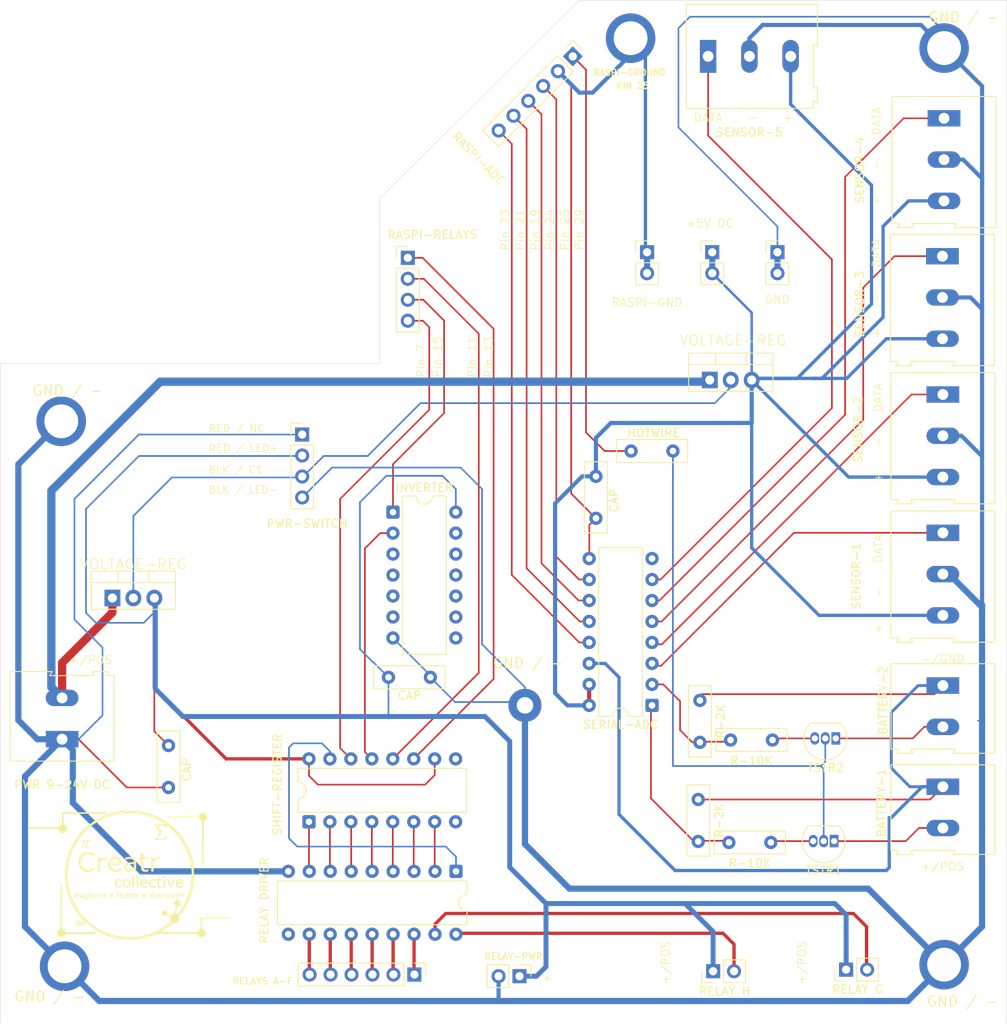
<source format=kicad_pcb>
(kicad_pcb (version 20241229) (generator "pcbnew") (generator_version "9.0")
  (layers (0 "F.Cu" signal) (2 "B.Cu" signal) (13 "F.Paste" user) (15 "B.Paste" user) (5 "F.SilkS" user "F.Silkscreen") (7 "B.SilkS" user "B.Silkscreen") (1 "F.Mask" user) (3 "B.Mask" user) (25 "Edge.Cuts" user))
  (net 0 "")
  (footprint "TerminalBlock:TerminalBlock_Altech_AK300-3_P5.00mm" (layer "F.Cu") (at 168.39 40.305 -90)
    (property "Reference" "REF**" (hide yes))
    (property "Value" "TerminalBlock_Altech_AK300-3_P5.00mm" (hide yes))
  )
  (footprint "Connector_PinHeader_2.54mm:PinHeader_1x02_P2.54mm_Vertical" (layer "F.Cu") (at 148.2 56.525)
    (property "Reference" "GND" (hide yes))
    (property "Value" "PinHeader_1x02_P2.54mm_Vertical" (hide yes))
  )
  (footprint "TerminalBlock:TerminalBlock_Altech_AK300-2_P5.00mm" (layer "F.Cu") (at 61.5 115.5 90)
    (property "Reference" "PWR 9-24V DC")
    (property "Value" "TerminalBlock_Altech_AK300-2_P5.00mm" (hide yes))
  )
  (footprint "Connector_PinHeader_2.54mm:PinHeader_1x02_P2.54mm_Vertical" (layer "F.Cu") (at 132.4 56.525)
    (property "Reference" "RASPI-GND" (hide yes))
    (property "Value" "PinHeader_1x02_P2.54mm_Vertical" (hide yes))
  )
  (footprint "Connector_PinHeader_2.54mm:PinHeader_1x02_P2.54mm_Vertical" (layer "F.Cu") (at 156.525 143.4 90)
    (property "Reference" "RELAY G")
    (property "Value" "PinHeader_1x02_P2.54mm_Vertical" (hide yes))
  )
  (footprint "Resistor_THT:R_Box_L8.4mm_W2.5mm_P5.08mm" (layer "F.Cu") (at 147.6 115.6 180)
    (property "Reference" "R-10K")
    (property "Value" "R_Box_L8.4mm_W2.5mm_P5.08mm" (hide yes))
  )
  (footprint "TerminalBlock:TerminalBlock_Altech_AK300-2_P5.00mm" (layer "F.Cu") (at 168.25 121.25 -90)
    (property "Reference" "BATTERY-1")
    (property "Value" "TerminalBlock_Altech_AK300-2_P5.00mm" (hide yes))
  )
  (footprint "Package_DIP:CERDIP-16_W7.62mm_SideBrazed" (layer "F.Cu") (at 133 111.4 180)
    (property "Reference" "SERIAL-ADC")
    (property "Value" "CERDIP-16_W7.62mm_SideBrazed" (hide yes))
  )
  (footprint "Package_TO_SOT_THT:TO-92_Inline" (layer "F.Cu") (at 155.07 127.84 180)
    (property "Reference" "TSTR1")
    (property "Value" "TO-92_Inline" (hide yes))
  )
  (footprint "Connector_PinHeader_2.54mm:PinHeader_1x02_P2.54mm_Vertical" (layer "F.Cu") (at 116.94 144.2 -90)
    (property "Reference" "RELAY-PWR")
    (property "Value" "PinHeader_1x02_P2.54mm_Vertical" (hide yes))
  )
  (footprint "Resistor_THT:R_Box_L8.4mm_W2.5mm_P5.08mm" (layer "F.Cu") (at 126.2 83.665 -90)
    (property "Reference" "CAP")
    (property "Value" "R_Box_L8.4mm_W2.5mm_P5.08mm" (hide yes))
  )
  (footprint "Resistor_THT:R_Box_L8.4mm_W2.5mm_P5.08mm" (layer "F.Cu") (at 74.4 116.265 -90)
    (property "Reference" "CAP")
    (property "Value" "R_Box_L8.4mm_W2.5mm_P5.08mm" (hide yes))
  )
  (footprint "Package_TO_SOT_THT:TO-220-3_Vertical" (layer "F.Cu") (at 140 72)
    (property "Reference" "VOLTAGE-REG")
    (property "Value" "TO-220-3_Vertical" (hide yes))
  )
  (footprint "Resistor_THT:R_Box_L8.4mm_W2.5mm_P5.08mm" (layer "F.Cu") (at 106.135 108 180)
    (property "Reference" "CAP")
    (property "Value" "R_Box_L8.4mm_W2.5mm_P5.08mm" (hide yes))
  )
  (footprint "Connector_PinHeader_2.54mm:PinHeader_1x04_P2.54mm_Vertical" (layer "F.Cu") (at 103.4 57.2)
    (property "Reference" "RASPI-RELAYS")
    (property "Value" "PinHeader_1x04_P2.54mm_Vertical" (hide yes))
  )
  (footprint "Resistor_THT:R_Box_L8.4mm_W2.5mm_P5.08mm" (layer "F.Cu") (at 138.8 110.8 -90)
    (property "Reference" "R-2K")
    (property "Value" "R_Box_L8.4mm_W2.5mm_P5.08mm" (hide yes))
  )
  (footprint "Package_TO_SOT_THT:TO-220-3_Vertical" (layer "F.Cu") (at 67.6 98.4)
    (property "Reference" "VOLTAGE-REG")
    (property "Value" "TO-220-3_Vertical" (hide yes))
  )
  (footprint "TerminalBlock:TerminalBlock_Altech_AK300-3_P5.00mm" (layer "F.Cu") (at 168.25 90.5 -90)
    (property "Reference" "SENSOR-1")
    (property "Value" "TerminalBlock_Altech_AK300-3_P5.00mm" (hide yes))
  )
  (footprint "Resistor_THT:R_Box_L8.4mm_W2.5mm_P5.08mm" (layer "F.Cu") (at 138.6 122.8 -90)
    (property "Reference" "R-2K")
    (property "Value" "R_Box_L8.4mm_W2.5mm_P5.08mm" (hide yes))
  )
  (footprint "Connector_PinHeader_2.54mm:PinHeader_1x06_P2.54mm_Vertical" (layer "F.Cu") (at 104.2 144 -90)
    (property "Reference" "RELAYS A-F")
    (property "Value" "PinHeader_1x06_P2.54mm_Vertical" (hide yes))
  )
  (footprint "TerminalBlock:TerminalBlock_Altech_AK300-3_P5.00mm" (layer "F.Cu") (at 139.8 32.8)
    (property "Reference" "SENSOR-5")
    (property "Value" "TerminalBlock_Altech_AK300-3_P5.00mm" (hide yes))
  )
  (footprint "Package_DIP:CERDIP-16_W7.62mm_SideBrazed" (layer "F.Cu") (at 91.42 125.5 90)
    (property "Reference" "SHIFT-REGISTER")
    (property "Value" "CERDIP-16_W7.62mm_SideBrazed" (hide yes))
  )
  (footprint "TerminalBlock:TerminalBlock_Altech_AK300-2_P5.00mm" (layer "F.Cu") (at 168.25 109 -90)
    (property "Reference" "BATTERY-2")
    (property "Value" "TerminalBlock_Altech_AK300-2_P5.00mm" (hide yes))
  )
  (footprint "Resistor_THT:R_Box_L8.4mm_W2.5mm_P5.08mm" (layer "F.Cu") (at 135.535 80.6 180)
    (property "Reference" "HOTWIRE")
    (property "Value" "R_Box_L8.4mm_W2.5mm_P5.08mm" (hide yes))
  )
  (footprint "Resistor_THT:R_Box_L8.4mm_W2.5mm_P5.08mm" (layer "F.Cu") (at 147.4 128 180)
    (property "Reference" "R-10K")
    (property "Value" "R_Box_L8.4mm_W2.5mm_P5.08mm" (hide yes))
  )
  (footprint "Connector_PinHeader_2.54mm:PinHeader_1x02_P2.54mm_Vertical" (layer "F.Cu") (at 140.3 56.525)
    (property "Reference" "+5VDC" (hide yes))
    (property "Value" "PinHeader_1x02_P2.54mm_Vertical" (hide yes))
  )
  (footprint "TerminalBlock:TerminalBlock_Altech_AK300-3_P5.00mm" (layer "F.Cu") (at 168.25 73.75 -90)
    (property "Reference" "SENSOR-2")
    (property "Value" "TerminalBlock_Altech_AK300-3_P5.00mm" (hide yes))
  )
  (footprint "Connector_PinHeader_2.54mm:PinHeader_1x04_P2.54mm_Vertical" (layer "F.Cu") (at 90.6 78.6)
    (property "Reference" "PWR-SWITCH")
    (property "Value" "PinHeader_1x04_P2.54mm_Vertical" (hide yes))
  )
  (footprint "Connector_PinHeader_2.54mm:PinHeader_1x02_P2.54mm_Vertical" (layer "F.Cu") (at 140.4 143.6 90)
    (property "Reference" "RELAY H")
    (property "Value" "PinHeader_1x02_P2.54mm_Vertical" (hide yes))
  )
  (footprint "Connector_PinHeader_2.54mm:PinHeader_1x06_P2.54mm_Vertical" (layer "F.Cu") (at 123.396051 32.803949 -45)
    (property "Reference" "RASPI-ADC")
    (property "Value" "PinHeader_1x06_P2.54mm_Vertical" (hide yes))
  )
  (footprint "Package_DIP:CERDIP-14_W7.62mm_SideBrazed" (layer "F.Cu") (at 101.6 88)
    (property "Reference" "INVERTER")
    (property "Value" "CERDIP-14_W7.62mm_SideBrazed" (hide yes))
  )
  (footprint "TerminalBlock:TerminalBlock_Altech_AK300-3_P5.00mm" (layer "F.Cu") (at 168.2 57 -90)
    (property "Reference" "SENSOR3" (hide yes))
    (property "Value" "TerminalBlock_Altech_AK300-3_P5.00mm" (hide yes))
  )
  (footprint "Package_DIP:CERDIP-18_W7.62mm_SideBrazed" (layer "F.Cu") (at 109.24 131.5 -90)
    (property "Reference" "RELAY DRIVER")
    (property "Value" "CERDIP-18_W7.62mm_SideBrazed" (hide yes))
  )
  (footprint "Package_TO_SOT_THT:TO-92_Inline" (layer "F.Cu") (at 155.27 115.4 180)
    (property "Reference" "TSTR2")
    (property "Value" "TO-92_Inline" (hide yes))
  )
  (gr_poly (pts (xy 74.405875 134.17135) (xy 74.420098 134.172288) (xy 74.433948 134.173851) (xy 74.447424 134.176039) (xy 74.460527 134.178852) (xy 74.473256 134.18229) (xy 74.485611 134.186354) (xy 74.497593 134.191043) (xy 74.509201 134.196356) (xy 74.520436 134.202295) (xy 74.531298 134.208859) (xy 74.541785 134.216048) (xy 74.5519 134.223863) (xy 74.561641 134.232302) (xy 74.571008 134.241367) (xy 74.580002 134.251056) (xy 74.588534 134.261222) (xy 74.596515 134.271839) (xy 74.603946 134.282909) (xy 74.610826 134.294431) (xy 74.617156 134.306405) (xy 74.622936 134.318831) (xy 74.628165 134.33171) (xy 74.632843 134.34504) (xy 74.636972 134.358823) (xy 74.64055 134.373058) (xy 74.643577 134.387745) (xy 74.646054 134.402884) (xy 74.64798 134.418475) (xy 74.649357 134.434519) (xy 74.650182 134.451015) (xy 74.650457 134.467963) (xy 74.650182 134.48491) (xy 74.649357 134.501406) (xy 74.64798 134.51745) (xy 74.646054 134.533041) (xy 74.643577 134.54818) (xy 74.64055 134.562867) (xy 74.636972 134.577102) (xy 74.632843 134.590885) (xy 74.628165 134.604215) (xy 74.622936 134.617094) (xy 74.617156 134.62952) (xy 74.610826 134.641494) (xy 74.603946 134.653016) (xy 74.596515 134.664086) (xy 74.588534 134.674703) (xy 74.580002 134.684869) (xy 74.571008 134.694498) (xy 74.561641 134.703505) (xy 74.5519 134.711892) (xy 74.541785 134.719657) (xy 74.531298 134.726801) (xy 74.520436 134.733324) (xy 74.509201 134.739225) (xy 74.497593 134.744506) (xy 74.485611 134.749165) (xy 74.473256 134.753203) (xy 74.460527 134.756619) (xy 74.447424 134.759415) (xy 74.433948 134.761589) (xy 74.420098 134.763142) (xy 74.405875 134.764074) (xy 74.391279 134.764385) (xy 74.37656 134.764074) (xy 74.362223 134.763142) (xy 74.348267 134.761589) (xy 74.334693 134.759415) (xy 74.3215 134.756619) (xy 74.308688 134.753203) (xy 74.296258 134.749165) (xy 74.284209 134.744506) (xy 74.272542 134.739225) (xy 74.261256 134.733324) (xy 74.250351 134.726801) (xy 74.239828 134.719657) (xy 74.229686 134.711892) (xy 74.219926 134.703505) (xy 74.210547 134.694498) (xy 74.201549 134.684869) (xy 74.193078 134.674703) (xy 74.185153 134.664086) (xy 74.177775 134.653016) (xy 74.170944 134.641494) (xy 74.164659 134.62952) (xy 74.158921 134.617094) (xy 74.153729 134.604215) (xy 74.149083 134.590885) (xy 74.144985 134.577102) (xy 74.141432 134.562867) (xy 74.138426 134.54818) (xy 74.135967 134.533041) (xy 74.134054 134.51745) (xy 74.132688 134.501406) (xy 74.131868 134.48491) (xy 74.131595 134.467963) (xy 74.229228 134.467963) (xy 74.229395 134.480975) (xy 74.229896 134.49359) (xy 74.230732 134.505808) (xy 74.231901 134.517628) (xy 74.233405 134.529052) (xy 74.235243 134.540079) (xy 74.237416 134.550708) (xy 74.239922 134.560941) (xy 74.242763 134.570776) (xy 74.245938 134.580214) (xy 74.249447 134.589255) (xy 74.25329 134.597899) (xy 74.257468 134.606146) (xy 74.261979 134.613996) (xy 74.266825 134.621448) (xy 74.272006 134.628504) (xy 74.277484 134.635086) (xy 74.283227 134.641243) (xy 74.289233 134.646975) (xy 74.295502 134.652283) (xy 74.302034 134.657167) (xy 74.30883 134.661625) (xy 74.31589 134.665659) (xy 74.323213 134.669268) (xy 74.330799 134.672453) (xy 74.338649 134.675213) (xy 74.346762 134.677549) (xy 74.355138 134.679459) (xy 74.363778 134.680945) (xy 74.372682 134.682007) (xy 74.381848 134.682644) (xy 74.391279 134.682856) (xy 74.400587 134.682646) (xy 74.40964 134.682015) (xy 74.418437 134.680963) (xy 74.426979 134.679491) (xy 74.435265 134.677598) (xy 74.443296 134.675284) (xy 74.451071 134.672549) (xy 74.45859 134.669394) (xy 74.465854 134.665818) (xy 74.472862 134.661821) (xy 74.479615 134.657404) (xy 74.486112 134.652566) (xy 74.492354 134.647307) (xy 74.49834 134.641628) (xy 74.50407 134.635528) (xy 74.509545 134.629007) (xy 74.514786 134.622008) (xy 74.519689 134.614601) (xy 74.524254 134.606785) (xy 74.528481 134.598559) (xy 74.532369 134.589925) (xy 74.535919 134.580882) (xy 74.539132 134.57143) (xy 74.542006 134.561569) (xy 74.544542 134.5513) (xy 74.54674 134.540621) (xy 74.548599 134.529534) (xy 74.550121 134.518037) (xy 74.551304 134.506132) (xy 74.55215 134.493818) (xy 74.552657 134.481095) (xy 74.552826 134.467963) (xy 74.552659 134.454532) (xy 74.552157 134.441541) (xy 74.551322 134.428991) (xy 74.550152 134.416882) (xy 74.548648 134.405212) (xy 74.54681 134.393983) (xy 74.544638 134.383195) (xy 74.542131 134.372846) (xy 74.539291 134.362939) (xy 74.536116 134.353471) (xy 74.532607 134.344444) (xy 74.528763 134.335857) (xy 74.524586 134.32771) (xy 74.520074 134.320004) (xy 74.515228 134.312738) (xy 74.510048 134.305913) (xy 74.504571 134.299453) (xy 74.498834 134.29341) (xy 74.492839 134.287783) (xy 74.486583 134.282574) (xy 74.480068 134.277781) (xy 74.473294 134.273405) (xy 74.46626 134.269446) (xy 74.458967 134.265904) (xy 74.451414 134.262778) (xy 74.443601 134.260069) (xy 74.43553 134.257777) (xy 74.427198 134.255901) (xy 74.418608 134.254443) (xy 74.409757 134.253401) (xy 74.400648 134.252776) (xy 74.391279 134.252567) (xy 74.381787 134.252776) (xy 74.372564 134.253401) (xy 74.363607 134.254443) (xy 74.354918 134.255901) (xy 74.346496 134.257777) (xy 74.338342 134.260069) (xy 74.330454 134.262778) (xy 74.322835 134.265904) (xy 74.315482 134.269446) (xy 74.308397 134.273405) (xy 74.30158 134.277781) (xy 74.295029 134.282574) (xy 74.288746 134.287783) (xy 74.282731 134.29341) (xy 74.276982 134.299453) (xy 74.271501 134.305913) (xy 74.266382 134.312738) (xy 74.261593 134.320004) (xy 74.257135 134.32771) (xy 74.253006 134.335857) (xy 74.249208 134.344444) (xy 74.245741 134.353471) (xy 74.242603 134.362939) (xy 74.239796 134.372846) (xy 74.237319 134.383195) (xy 74.235172 134.393983) (xy 74.233356 134.405212) (xy 74.23187 134.416882) (xy 74.230714 134.428991) (xy 74.229888 134.441541) (xy 74.229393 134.454532) (xy 74.229228 134.467963) (xy 74.131595 134.467963) (xy 74.131868 134.451015) (xy 74.132688 134.434519) (xy 74.134054 134.418476) (xy 74.135967 134.402885) (xy 74.138426 134.387746) (xy 74.141432 134.373059) (xy 74.144985 134.358824) (xy 74.149083 134.345041) (xy 74.153729 134.331711) (xy 74.158921 134.318832) (xy 74.164659 134.306406) (xy 74.170944 134.294432) (xy 74.177775 134.28291) (xy 74.185153 134.27184) (xy 74.193078 134.261222) (xy 74.201549 134.251056) (xy 74.210547 134.241367) (xy 74.219926 134.232302) (xy 74.229686 134.223863) (xy 74.239828 134.216048) (xy 74.250351 134.208859) (xy 74.261256 134.202295) (xy 74.272542 134.196356) (xy 74.284209 134.191043) (xy 74.296258 134.186354) (xy 74.308688 134.18229) (xy 74.3215 134.178852) (xy 74.334693 134.176039) (xy 74.348267 134.173851) (xy 74.362223 134.172288) (xy 74.37656 134.17135) (xy 74.391279 134.171038)) (fill yes) (layer "F.SilkS"))
  (gr_poly (pts (xy 73.881943 134.173766) (xy 73.893927 134.174403) (xy 73.905848 134.175465) (xy 73.917706 134.176951) (xy 73.929501 134.178862) (xy 73.941234 134.181197) (xy 73.952903 134.183957) (xy 73.964509 134.187142) (xy 73.976084 134.190634) (xy 73.987408 134.194314) (xy 73.99848 134.198183) (xy 74.0093 134.20224) (xy 74.019868 134.206486) (xy 74.030185 134.210921) (xy 74.04025 134.215545) (xy 74.050064 134.220357) (xy 74.050064 134.325538) (xy 74.045035 134.325538) (xy 74.034167 134.317352) (xy 74.023205 134.309654) (xy 74.012149 134.302443) (xy 74.000999 134.29572) (xy 73.995388 134.292541) (xy 73.989754 134.289484) (xy 73.984097 134.286549) (xy 73.978415 134.283736) (xy 73.97271 134.281045) (xy 73.966982 134.278475) (xy 73.96123 134.276028) (xy 73.955454 134.273702) (xy 73.949737 134.271508) (xy 73.944036 134.269456) (xy 73.938351 134.267545) (xy 73.932681 134.265776) (xy 73.927028 134.264148) (xy 73.921389 134.262662) (xy 73.915767 134.261317) (xy 73.91016 134.260114) (xy 73.904569 134.259053) (xy 73.898994 134.258133) (xy 73.893435 134.257354) (xy 73.887891 134.256718) (xy 73.882363 134.256222) (xy 73.876851 134.255868) (xy 73.871354 134.255656) (xy 73.865873 134.255585) (xy 73.85594 134.255798) (xy 73.84627 134.256435) (xy 73.836863 134.257496) (xy 73.82772 134.258982) (xy 73.81884 134.260893) (xy 73.810224 134.263229) (xy 73.801871 134.265989) (xy 73.793781 134.269173) (xy 73.785955 134.272783) (xy 73.778392 134.276817) (xy 73.771093 134.281275) (xy 73.764057 134.286158) (xy 73.757285 134.291466) (xy 73.750776 134.297199) (xy 73.74453 134.303356) (xy 73.738548 134.309938) (xy 73.732941 134.316867) (xy 73.727696 134.324194) (xy 73.722813 134.331917) (xy 73.718292 134.340038) (xy 73.714132 134.348556) (xy 73.710334 134.357472) (xy 73.706898 134.366784) (xy 73.703823 134.376493) (xy 73.70111 134.3866) (xy 73.698759 134.397103) (xy 73.696769 134.408004) (xy 73.695142 134.419302) (xy 73.693876 134.430997) (xy 73.692971 134.443089) (xy 73.692429 134.455578) (xy 73.692248 134.468464) (xy 73.692425 134.480989) (xy 73.692956 134.493148) (xy 73.69384 134.504941) (xy 73.695079 134.516369) (xy 73.696671 134.527431) (xy 73.698617 134.538127) (xy 73.700917 134.548458) (xy 73.703571 134.558423) (xy 73.706579 134.568022) (xy 73.709941 134.577256) (xy 73.713656 134.586124) (xy 73.717725 134.594627) (xy 73.722148 134.602763) (xy 73.726925 134.610534) (xy 73.732056 134.61794) (xy 73.737541 134.624979) (xy 73.743409 134.631561) (xy 73.749564 134.637718) (xy 73.756006 134.643451) (xy 73.762736 134.648759) (xy 73.769752 134.653642) (xy 73.777055 134.6581) (xy 73.784645 134.662134) (xy 73.792523 134.665744) (xy 73.800687 134.668928) (xy 73.809138 134.671688) (xy 73.817877 134.674024) (xy 73.826902 134.675935) (xy 73.836214 134.677421) (xy 73.845814 134.678482) (xy 73.8557 134.679119) (xy 73.865873 134.679332) (xy 73.873061 134.679214) (xy 73.880279 134.67886) (xy 73.887529 134.678269) (xy 73.894811 134.677443) (xy 73.902124 134.676381) (xy 73.909468 134.675083) (xy 73.916844 134.673549) (xy 73.924252 134.671778) (xy 73.931581 134.669819) (xy 73.938721 134.667719) (xy 73.945672 134.665478) (xy 73.952434 134.663095) (xy 73.959008 134.660571) (xy 73.965393 134.657906) (xy 73.971589 134.655099) (xy 73.977597 134.652152) (xy 73.982716 134.649494) (xy 73.987756 134.646805) (xy 73.992718 134.644084) (xy 73.997601 134.641332) (xy 74.002406 134.638548) (xy 74.007132 134.635733) (xy 74.011779 134.632887) (xy 74.016348 134.630009) (xy 74.024935 134.62419) (xy 74.028874 134.621445) (xy 74.032578 134.618811) (xy 74.036046 134.616286) (xy 74.039277 134.613872) (xy 74.042273 134.611568) (xy 74.045033 134.609374) (xy 74.050063 134.609374) (xy 74.050066 134.713554) (xy 74.03831 134.719059) (xy 74.026696 134.724249) (xy 74.015223 134.729124) (xy 74.003892 134.733685) (xy 73.992702 134.737931) (xy 73.981654 134.741863) (xy 73.970747 134.74548) (xy 73.959982 134.748783) (xy 73.949327 134.751732) (xy 73.938498 134.754287) (xy 73.927497 134.75645) (xy 73.916323 134.75822) (xy 73.904976 134.759596) (xy 73.893456 134.760579) (xy 73.881763 134.761169) (xy 73.869897 134.761365) (xy 73.85483 134.76109) (xy 73.840079 134.760264) (xy 73.825641 134.758888) (xy 73.811518 134.756962) (xy 73.79771 134.754485) (xy 73.784216 134.751457) (xy 73.771037 134.747879) (xy 73.758172 134.743751) (xy 73.751875 134.741416) (xy 73.745693 134.738939) (xy 73.739624 134.73632) (xy 73.73367 134.73356) (xy 73.727829 134.730658) (xy 73.722103 134.727615) (xy 73.71649 134.724431) (xy 73.710992 134.721104) (xy 73.705607 134.717637) (xy 73.700337 134.714027) (xy 73.69518 134.710276) (xy 73.690138 134.706384) (xy 73.685209 134.70235) (xy 73.680395 134.698175) (xy 73.675694 134.693858) (xy 73.671108 134.689399) (xy 73.66658 134.684795) (xy 73.662183 134.680041) (xy 73.657915 134.675138) (xy 73.653777 134.670086) (xy 73.649768 134.664884) (xy 73.64589 134.659533) (xy 73.642141 134.654033) (xy 73.638522 134.648383) (xy 73.635032 134.642584) (xy 73.631673 134.636635) (xy 73.628443 134.630537) (xy 73.625343 134.624289) (xy 73.622372 134.617892) (xy 73.619531 134.611346) (xy 73.61682 134.60465) (xy 73.614239 134.597805) (xy 73.611801 134.590812) (xy 73.609521 134.583674) (xy 73.607398 134.57639) (xy 73.605432 134.568961) (xy 73.603623 134.561387) (xy 73.601972 134.553667) (xy 73.600478 134.545801) (xy 73.599141 134.53779) (xy 73.597961 134.529634) (xy 73.596939 134.521332) (xy 73.596074 134.512885) (xy 73.595367 134.504292) (xy 73.594816 134.495553) (xy 73.594423 134.48667) (xy 73.594108 134.468465) (xy 73.594403 134.45146) (xy 73.595288 134.43492) (xy 73.596762 134.418843) (xy 73.598827 134.40323) (xy 73.601481 134.388081) (xy 73.604724 134.373396) (xy 73.608558 134.359175) (xy 73.612981 134.345418) (xy 73.617994 134.332124) (xy 73.623597 134.319295) (xy 73.629789 134.30693) (xy 73.636572 134.295029) (xy 73.643944 134.283591) (xy 73.651905 134.272618) (xy 73.660457 134.262109) (xy 73.669598 134.252063) (xy 73.679286 134.242556) (xy 73.689351 134.233663) (xy 73.699794 134.225382) (xy 73.710614 134.217715) (xy 73.721812 134.210662) (xy 73.733387 134.204222) (xy 73.745339 134.198395) (xy 73.757669 134.193181) (xy 73.770376 134.188581) (xy 73.783461 134.184594) (xy 73.796923 134.181221) (xy 73.810763 134.178461) (xy 73.82498 134.176314) (xy 73.839575 134.174781) (xy 73.854546 134.173861) (xy 73.869896 134.173554)) (fill yes) (layer "F.SilkS"))
  (gr_poly (pts (xy 63.289241 134.171301) (xy 63.302845 134.172079) (xy 63.31604 134.173377) (xy 63.328826 134.175193) (xy 63.341203 134.177529) (xy 63.353171 134.180383) (xy 63.364731 134.183757) (xy 63.375881 134.187649) (xy 63.386623 134.19206) (xy 63.396955 134.19699) (xy 63.406879 134.20244) (xy 63.416394 134.208408) (xy 63.4255 134.214895) (xy 63.434196 134.221901) (xy 63.442485 134.229427) (xy 63.450364 134.237471) (xy 63.45786 134.245993) (xy 63.464872 134.254952) (xy 63.471401 134.264347) (xy 63.477446 134.274178) (xy 63.483007 134.284446) (xy 63.488085 134.29515) (xy 63.492679 134.306291) (xy 63.49679 134.317868) (xy 63.500417 134.329881) (xy 63.50356 134.342331) (xy 63.50622 134.355217) (xy 63.508396 134.36854) (xy 63.510089 134.382299) (xy 63.511298 134.396494) (xy 63.512023 134.411126) (xy 63.512265 134.426194) (xy 63.512266 134.477527) (xy 63.098081 134.477527) (xy 63.098325 134.490281) (xy 63.099056 134.502627) (xy 63.099605 134.508647) (xy 63.100275 134.514564) (xy 63.101067 134.520379) (xy 63.101981 134.526092) (xy 63.103017 134.531702) (xy 63.104175 134.537211) (xy 63.105455 134.542617) (xy 63.106857 134.547921) (xy 63.10838 134.553122) (xy 63.110026 134.558222) (xy 63.111793 134.563219) (xy 63.113682 134.568114) (xy 63.115678 134.572842) (xy 63.117763 134.577464) (xy 63.11994 134.58198) (xy 63.122206 134.586389) (xy 63.124563 134.590692) (xy 63.127011 134.59489) (xy 63.129549 134.598981) (xy 63.132177 134.602965) (xy 63.134896 134.606844) (xy 63.137705 134.610617) (xy 63.140605 134.614283) (xy 63.143595 134.617844) (xy 63.146675 134.621298) (xy 63.149846 134.624646) (xy 63.153108 134.627887) (xy 63.156459 134.631023) (xy 63.159768 134.633995) (xy 63.163151 134.636874) (xy 63.166609 134.639657) (xy 63.170142 134.642347) (xy 63.173749 134.644942) (xy 63.177431 134.647442) (xy 63.181188 134.649848) (xy 63.185019 134.65216) (xy 63.188926 134.654378) (xy 63.192907 134.656501) (xy 63.196962 134.658529) (xy 63.201092 134.660464) (xy 63.205297 134.662304) (xy 63.209577 134.664049) (xy 63.213931 134.6657) (xy 63.218361 134.667257) (xy 63.222917 134.66872) (xy 63.227529 134.670088) (xy 63.232196 134.671362) (xy 63.236918 134.672541) (xy 63.241695 134.673627) (xy 63.246527 134.674617) (xy 63.251415 134.675514) (xy 63.256357 134.676316) (xy 63.266406 134.677637) (xy 63.276676 134.678581) (xy 63.287166 134.679147) (xy 63.297876 134.679335) (xy 63.305049 134.679247) (xy 63.312227 134.678982) (xy 63.319408 134.678539) (xy 63.326593 134.67792) (xy 63.333783 134.677124) (xy 63.340976 134.676151) (xy 63.348173 134.675001) (xy 63.355374 134.673674) (xy 63.362579 134.67217) (xy 63.369788 134.67049) (xy 63.377 134.668632) (xy 63.384217 134.666597) (xy 63.391438 134.664386) (xy 63.398662 134.661997) (xy 63.405891 134.659432) (xy 63.413123 134.65669) (xy 63.427191 134.650917) (xy 63.440205 134.645177) (xy 63.452165 134.639468) (xy 63.463072 134.63379) (xy 63.472925 134.628144) (xy 63.477456 134.625333) (xy 63.481724 134.62253) (xy 63.485728 134.619734) (xy 63.489469 134.616947) (xy 63.492947 134.614167) (xy 63.496161 134.611395) (xy 63.501193 134.611395) (xy 63.501193 134.714565) (xy 63.489209 134.719495) (xy 63.477163 134.724221) (xy 63.465053 134.728742) (xy 63.45288 134.733059) (xy 63.440645 134.737171) (xy 63.428346 134.74108) (xy 63.415985 134.744783) (xy 63.40356 134.748283) (xy 63.391026 134.751467) (xy 63.378334 134.754228) (xy 63.365485 134.756563) (xy 63.352479 134.758474) (xy 63.339316 134.75996) (xy 63.325995 134.761021) (xy 63.312517 134.761658) (xy 63.298882 134.761871) (xy 63.281634 134.761576) (xy 63.264865 134.760691) (xy 63.248576 134.759217) (xy 63.232766 134.757152) (xy 63.217436 134.754499) (xy 63.202586 134.751255) (xy 63.188216 134.747421) (xy 63.174325 134.742998) (xy 63.160914 134.737985) (xy 63.147982 134.732382) (xy 63.13553 134.72619) (xy 63.123558 134.719407) (xy 63.112066 134.712035) (xy 63.101053 134.704074) (xy 63.09052 134.695522) (xy 63.080466 134.686381) (xy 63.070959 134.676634) (xy 63.062066 134.666392) (xy 63.053786 134.655654) (xy 63.046119 134.644422) (xy 63.039065 134.632693) (xy 63.032625 134.62047) (xy 63.026798 134.60775) (xy 63.021585 134.594536) (xy 63.016984 134.580826) (xy 63.012998 134.566621) (xy 63.009624 134.55192) (xy 63.006864 134.536724) (xy 63.004717 134.521033) (xy 63.003184 134.504846) (xy 63.002264 134.488163) (xy 63.001957 134.470986) (xy 63.00225 134.453971) (xy 63.003129 134.437401) (xy 63.004593 134.421274) (xy 63.006644 134.405593) (xy 63.006736 134.405058) (xy 63.09808 134.405058) (xy 63.420168 134.405058) (xy 63.419963 134.395879) (xy 63.41947 134.386964) (xy 63.41869 134.378312) (xy 63.417623 134.369924) (xy 63.416268 134.361799) (xy 63.414627 134.353937) (xy 63.412699 134.346339) (xy 63.410483 134.339005) (xy 63.407981 134.331933) (xy 63.405191 134.325126) (xy 63.402114 134.318581) (xy 63.39875 134.3123) (xy 63.395099 134.306283) (xy 63.391161 134.300529) (xy 63.386936 134.295038) (xy 63.382423 134.289811) (xy 63.37768 134.284874) (xy 63.372634 134.280257) (xy 63.367284 134.275957) (xy 63.361633 134.271976) (xy 63.355678 134.268314) (xy 63.349421 134.26497) (xy 63.342861 134.261945) (xy 63.335998 134.259238) (xy 63.328832 134.256849) (xy 63.321364 134.254779) (xy 63.313593 134.253027) (xy 63.305519 134.251594) (xy 63.297142 134.25048) (xy 63.288463 134.249683) (xy 63.279481 134.249206) (xy 63.270196 134.249047) (xy 63.260817 134.249221) (xy 63.251678 134.249746) (xy 63.242778 134.250621) (xy 63.234119 134.251846) (xy 63.225699 134.253421) (xy 63.217519 134.255345) (xy 63.209579 134.25762) (xy 63.201879 134.260244) (xy 63.194418 134.263219) (xy 63.187197 134.266543) (xy 63.180217 134.270218) (xy 63.173476 134.274242) (xy 63.166974 134.278616) (xy 63.160713 134.28334) (xy 63.154692 134.288414) (xy 63.14891 134.293838) (xy 63.143463 134.299521) (xy 63.138318 134.305374) (xy 63.133476 134.311395) (xy 63.128937 134.317585) (xy 63.1247 134.323945) (xy 63.120767 134.330473) (xy 63.117136 134.337171) (xy 63.113807 134.344038) (xy 63.110782 134.351073) (xy 63.108059 134.358278) (xy 63.105639 134.365652) (xy 63.103522 134.373195) (xy 63.101708 134.380907) (xy 63.100196 134.388788) (xy 63.098987 134.396838) (xy 63.09808 134.405058) (xy 63.006736 134.405058) (xy 63.00928 134.390355) (xy 63.012502 134.375562) (xy 63.01631 134.361213) (xy 63.020704 134.347309) (xy 63.025683 134.333849) (xy 63.031249 134.320833) (xy 63.0374 134.308261) (xy 63.044137 134.296134) (xy 63.05146 134.284451) (xy 63.059369 134.273212) (xy 63.067863 134.262417) (xy 63.076944 134.252067) (xy 63.086565 134.242255) (xy 63.096555 134.233077) (xy 63.106915 134.224531) (xy 63.117645 134.216619) (xy 63.128744 134.209339) (xy 63.140213 134.202692) (xy 63.152051 134.196679) (xy 63.164259 134.191298) (xy 63.176837 134.18655) (xy 63.189784 134.182436) (xy 63.203101 134.178954) (xy 63.216787 134.176106) (xy 63.230843 134.17389) (xy 63.245269 134.172308) (xy 63.260064 134.171358) (xy 63.275229 134.171041)) (fill yes) (layer "F.SilkS"))
  (gr_poly (pts (xy 67.461638 134.237219) (xy 67.472775 134.23798) (xy 67.483703 134.239248) (xy 67.494423 134.241023) (xy 67.504934 134.243306) (xy 67.515237 134.246095) (xy 67.525332 134.249392) (xy 67.535219 134.253196) (xy 67.544896 134.257507) (xy 67.554366 134.262326) (xy 67.563627 134.267651) (xy 67.57268 134.273484) (xy 67.581525 134.279824) (xy 67.590161 134.286672) (xy 67.598588 134.294026) (xy 67.606808 134.301888) (xy 67.614669 134.310109) (xy 67.622024 134.318542) (xy 67.628871 134.327188) (xy 67.635211 134.336046) (xy 67.641043 134.345117) (xy 67.646369 134.354399) (xy 67.651187 134.363894) (xy 67.655498 134.373602) (xy 67.659302 134.383522) (xy 67.662599 134.393654) (xy 67.665389 134.403998) (xy 67.667671 134.414555) (xy 67.669446 134.425324) (xy 67.670714 134.436305) (xy 67.671475 134.447499) (xy 67.671729 134.458905) (xy 67.671475 134.47025) (xy 67.670714 134.481386) (xy 67.669446 134.492314) (xy 67.667671 134.503034) (xy 67.665389 134.513546) (xy 67.662599 134.523849) (xy 67.659302 134.533944) (xy 67.655498 134.54383) (xy 67.651187 134.553508) (xy 67.646369 134.562978) (xy 67.641043 134.572239) (xy 67.635211 134.581292) (xy 67.628871 134.590136) (xy 67.622024 134.598773) (xy 67.614669 134.6072) (xy 67.606808 134.61542) (xy 67.598588 134.623281) (xy 67.590161 134.630635) (xy 67.581525 134.637482) (xy 67.57268 134.643822) (xy 67.563627 134.649655) (xy 67.554366 134.65498) (xy 67.544896 134.659799) (xy 67.535219 134.66411) (xy 67.525332 134.667914) (xy 67.515237 134.67121) (xy 67.504934 134.674) (xy 67.494423 134.676282) (xy 67.483703 134.678057) (xy 67.472775 134.679325) (xy 67.461638 134.680086) (xy 67.450293 134.68034) (xy 67.438887 134.680086) (xy 67.427693 134.679325) (xy 67.416712 134.678057) (xy 67.405943 134.676282) (xy 67.395386 134.674) (xy 67.385042 134.67121) (xy 67.37491 134.667914) (xy 67.36499 134.66411) (xy 67.355283 134.659799) (xy 67.345788 134.65498) (xy 67.336505 134.649655) (xy 67.327434 134.643822) (xy 67.318576 134.637482) (xy 67.30993 134.630635) (xy 67.301497 134.623281) (xy 67.293275 134.61542) (xy 67.285414 134.6072) (xy 67.27806 134.598773) (xy 67.271212 134.590136) (xy 67.264872 134.581292) (xy 67.25904 134.572239) (xy 67.253714 134.562978) (xy 67.248896 134.553508) (xy 67.244585 134.54383) (xy 67.240781 134.533944) (xy 67.237484 134.523849) (xy 67.234694 134.513546) (xy 67.232412 134.503034) (xy 67.230637 134.492314) (xy 67.229369 134.481386) (xy 67.228608 134.47025) (xy 67.228354 134.458905) (xy 67.228608 134.447499) (xy 67.229369 134.436305) (xy 67.230637 134.425324) (xy 67.232412 134.414555) (xy 67.234694 134.403998) (xy 67.237484 134.393654) (xy 67.240781 134.383522) (xy 67.244585 134.373602) (xy 67.248896 134.363894) (xy 67.253714 134.354399) (xy 67.25904 134.345117) (xy 67.264872 134.336046) (xy 67.271212 134.327188) (xy 67.27806 134.318542) (xy 67.285414 134.310109) (xy 67.293275 134.301888) (xy 67.301497 134.294026) (xy 67.30993 134.286672) (xy 67.318576 134.279824) (xy 67.327434 134.273484) (xy 67.336505 134.267651) (xy 67.345788 134.262326) (xy 67.355283 134.257507) (xy 67.36499 134.253196) (xy 67.37491 134.249392) (xy 67.385042 134.246095) (xy 67.395386 134.243306) (xy 67.405943 134.241023) (xy 67.416712 134.239248) (xy 67.427693 134.23798) (xy 67.438887 134.237219) (xy 67.450293 134.236966)) (fill yes) (layer "F.SilkS"))
  (gr_poly (pts (xy 69.320927 134.173223) (xy 69.335042 134.173695) (xy 69.348669 134.174481) (xy 69.361809 134.175582) (xy 69.374462 134.176998) (xy 69.386626 134.178729) (xy 69.398303 134.180774) (xy 69.409493 134.183134) (xy 69.414982 134.184384) (xy 69.420376 134.185744) (xy 69.425676 134.187214) (xy 69.430882 134.188794) (xy 69.435993 134.190484) (xy 69.44101 134.192285) (xy 69.445933 134.194195) (xy 69.450761 134.196216) (xy 69.455495 134.198347) (xy 69.460134 134.200588) (xy 69.464679 134.20294) (xy 69.46913 134.205401) (xy 69.473486 134.207973) (xy 69.477749 134.210655) (xy 69.481916 134.213446) (xy 69.48599 134.216349) (xy 69.489894 134.219295) (xy 69.49368 134.222348) (xy 69.497348 134.225507) (xy 69.500898 134.228773) (xy 69.504331 134.232144) (xy 69.507645 134.235622) (xy 69.510842 134.239205) (xy 69.51392 134.242895) (xy 69.516881 134.246691) (xy 69.519723 134.250594) (xy 69.522448 134.254602) (xy 69.525055 134.258717) (xy 69.527543 134.262937) (xy 69.529914 134.267264) (xy 69.532167 134.271697) (xy 69.534302 134.276237) (xy 69.536313 134.280898) (xy 69.538194 134.285696) (xy 69.539946 134.290633) (xy 69.541568 134.295707) (xy 69.54306 134.300918) (xy 69.544422 134.306267) (xy 69.545655 134.311754) (xy 69.546758 134.317378) (xy 69.547731 134.32314) (xy 69.548574 134.329039) (xy 69.549288 134.335076) (xy 69.549871 134.341251) (xy 69.550326 134.347563) (xy 69.55065 134.354013) (xy 69.550845 134.3606) (xy 69.550909 134.367326) (xy 69.550908 134.748784) (xy 69.456799 134.748784) (xy 69.456799 134.688896) (xy 69.449942 134.693615) (xy 69.441952 134.699213) (xy 69.43283 134.705693) (xy 69.422576 134.713053) (xy 69.417307 134.716733) (xy 69.412071 134.720224) (xy 69.406865 134.723527) (xy 69.401691 134.726641) (xy 69.396548 134.729566) (xy 69.391437 134.732303) (xy 69.386357 134.73485) (xy 69.381309 134.73721) (xy 69.375285 134.740041) (xy 69.369042 134.742746) (xy 69.362578 134.745325) (xy 69.355894 134.747779) (xy 69.34899 134.750106) (xy 69.341866 134.752308) (xy 69.334521 134.754384) (xy 69.326957 134.756334) (xy 69.319117 134.758223) (xy 69.310946 134.75986) (xy 69.302446 134.761245) (xy 69.293615 134.762379) (xy 69.284454 134.76326) (xy 69.274963 134.76389) (xy 69.265142 134.764268) (xy 69.25499 134.764393) (xy 69.245581 134.764197) (xy 69.236354 134.763607) (xy 69.227307 134.762624) (xy 69.218441 134.761248) (xy 69.209756 134.759479) (xy 69.201251 134.757316) (xy 69.192928 134.754761) (xy 69.184785 134.751812) (xy 69.176823 134.74847) (xy 69.169042 134.744734) (xy 69.161442 134.740606) (xy 69.154023 134.736084) (xy 69.146785 134.73117) (xy 69.139727 134.725862) (xy 69.132851 134.72016) (xy 69.126155 134.714066) (xy 69.119756 134.707667) (xy 69.11377 134.701052) (xy 69.108197 134.694221) (xy 69.103036 134.687173) (xy 69.098289 134.679909) (xy 69.093954 134.672429) (xy 69.090032 134.664733) (xy 69.086523 134.65682) (xy 69.083427 134.648691) (xy 69.080743 134.640346) (xy 69.078473 134.631785) (xy 69.076615 134.623007) (xy 69.07517 134.614013) (xy 69.074138 134.604803) (xy 69.073519 134.595376) (xy 69.073312 134.585734) (xy 69.0734 134.579189) (xy 69.170945 134.579189) (xy 69.171059 134.585135) (xy 69.171401 134.590897) (xy 69.171972 134.596475) (xy 69.17277 134.601867) (xy 69.173796 134.607075) (xy 69.17505 134.612097) (xy 69.176533 134.616935) (xy 69.178243 134.621589) (xy 69.180181 134.626057) (xy 69.182348 134.630341) (xy 69.184742 134.634439) (xy 69.187365 134.638353) (xy 69.190215 134.642083) (xy 69.193294 134.645627) (xy 69.1966 134.648987) (xy 69.200135 134.652162) (xy 69.203904 134.655087) (xy 69.207912 134.657824) (xy 69.21216 134.660371) (xy 69.216648 134.66273) (xy 69.221376 134.664901) (xy 69.226344 134.666882) (xy 69.231551 134.668675) (xy 69.236999 134.670279) (xy 69.242686 134.671695) (xy 69.248613 134.672922) (xy 69.25478 134.67396) (xy 69.261186 134.674809) (xy 69.267833 134.675469) (xy 69.274719 134.675941) (xy 69.281846 134.676224) (xy 69.289212 134.676319) (xy 69.295406 134.676244) (xy 69.301534 134.67602) (xy 69.307595 134.675646) (xy 69.313589 134.675124) (xy 69.319516 134.674451) (xy 69.325376 134.67363) (xy 69.331169 134.672658) (xy 69.336896 134.671538) (xy 69.342556 134.670268) (xy 69.348148 134.668849) (xy 69.353674 134.66728) (xy 69.359134 134.665562) (xy 69.364526 134.663694) (xy 69.369851 134.661677) (xy 69.37511 134.659511) (xy 69.380302 134.657195) (xy 69.390524 134.65217) (xy 69.400558 134.64691) (xy 69.410404 134.641413) (xy 69.42006 134.635681) (xy 69.429528 134.629712) (xy 69.438807 134.623508) (xy 69.447897 134.617067) (xy 69.456799 134.610391) (xy 69.456799 134.610387) (xy 69.456799 134.453872) (xy 69.434183 134.455287) (xy 69.409618 134.457018) (xy 69.383102 134.459064) (xy 69.354637 134.461425) (xy 69.34042 134.462753) (xy 69.326957 134.464223) (xy 69.31425 134.465835) (xy 69.302297 134.467588) (xy 69.2911 134.469484) (xy 69.280657 134.471521) (xy 69.270969 134.473699) (xy 69.262036 134.47602) (xy 69.257001 134.477518) (xy 69.252088 134.479118) (xy 69.247297 134.480821) (xy 69.242629 134.482625) (xy 69.238081 134.484532) (xy 69.233656 134.486541) (xy 69.229353 134.488653) (xy 69.225172 134.490866) (xy 69.221112 134.493182) (xy 69.217175 134.4956) (xy 69.213359 134.49812) (xy 69.209665 134.500743) (xy 69.206093 134.503468) (xy 69.202643 134.506295) (xy 69.199315 134.509224) (xy 69.196109 134.512255) (xy 69.193062 134.515347) (xy 69.190211 134.518585) (xy 69.187557 134.521969) (xy 69.1851 134.525497) (xy 69.182839 134.529172) (xy 69.180775 134.532991) (xy 69.178907 134.536956) (xy 69.177236 134.541067) (xy 69.175762 134.545323) (xy 69.174484 134.549725) (xy 69.173403 134.554272) (xy 69.172518 134.558964) (xy 69.17183 134.563802) (xy 69.171338 134.568785) (xy 69.171044 134.573914) (xy 69.170945 134.579189) (xy 69.0734 134.579189) (xy 69.073419 134.577841) (xy 69.073737 134.570141) (xy 69.074268 134.562633) (xy 69.075011 134.555319) (xy 69.075966 134.548196) (xy 69.077134 134.541267) (xy 69.078514 134.53453) (xy 69.080107 134.527985) (xy 69.081911 134.521634) (xy 69.083928 134.515474) (xy 69.086158 134.509508) (xy 69.088599 134.503734) (xy 69.091253 134.498153) (xy 69.094119 134.492764) (xy 69.097198 134.487568) (xy 69.100488 134.482565) (xy 69.104039 134.477662) (xy 69.10777 134.472893) (xy 69.111682 134.468258) (xy 69.115775 134.463756) (xy 69.120049 134.459388) (xy 69.124503 134.455153) (xy 69.129139 134.451052) (xy 69.133955 134.447085) (xy 69.138952 134.443251) (xy 69.14413 134.439552) (xy 69.149489 134.435985) (xy 69.155029 134.432553) (xy 69.16075 134.429254) (xy 69.166652 134.426089) (xy 69.172734 134.423057) (xy 69.178998 134.420159) (xy 69.185495 134.417385) (xy 69.192153 134.414726) (xy 69.198973 134.41218) (xy 69.205953 134.409748) (xy 69.213095 134.407431) (xy 69.220398 134.405227) (xy 69.227863 134.403137) (xy 69.235488 134.401162) (xy 69.251223 134.397553) (xy 69.267603 134.394399) (xy 69.284627 134.391702) (xy 69.302296 134.389461) (xy 69.33894 134.385687) (xy 69.376904 134.382416) (xy 69.41619 134.379648) (xy 69.456797 134.377383) (xy 69.456797 134.362789) (xy 69.456752 134.358806) (xy 69.456616 134.35491) (xy 69.45639 134.3511) (xy 69.456074 134.347376) (xy 69.455667 134.343739) (xy 69.455169 134.340189) (xy 69.454582 134.336725) (xy 69.453903 134.333347) (xy 69.453135 134.330056) (xy 69.452275 134.326852) (xy 69.451326 134.323734) (xy 69.450286 134.320703) (xy 69.449155 134.317758) (xy 69.447935 134.314899) (xy 69.446623 134.312128) (xy 69.445222 134.309442) (xy 69.443798 134.306836) (xy 69.442297 134.3043) (xy 69.440716 134.301835) (xy 69.439057 134.29944) (xy 69.437319 134.297117) (xy 69.435503 134.294864) (xy 69.433607 134.292682) (xy 69.431634 134.290571) (xy 69.429581 134.28853) (xy 69.42745 134.28656) (xy 69.425241 134.284661) (xy 69.422952 134.282833) (xy 69.420585 134.281076) (xy 69.41814 134.279389) (xy 69.415616 134.277773) (xy 69.413013 134.276228) (xy 69.410465 134.27481) (xy 69.407854 134.273452) (xy 69.405181 134.272152) (xy 69.402444 134.270912) (xy 69.399645 134.26973) (xy 69.396783 134.268608) (xy 69.393858 134.267544) (xy 69.390869 134.266539) (xy 69.387818 134.265594) (xy 69.384704 134.264707) (xy 69.381527 134.263879) (xy 69.378288 134.263111) (xy 69.374985 134.262401) (xy 69.371619 134.26175) (xy 69.36819 134.261159) (xy 69.364699 134.260626) (xy 69.357614 134.259682) (xy 69.350451 134.258865) (xy 69.343208 134.258173) (xy 69.335888 134.257607) (xy 69.328488 134.257167) (xy 69.32101 134.256853) (xy 69.313453 134.256664) (xy 69.305818 134.256601) (xy 69.296374 134.256758) (xy 69.286662 134.25723) (xy 69.276683 134.258017) (xy 69.266437 134.259118) (xy 69.255924 134.260534) (xy 69.245143 134.262265) (xy 69.234095 134.26431) (xy 69.22278 134.26667) (xy 69.211283 134.269201) (xy 69.199693 134.272015) (xy 69.188008 134.275113) (xy 69.176228 134.278494) (xy 69.164354 134.282158) (xy 69.152386 134.286106) (xy 69.140323 134.290337) (xy 69.128166 134.294851) (xy 69.123137 134.294851) (xy 69.123137 134.198728) (xy 69.130442 134.196818) (xy 69.138518 134.194861) (xy 69.147364 134.192857) (xy 69.156981 134.190804) (xy 69.167369 134.188705) (xy 69.178527 134.186558) (xy 69.203156 134.182122) (xy 69.216217 134.179999) (xy 69.229231 134.17816) (xy 69.242198 134.176603) (xy 69.255117 134.17533) (xy 69.26799 134.174339) (xy 69.280815 134.173631) (xy 69.293593 134.173207) (xy 69.306324 134.173065)) (fill yes) (layer "F.SilkS"))
  (gr_poly (pts (xy 74.041576 125.808611) (xy 74.044965 125.808897) (xy 74.048245 125.809297) (xy 74.051416 125.809812) (xy 74.054479 125.810441) (xy 74.057432 125.811185) (xy 74.060278 125.812042) (xy 74.063014 125.813015) (xy 74.065642 125.814101) (xy 74.068161 125.815302) (xy 74.070572 125.816618) (xy 74.072874 125.818047) (xy 74.075067 125.819591) (xy 74.077151 125.82125) (xy 74.079127 125.823023) (xy 74.080995 125.82491) (xy 74.082753 125.826912) (xy 74.084403 125.829028) (xy 74.085944 125.831258) (xy 74.087377 125.833603) (xy 74.088701 125.836062) (xy 74.089916 125.838635) (xy 74.091023 125.841323) (xy 74.092021 125.844125) (xy 74.09291 125.847042) (xy 74.09369 125.850073) (xy 74.094362 125.853218) (xy 74.094926 125.856478) (xy 74.09538 125.859852) (xy 74.095964 125.866944) (xy 74.102549 125.944537) (xy 74.110604 126.042627) (xy 74.117009 126.096431) (xy 74.124512 126.15243) (xy 74.133113 126.210625) (xy 74.142812 126.271016) (xy 74.139792 126.27248) (xy 74.13659 126.273944) (xy 74.133204 126.275408) (xy 74.129636 126.276872) (xy 74.125884 126.278336) (xy 74.121949 126.2798) (xy 74.117832 126.281264) (xy 74.113531 126.282728) (xy 74.111701 126.283437) (xy 74.109871 126.284101) (xy 74.108041 126.284718) (xy 74.106211 126.28529) (xy 74.104381 126.285816) (xy 74.102551 126.286297) (xy 74.100721 126.286731) (xy 74.098891 126.28712) (xy 74.097061 126.287463) (xy 74.095231 126.287761) (xy 74.093401 126.288012) (xy 74.091571 126.288218) (xy 74.089741 126.288378) (xy 74.087911 126.288492) (xy 74.086081 126.288561) (xy 74.084251 126.288584) (xy 74.081701 126.28855) (xy 74.079173 126.288447) (xy 74.076668 126.288275) (xy 74.074186 126.288035) (xy 74.071727 126.287726) (xy 74.069291 126.287349) (xy 74.066877 126.286903) (xy 74.064487 126.286388) (xy 74.062119 126.285805) (xy 74.059774 126.285153) (xy 74.057452 126.284432) (xy 74.055153 126.283643) (xy 74.052877 126.282785) (xy 74.050624 126.281858) (xy 74.048393 126.280863) (xy 74.046186 126.2798) (xy 74.04439 126.27829) (xy 74.042663 126.276689) (xy 74.041005 126.274996) (xy 74.039415 126.273211) (xy 74.037894 126.271336) (xy 74.036442 126.269368) (xy 74.035058 126.26731) (xy 74.033743 126.265159) (xy 74.032496 126.262918) (xy 74.031318 126.260584) (xy 74.030208 126.25816) (xy 74.029168 126.255643) (xy 74.028195 126.253035) (xy 74.027292 126.250336) (xy 74.026457 126.247545) (xy 74.02569 126.244663) (xy 74.021207 126.221101) (xy 74.01654 126.198729) (xy 74.011691 126.177546) (xy 74.006658 126.157553) (xy 74.001442 126.13875) (xy 73.996044 126.121136) (xy 73.990462 126.104711) (xy 73.984697 126.089476) (xy 73.9817 126.082259) (xy 73.978566 126.075248) (xy 73.975295 126.068442) (xy 73.971887 126.061843) (xy 73.968341 126.055449) (xy 73.964658 126.049261) (xy 73.960838 126.043279) (xy 73.95688 126.037503) (xy 73.952786 126.031933) (xy 73.948554 126.026569) (xy 73.944185 126.02141) (xy 73.939678 126.016458) (xy 73.935035 126.011711) (xy 73.930254 126.00717) (xy 73.925335 126.002835) (xy 73.92028 125.998706) (xy 73.915064 125.99476) (xy 73.909666 125.990975) (xy 73.904084 125.987349) (xy 73.898319 125.983883) (xy 73.892372 125.980578) (xy 73.886241 125.977432) (xy 73.879927 125.974447) (xy 73.873431 125.971622) (xy 73.866751 125.968957) (xy 73.859889 125.966452) (xy 73.852843 125.964107) (xy 73.845614 125.961923) (xy 73.838203 125.959898) (xy 73.830608 125.958034) (xy 73.82283 125.95633) (xy 73.81487 125.954786) (xy 73.798216 125.95204) (xy 73.780465 125.949661) (xy 73.761616 125.947648) (xy 73.741668 125.946001) (xy 73.720623 125.94472) (xy 73.69848 125.943805) (xy 73.675238 125.943256) (xy 73.650899 125.943073) (xy 73.071144 125.943073) (xy 73.618691 126.713152) (xy 72.918885 127.60621) (xy 73.69482 127.60621) (xy 73.718428 127.60589) (xy 73.740937 127.604929) (xy 73.762348 127.603328) (xy 73.782662 127.601086) (xy 73.801877 127.598204) (xy 73.819995 127.594681) (xy 73.837014 127.590518) (xy 73.852935 127.585714) (xy 73.860541 127.582717) (xy 73.867987 127.579584) (xy 73.875273 127.576312) (xy 73.882398 127.572904) (xy 73.889364 127.569358) (xy 73.896169 127.565675) (xy 73.902815 127.561855) (xy 73.9093 127.557898) (xy 73.915625 127.553803) (xy 73.92179 127.549571) (xy 73.927795 127.545202) (xy 73.933639 127.540695) (xy 73.939324 127.536051) (xy 73.944849 127.53127) (xy 73.950213 127.526352) (xy 73.955417 127.521297) (xy 73.960839 127.516092) (xy 73.966123 127.510728) (xy 73.97127 127.505204) (xy 73.97628 127.499519) (xy 73.981153 127.493674) (xy 73.985888 127.487669) (xy 73.990486 127.481505) (xy 73.994946 127.475179) (xy 73.99927 127.468694) (xy 74.003456 127.462049) (xy 74.007505 127.455243) (xy 74.011417 127.448278) (xy 74.015191 127.441152) (xy 74.018828 127.433866) (xy 74.022328 127.42642) (xy 74.02569 127.418814) (xy 74.033011 127.40239) (xy 74.040331 127.385325) (xy 74.047651 127.367619) (xy 74.054971 127.349273) (xy 74.062292 127.330286) (xy 74.069612 127.310659) (xy 74.076932 127.290391) (xy 74.084252 127.269483) (xy 74.08503 127.266612) (xy 74.085898 127.263856) (xy 74.086859 127.261214) (xy 74.087911 127.258686) (xy 74.089054 127.256273) (xy 74.090289 127.253974) (xy 74.091616 127.251789) (xy 74.093034 127.249719) (xy 74.094544 127.247763) (xy 74.096145 127.245922) (xy 74.097838 127.244194) (xy 74.099623 127.242582) (xy 74.101499 127.241083) (xy 74.103467 127.239699) (xy 74.105526 127.23843) (xy 74.107677 127.237275) (xy 74.10985 127.235856) (xy 74.111978 127.234529) (xy 74.114059 127.233294) (xy 74.116095 127.23215) (xy 74.118085 127.231098) (xy 74.120029 127.230137) (xy 74.121928 127.229268) (xy 74.123781 127.22849) (xy 74.125588 127.227804) (xy 74.12735 127.227209) (xy 74.129065 127.226706) (xy 74.130736 127.226294) (xy 74.13236 127.225974) (xy 74.133938 127.225745) (xy 74.135471 127.225608) (xy 74.136958 127.225562) (xy 74.140961 127.225631) (xy 74.144919 127.225837) (xy 74.14883 127.22618) (xy 74.152696 127.22666) (xy 74.156516 127.227278) (xy 74.160291 127.228033) (xy 74.164019 127.228925) (xy 74.167702 127.229954) (xy 74.17134 127.231121) (xy 74.174931 127.232425) (xy 74.178477 127.233866) (xy 74.181977 127.235445) (xy 74.185431 127.23716) (xy 74.188839 127.239013) (xy 74.192202 127.241003) (xy 74.195519 127.243131) (xy 74.183075 127.306816) (xy 74.172094 127.369037) (xy 74.162578 127.429794) (xy 74.154526 127.489087) (xy 74.147754 127.545087) (xy 74.142081 127.595962) (xy 74.137507 127.641713) (xy 74.13403 127.68234) (xy 74.133607 127.686297) (xy 74.133069 127.690117) (xy 74.132417 127.6938) (xy 74.131651 127.697346) (xy 74.13077 127.700754) (xy 74.129775 127.704026) (xy 74.128665 127.70716) (xy 74.127441 127.710156) (xy 74.126103 127.713016) (xy 74.12465 127.715738) (xy 74.123083 127.718323) (xy 74.121402 127.72077) (xy 74.119606 127.723081) (xy 74.117696 127.725254) (xy 74.115672 127.72729) (xy 74.113533 127.729189) (xy 74.111303 127.730961) (xy 74.109004 127.73262) (xy 74.106637 127.734164) (xy 74.104201 127.735594) (xy 74.101696 127.736909) (xy 74.099123 127.73811) (xy 74.096481 127.739197) (xy 74.09377 127.740169) (xy 74.090991 127.741027) (xy 74.088143 127.74177) (xy 74.085226 127.742399) (xy 74.082241 127.742914) (xy 74.079187 127.743314) (xy 74.076064 127.7436) (xy 74.072873 127.743772) (xy 74.069613 127.743829) (xy 74.055293 127.743692) (xy 74.04015 127.74328) (xy 74.024182 127.742594) (xy 74.007392 127.741633) (xy 73.989778 127.740398) (xy 73.97134 127.738888) (xy 73.952079 127.737104) (xy 73.931994 127.735045) (xy 73.912001 127.732986) (xy 73.89155 127.731202) (xy 73.870642 127.729692) (xy 73.849276 127.728457) (xy 73.827453 127.727496) (xy 73.805172 127.726809) (xy 73.782434 127.726398) (xy 73.759238 127.72626) (xy 72.661216 127.72626) (xy 72.661216 127.699908) (xy 72.661605 127.698444) (xy 72.66204 127.69698) (xy 72.66252 127.695516) (xy 72.663046 127.694052) (xy 72.663618 127.692588) (xy 72.664236 127.691124) (xy 72.6649 127.68966) (xy 72.665609 127.688196) (xy 72.666364 127.686732) (xy 72.667164 127.685268) (xy 72.668011 127.683804) (xy 72.668903 127.68234) (xy 72.669841 127.680876) (xy 72.670824 127.679412) (xy 72.671853 127.677947) (xy 72.672928 127.676483) (xy 73.349309 126.818563) (xy 72.684641 125.881584) (xy 72.683222 125.878954) (xy 72.681896 125.876186) (xy 72.68066 125.87328) (xy 72.679517 125.870238) (xy 72.678464 125.867058) (xy 72.677504 125.863741) (xy 72.676634 125.860287) (xy 72.675856 125.856696) (xy 72.67517 125.852967) (xy 72.674575 125.849101) (xy 72.674072 125.845098) (xy 72.67366 125.840957) (xy 72.67334 125.83668) (xy 72.673111 125.832265) (xy 72.672974 125.827712) (xy 72.672928 125.823023) (xy 73.744597 125.823023) (xy 73.789982 125.822657) (xy 73.832439 125.821559) (xy 73.871967 125.819729) (xy 73.908568 125.817167) (xy 73.925907 125.815108) (xy 73.942789 125.813324) (xy 73.959213 125.811814) (xy 73.97518 125.810579) (xy 73.99069 125.809618) (xy 74.005742 125.808931) (xy 74.020336 125.80852) (xy 74.034473 125.808382)) (fill yes) (layer "F.SilkS"))
  (gr_poly (pts (xy 67.988292 129.737408) (xy 68.030451 129.739821) (xy 68.071343 129.743842) (xy 68.110968 129.749471) (xy 68.149326 129.756709) (xy 68.186417 129.765555) (xy 68.22224 129.77601) (xy 68.256796 129.788073) (xy 68.290085 129.801744) (xy 68.322107 129.817024) (xy 68.352861 129.833912) (xy 68.382348 129.852408) (xy 68.410568 129.872513) (xy 68.437521 129.894226) (xy 68.463207 129.917548) (xy 68.487625 129.942478) (xy 68.510855 129.968888) (xy 68.532587 129.996651) (xy 68.552819 130.025767) (xy 68.571553 130.056235) (xy 68.588789 130.088055) (xy 68.604525 130.121229) (xy 68.618763 130.155754) (xy 68.631502 130.191632) (xy 68.642743 130.228863) (xy 68.652484 130.267446) (xy 68.660727 130.307382) (xy 68.667471 130.34867) (xy 68.672717 130.391311) (xy 68.676464 130.435304) (xy 68.678712 130.480649) (xy 68.679461 130.527348) (xy 68.679456 130.686432) (xy 67.395865 130.686432) (xy 67.39662 130.725959) (xy 67.398886 130.76422) (xy 67.400586 130.782875) (xy 67.402664 130.801213) (xy 67.405119 130.819234) (xy 67.407952 130.836938) (xy 67.411162 130.854326) (xy 67.414751 130.871397) (xy 67.418717 130.888151) (xy 67.423061 130.904589) (xy 67.427782 130.920709) (xy 67.432881 130.936513) (xy 67.438358 130.952) (xy 67.444213 130.96717) (xy 67.450397 130.981822) (xy 67.456861 130.996145) (xy 67.463605 131.010139) (xy 67.47063 131.023805) (xy 67.477935 131.037141) (xy 67.48552 131.050148) (xy 67.493385 131.062826) (xy 67.501531 131.075175) (xy 67.509956 131.087195) (xy 67.518662 131.098887) (xy 67.527649 131.110249) (xy 67.536915 131.121282) (xy 67.546462 131.131986) (xy 67.556289 131.142362) (xy 67.566396 131.152408) (xy 67.576784 131.162126) (xy 67.587037 131.171337) (xy 67.597523 131.180256) (xy 67.608239 131.188883) (xy 67.619187 131.197217) (xy 67.630367 131.205259) (xy 67.641778 131.213009) (xy 67.65342 131.220466) (xy 67.665295 131.22763) (xy 67.6774 131.234503) (xy 67.689737 131.241082) (xy 67.702306 131.24737) (xy 67.715106 131.253364) (xy 67.728137 131.259067) (xy 67.7414 131.264477) (xy 67.754895 131.269594) (xy 67.768621 131.274419) (xy 67.782743 131.278952) (xy 67.797035 131.283193) (xy 67.811498 131.287141) (xy 67.826132 131.290797) (xy 67.840937 131.29416) (xy 67.855912 131.29723) (xy 67.871057 131.300009) (xy 67.886374 131.302494) (xy 67.917518 131.306589) (xy 67.949345 131.309513) (xy 67.981854 131.311268) (xy 68.015046 131.311853) (xy 68.037277 131.311578) (xy 68.05952 131.310756) (xy 68.081776 131.309385) (xy 68.104043 131.307466) (xy 68.126323 131.304999) (xy 68.148615 131.301983) (xy 68.17092 131.298419) (xy 68.193236 131.294307) (xy 68.215564 131.289646) (xy 68.237905 131.284437) (xy 68.260258 131.27868) (xy 68.282623 131.272374) (xy 68.305001 131.26552) (xy 68.32739 131.258118) (xy 68.349792 131.250167) (xy 68.372206 131.241668) (xy 68.415803 131.223781) (xy 68.456135 131.205991) (xy 68.493201 131.188299) (xy 68.527001 131.170704) (xy 68.557536 131.153207) (xy 68.571579 131.144495) (xy 68.584805 131.135807) (xy 68.597215 131.127144) (xy 68.608809 131.118505) (xy 68.619586 131.109891) (xy 68.629547 131.1013) (xy 68.645149 131.1013) (xy 68.645149 131.421029) (xy 68.608009 131.436309) (xy 68.570675 131.450955) (xy 68.533146 131.464967) (xy 68.495422 131.478346) (xy 68.457503 131.491091) (xy 68.419389 131.503203) (xy 68.38108 131.514681) (xy 68.342576 131.525525) (xy 68.303731 131.535395) (xy 68.264398 131.543949) (xy 68.224578 131.551187) (xy 68.184271 131.557108) (xy 68.143476 131.561714) (xy 68.102195 131.565004) (xy 68.060425 131.566978) (xy 68.018169 131.567636) (xy 67.964714 131.566722) (xy 67.912746 131.56398) (xy 67.862265 131.559411) (xy 67.81327 131.553014) (xy 67.765761 131.544789) (xy 67.719739 131.534737) (xy 67.675204 131.522856) (xy 67.632155 131.509148) (xy 67.590593 131.493613) (xy 67.550517 131.476249) (xy 67.511928 131.457058) (xy 67.474825 131.436039) (xy 67.439209 131.413193) (xy 67.40508 131.388518) (xy 67.372437 131.362016) (xy 67.34128 131.333687) (xy 67.311817 131.303481) (xy 67.284255 131.27174) (xy 67.258594 131.238463) (xy 67.234834 131.203651) (xy 67.212974 131.167304) (xy 67.193016 131.129422) (xy 67.174958 131.090004) (xy 67.158801 131.049051) (xy 67.144545 131.006563) (xy 67.13219 130.962539) (xy 67.121735 130.91698) (xy 67.113181 130.869886) (xy 67.106528 130.821257) (xy 67.101776 130.771092) (xy 67.098925 130.719392) (xy 67.097975 130.666157) (xy 67.098883 130.613427) (xy 67.101606 130.562075) (xy 67.106145 130.512099) (xy 67.112499 130.4635) (xy 67.112786 130.461843) (xy 67.395864 130.461843) (xy 68.39404 130.461843) (xy 68.393393 130.433398) (xy 68.391858 130.405769) (xy 68.389434 130.378957) (xy 68.386122 130.35296) (xy 68.381921 130.327781) (xy 68.376832 130.303417) (xy 68.370854 130.27987) (xy 68.363987 130.257139) (xy 68.356232 130.235225) (xy 68.347588 130.214127) (xy 68.338056 130.193845) (xy 68.327635 130.17438) (xy 68.316326 130.155731) (xy 68.304128 130.137899) (xy 68.291042 130.120883) (xy 68.277067 130.104683) (xy 68.262366 130.089385) (xy 68.246727 130.075074) (xy 68.230149 130.06175) (xy 68.212634 130.049413) (xy 68.19418 130.038063) (xy 68.174788 130.027699) (xy 68.154458 130.018323) (xy 68.133189 130.009934) (xy 68.110983 130.002532) (xy 68.087838 129.996116) (xy 68.063754 129.990688) (xy 68.038733 129.986247) (xy 68.012773 129.982792) (xy 67.985875 129.980325) (xy 67.958039 129.978844) (xy 67.929265 129.978351) (xy 67.900198 129.978893) (xy 67.871874 129.98052) (xy 67.844294 129.983231) (xy 67.817457 129.987027) (xy 67.791363 129.991907) (xy 67.766013 129.997871) (xy 67.741406 130.00492) (xy 67.717542 130.013053) (xy 67.694421 130.022271) (xy 67.672044 130.032573) (xy 67.65041 130.04396) (xy 67.629519 130.056431) (xy 67.609371 130.069987) (xy 67.589967 130.084627) (xy 67.571306 130.100351) (xy 67.553388 130.11716) (xy 67.536506 130.134774) (xy 67.520562 130.152911) (xy 67.505557 130.171572) (xy 67.491489 130.190757) (xy 67.47836 130.210466) (xy 67.466169 130.230698) (xy 67.454917 130.251455) (xy 67.444602 130.272736) (xy 67.435226 130.294541) (xy 67.426788 130.316869) (xy 67.419289 130.339722) (xy 67.412727 130.363098) (xy 67.407104 130.386999) (xy 67.402419 130.411423) (xy 67.398673 130.436371) (xy 67.395864 130.461843) (xy 67.112786 130.461843) (xy 67.120669 130.416278) (xy 67.130654 130.370433) (xy 67.142455 130.325965) (xy 67.156072 130.282873) (xy 67.171503 130.241159) (xy 67.188751 130.200821) (xy 67.207814 130.16186) (xy 67.228692 130.124276) (xy 67.251387 130.088069) (xy 67.275896 130.053239) (xy 67.302221 130.019785) (xy 67.330362 129.987709) (xy 67.360178 129.957302) (xy 67.39114 129.928856) (xy 67.423247 129.902373) (xy 67.456499 129.877851) (xy 67.490897 129.85529) (xy 67.52644 129.834692) (xy 67.563128 129.816055) (xy 67.600962 129.79938) (xy 67.639941 129.784667) (xy 67.680066 129.771916) (xy 67.721336 129.761126) (xy 67.763751 129.752298) (xy 67.807311 129.745432) (xy 67.852017 129.740528) (xy 67.897869 129.737585) (xy 67.944865 129.736604)) (fill yes) (layer "F.SilkS"))
  (gr_poly (pts (xy 64.557993 134.171347) (xy 64.57017 134.17225) (xy 64.581992 134.173754) (xy 64.593461 134.175859) (xy 64.604576 134.178566) (xy 64.615337 134.181875) (xy 64.625744 134.185785) (xy 64.635798 134.190296) (xy 64.645497 134.19541) (xy 64.654843 134.201124) (xy 64.663835 134.207441) (xy 64.672473 134.214359) (xy 64.680757 134.221878) (xy 64.688687 134.229999) (xy 64.696264 134.238722) (xy 64.703486 134.248046) (xy 64.710373 134.257842) (xy 64.716815 134.268106) (xy 64.722813 134.278837) (xy 64.728367 134.290037) (xy 64.733476 134.301705) (xy 64.738141 134.31384) (xy 64.742362 134.326443) (xy 64.746138 134.339514) (xy 64.749471 134.353053) (xy 64.752358 134.36706) (xy 64.754802 134.381535) (xy 64.756801 134.396477) (xy 64.758356 134.411888) (xy 64.759467 134.427766) (xy 64.760134 134.444112) (xy 64.760356 134.460926) (xy 64.760356 134.46092) (xy 64.76005 134.47785) (xy 64.75913 134.494418) (xy 64.757596 134.510625) (xy 64.755449 134.526469) (xy 64.752689 134.541953) (xy 64.749316 134.557074) (xy 64.745329 134.571834) (xy 64.740728 134.586233) (xy 64.738212 134.593211) (xy 64.73557 134.600057) (xy 64.732802 134.606768) (xy 64.729908 134.613346) (xy 64.726889 134.61979) (xy 64.723743 134.6261) (xy 64.720472 134.632277) (xy 64.717075 134.63832) (xy 64.713552 134.644229) (xy 64.709904 134.650005) (xy 64.706129 134.655647) (xy 64.702229 134.661155) (xy 64.698203 134.66653) (xy 64.694051 134.671771) (xy 64.689773 134.676878) (xy 64.68537 134.681852) (xy 64.681171 134.686442) (xy 64.676877 134.690903) (xy 64.67249 134.695233) (xy 64.668007 134.699434) (xy 64.663431 134.703506) (xy 64.65876 134.707447) (xy 64.653995 134.711259) (xy 64.649135 134.714941) (xy 64.644181 134.718493) (xy 64.639133 134.721916) (xy 64.63399 134.725209) (xy 64.628753 134.728372) (xy 64.623422 134.731406) (xy 64.617996 134.734309) (xy 64.612476 134.737083) (xy 64.606861 134.739728) (xy 64.60124 134.742165) (xy 64.595577 134.744446) (xy 64.58987 134.746569) (xy 64.58412 134.748535) (xy 64.578326 134.750344) (xy 64.57249 134.751995) (xy 64.56661 134.753489) (xy 64.560687 134.754826) (xy 64.55472 134.756005) (xy 64.548711 134.757027) (xy 64.542658 134.757892) (xy 64.536562 134.7586) (xy 64.530422 134.759151) (xy 64.52424 134.759544) (xy 64.518014 134.75978) (xy 64.511745 134.759858) (xy 64.500924 134.759709) (xy 64.490356 134.759261) (xy 64.480039 134.758514) (xy 64.469974 134.757469) (xy 64.46016 134.756124) (xy 64.450598 134.754482) (xy 64.441287 134.75254) (xy 64.432229 134.7503) (xy 64.423398 134.747745) (xy 64.41452 134.74486) (xy 64.405595 134.741644) (xy 64.396623 134.738098) (xy 64.387603 134.734221) (xy 64.378537 134.730014) (xy 64.369423 134.725476) (xy 64.360262 134.720607) (xy 64.360262 134.956135) (xy 64.265649 134.956135) (xy 64.265649 134.325038) (xy 64.360263 134.325038) (xy 64.360263 134.643602) (xy 64.370147 134.647951) (xy 64.37967 134.651938) (xy 64.388831 134.655563) (xy 64.39763 134.658827) (xy 64.406067 134.661729) (xy 64.414143 134.664268) (xy 64.421857 134.666446) (xy 64.42921 134.668263) (xy 64.436625 134.669796) (xy 64.444276 134.671124) (xy 64.452163 134.672248) (xy 64.460286 134.673168) (xy 64.468645 134.673883) (xy 64.47724 134.674394) (xy 64.48607 134.674701) (xy 64.495137 134.674803) (xy 64.504878 134.674594) (xy 64.514347 134.673969) (xy 64.523546 134.672927) (xy 64.532473 134.671469) (xy 64.541128 134.669593) (xy 64.549513 134.667301) (xy 64.557626 134.664592) (xy 64.565468 134.661467) (xy 64.573039 134.657924) (xy 64.580338 134.653965) (xy 64.587366 134.649589) (xy 64.594122 134.644796) (xy 64.600608 134.639587) (xy 64.606822 134.63396) (xy 64.612764 134.627917) (xy 64.618436 134.621457) (xy 64.623799 134.614589) (xy 64.628816 134.607319) (xy 64.633487 134.599648) (xy 64.637812 134.591576) (xy 64.641791 134.583103) (xy 64.645424 134.574229) (xy 64.648711 134.564954) (xy 64.651651 134.555278) (xy 64.654246 134.545201) (xy 64.656495 134.534723) (xy 64.658398 134.523844) (xy 64.659955 134.512563) (xy 64.661166 134.500882) (xy 64.662031 134.4888) (xy 64.66255 134.476317) (xy 64.662723 134.463433) (xy 64.662588 134.450928) (xy 64.662181 134.438822) (xy 64.661503 134.427118) (xy 64.660553 134.415814) (xy 64.659332 134.404912) (xy 64.65784 134.39441) (xy 64.656077 134.384309) (xy 64.654042 134.37461) (xy 64.651736 134.365311) (xy 64.649159 134.356414) (xy 64.64631 134.347917) (xy 64.64319 134.339822) (xy 64.639799 134.332127) (xy 64.636137 134.324834) (xy 64.632203 134.317941) (xy 64.627998 134.31145) (xy 64.623512 134.305355) (xy 64.621159 134.302456) (xy 64.618735 134.299654) (xy 64.616237 134.296951) (xy 64.613666 134.294346) (xy 64.611023 134.29184) (xy 64.608307 134.289432) (xy 64.605519 134.287122) (xy 64.602658 134.28491) (xy 64.599723 134.282797) (xy 64.596717 134.280782) (xy 64.593637 134.278865) (xy 64.590485 134.277046) (xy 64.58726 134.275326) (xy 64.583962 134.273704) (xy 64.580592 134.272181) (xy 64.577149 134.270755) (xy 64.570044 134.2682) (xy 64.562648 134.266037) (xy 64.554962 134.264268) (xy 64.546984 134.262892) (xy 64.538716 134.261909) (xy 64.530157 134.261319) (xy 64.521306 134.261122) (xy 64.516209 134.261191) (xy 64.511107 134.261398) (xy 64.506002 134.261742) (xy 64.500893 134.262223) (xy 64.495779 134.262843) (xy 64.490662 134.263599) (xy 64.485541 134.264494) (xy 64.480416 134.265526) (xy 64.475287 134.266696) (xy 64.470154 134.268003) (xy 64.465017 134.269448) (xy 64.459877 134.27103) (xy 64.454732 134.272751) (xy 64.449583 134.274608) (xy 64.444431 134.276604) (xy 64.439275 134.278737) (xy 64.429013 134.283313) (xy 64.418861 134.288236) (xy 64.40882 134.293504) (xy 64.398888 134.299119) (xy 64.389067 134.305079) (xy 64.379355 134.311386) (xy 64.369754 134.318039) (xy 64.360263 134.325038) (xy 64.265649 134.325038) (xy 64.265649 134.186647) (xy 64.360262 134.186647) (xy 64.360262 134.245528) (xy 64.365016 134.241606) (xy 64.36984 134.237767) (xy 64.374735 134.234011) (xy 64.379701 134.230336) (xy 64.384737 134.226745) (xy 64.389845 134.223236) (xy 64.395023 134.219809) (xy 64.400272 134.216466) (xy 64.405591 134.213204) (xy 64.410982 134.210025) (xy 64.421975 134.203916) (xy 64.433251 134.198136) (xy 64.44481 134.192687) (xy 64.450747 134.190066) (xy 64.456731 134.187615) (xy 64.462762 134.185333) (xy 64.46884 134.183219) (xy 64.474966 134.181275) (xy 64.481139 134.1795) (xy 64.487359 134.177894) (xy 64.493626 134.176457) (xy 64.49994 134.175189) (xy 64.506302 134.17409) (xy 64.512711 134.17316) (xy 64.519167 134.172399) (xy 64.52567 134.171807) (xy 64.53222 134.171385) (xy 64.538818 134.171131) (xy 64.545463 134.171047)) (fill yes) (layer "F.SilkS"))
  (gr_poly (pts (xy 73.969783 133.465502) (xy 73.802232 133.465502) (xy 73.802232 132.470001) (xy 73.969783 132.470001)) (fill yes) (layer "F.SilkS"))
  (gr_poly (pts (xy 71.416773 134.237218) (xy 71.427909 134.237979) (xy 71.438838 134.239247) (xy 71.449557 134.241022) (xy 71.460069 134.243304) (xy 71.470372 134.246094) (xy 71.480467 134.249391) (xy 71.490353 134.253195) (xy 71.500031 134.257506) (xy 71.509501 134.262324) (xy 71.518762 134.26765) (xy 71.527815 134.273483) (xy 71.536659 134.279823) (xy 71.545295 134.28667) (xy 71.553723 134.294025) (xy 71.561942 134.301887) (xy 71.569804 134.310108) (xy 71.577158 134.318541) (xy 71.584005 134.327187) (xy 71.590345 134.336045) (xy 71.596178 134.345115) (xy 71.601503 134.354398) (xy 71.606322 134.363893) (xy 71.610633 134.373601) (xy 71.614437 134.38352) (xy 71.617734 134.393652) (xy 71.620523 134.403997) (xy 71.622805 134.414554) (xy 71.624581 134.425323) (xy 71.625849 134.436304) (xy 71.626609 134.447498) (xy 71.626863 134.458903) (xy 71.626609 134.470248) (xy 71.625849 134.481385) (xy 71.624581 134.492313) (xy 71.622805 134.503033) (xy 71.620523 134.513544) (xy 71.617734 134.523848) (xy 71.614437 134.533942) (xy 71.610633 134.543829) (xy 71.606322 134.553507) (xy 71.601503 134.562976) (xy 71.596178 134.572238) (xy 71.590345 134.581291) (xy 71.584005 134.590135) (xy 71.577158 134.598771) (xy 71.569804 134.607199) (xy 71.561942 134.615419) (xy 71.553723 134.62328) (xy 71.545295 134.630634) (xy 71.536659 134.637481) (xy 71.527815 134.643821) (xy 71.518762 134.649654) (xy 71.509501 134.654979) (xy 71.500031 134.659797) (xy 71.490353 134.664108) (xy 71.480467 134.667912) (xy 71.470372 134.671209) (xy 71.460069 134.673999) (xy 71.449557 134.676281) (xy 71.438838 134.678056) (xy 71.427909 134.679324) (xy 71.416773 134.680085) (xy 71.405428 134.680338) (xy 71.394022 134.680085) (xy 71.382828 134.679324) (xy 71.371847 134.678056) (xy 71.361078 134.676281) (xy 71.350521 134.673999) (xy 71.340177 134.671209) (xy 71.330045 134.667912) (xy 71.320125 134.664108) (xy 71.310418 134.659797) (xy 71.300922 134.654979) (xy 71.291639 134.649654) (xy 71.282569 134.643821) (xy 71.273711 134.637481) (xy 71.265065 134.630634) (xy 71.256631 134.62328) (xy 71.24841 134.615419) (xy 71.240549 134.607199) (xy 71.233194 134.598771) (xy 71.226347 134.590135) (xy 71.220008 134.581291) (xy 71.214175 134.572238) (xy 71.20885 134.562976) (xy 71.204031 134.553507) (xy 71.19972 134.543829) (xy 71.195916 134.533942) (xy 71.19262 134.523848) (xy 71.18983 134.513544) (xy 71.187548 134.503033) (xy 71.185772 134.492313) (xy 71.184504 134.481385) (xy 71.183744 134.470248) (xy 71.18349 134.458903) (xy 71.183744 134.447498) (xy 71.184504 134.436304) (xy 71.185772 134.425323) (xy 71.187548 134.414554) (xy 71.18983 134.403997) (xy 71.19262 134.393652) (xy 71.195916 134.38352) (xy 71.19972 134.373601) (xy 71.204031 134.363893) (xy 71.20885 134.354398) (xy 71.214175 134.345115) (xy 71.220008 134.336045) (xy 71.226347 134.327187) (xy 71.233194 134.318541) (xy 71.240549 134.310108) (xy 71.24841 134.301887) (xy 71.256631 134.294025) (xy 71.265065 134.28667) (xy 71.273711 134.279823) (xy 71.282569 134.273483) (xy 71.291639 134.26765) (xy 71.300922 134.262324) (xy 71.310418 134.257506) (xy 71.320125 134.253195) (xy 71.330045 134.249391) (xy 71.340177 134.246094) (xy 71.350521 134.243304) (xy 71.361078 134.241022) (xy 71.371847 134.239247) (xy 71.382828 134.237979) (xy 71.394022 134.237218) (xy 71.405428 134.236964)) (fill yes) (layer "F.SilkS"))
  (gr_poly (pts (xy 64.703883 129.163361) (xy 64.750599 129.165481) (xy 64.797267 129.169014) (xy 64.843886 129.173961) (xy 64.890456 129.180322) (xy 64.936977 129.188095) (xy 64.98345 129.197282) (xy 65.029874 129.207883) (xy 65.077297 129.220263) (xy 65.125987 129.234787) (xy 65.175945 129.251456) (xy 65.227169 129.270269) (xy 65.279661 129.291227) (xy 65.333421 129.314329) (xy 65.388447 129.339576) (xy 65.444741 129.366968) (xy 65.444741 129.733485) (xy 65.421347 129.733485) (xy 65.397379 129.713746) (xy 65.373436 129.694689) (xy 65.349517 129.676315) (xy 65.325622 129.658622) (xy 65.301752 129.641612) (xy 65.277907 129.625285) (xy 65.254085 129.60964) (xy 65.230288 129.594677) (xy 65.206516 129.580396) (xy 65.182768 129.566798) (xy 65.159044 129.553882) (xy 65.135345 129.541649) (xy 65.11167 129.530098) (xy 65.088019 129.519229) (xy 65.064393 129.509042) (xy 65.040791 129.499538) (xy 65.017098 129.490662) (xy 64.993197 129.482358) (xy 64.96909 129.474626) (xy 64.944775 129.467468) (xy 64.920253 129.460882) (xy 64.895524 129.454869) (xy 64.870588 129.449428) (xy 64.845445 129.44456) (xy 64.820094 129.440265) (xy 64.794537 129.436543) (xy 64.768772 129.433393) (xy 64.7428 129.430816) (xy 64.716621 129.428811) (xy 64.690235 129.42738) (xy 64.663642 129.426521) (xy 64.636841 129.426234) (xy 64.614945 129.42646) (xy 64.593317 129.427136) (xy 64.571957 129.428263) (xy 64.550865 129.429841) (xy 64.530041 129.43187) (xy 64.509486 129.434349) (xy 64.489198 129.43728) (xy 64.469179 129.440661) (xy 64.449427 129.444493) (xy 64.429944 129.448776) (xy 64.410728 129.45351) (xy 64.391781 129.458694) (xy 64.373102 129.46433) (xy 64.354691 129.470416) (xy 64.336548 129.476953) (xy 64.318673 129.483941) (xy 64.301242 129.491209) (xy 64.284044 129.498977) (xy 64.267076 129.507244) (xy 64.25034 129.516012) (xy 64.233836 129.525278) (xy 64.217563 129.535044) (xy 64.201522 129.54531) (xy 64.185712 129.556075) (xy 64.170134 129.56734) (xy 64.154788 129.579105) (xy 64.139672 129.591369) (xy 64.124789 129.604133) (xy 64.110137 129.617396) (xy 64.095716 129.631159) (xy 64.081527 129.645421) (xy 64.067569 129.660183) (xy 64.0543 129.675048) (xy 64.041396 129.690401) (xy 64.028858 129.706241) (xy 64.016685 129.722569) (xy 64.004878 129.739384) (xy 63.993436 129.756686) (xy 63.98236 129.774476) (xy 63.97165 129.792753) (xy 63.961305 129.811517) (xy 63.951326 129.830769) (xy 63.941712 129.850509) (xy 63.932464 129.870735) (xy 63.923581 129.89145) (xy 63.915064 129.912651) (xy 63.906913 129.93434) (xy 63.899127 129.956516) (xy 63.89195 129.978961) (xy 63.885236 130.001844) (xy 63.878985 130.025165) (xy 63.873198 130.048926) (xy 63.867873 130.073125) (xy 63.863011 130.097762) (xy 63.858613 130.122838) (xy 63.854677 130.148353) (xy 63.851204 130.174307) (xy 63.848195 130.200699) (xy 63.843564 130.254799) (xy 63.840786 130.310654) (xy 63.83986 130.368263) (xy 63.840884 130.428407) (xy 63.843954 130.486407) (xy 63.849072 130.542262) (xy 63.856236 130.595973) (xy 63.865448 130.647539) (xy 63.870821 130.672517) (xy 63.876706 130.69696) (xy 63.883103 130.720866) (xy 63.890012 130.744237) (xy 63.897433 130.767071) (xy 63.905365 130.789369) (xy 63.913894 130.811143) (xy 63.922716 130.832406) (xy 63.93183 130.853156) (xy 63.941237 130.873395) (xy 63.950936 130.893122) (xy 63.960928 130.912338) (xy 63.971212 130.931042) (xy 63.981788 130.949233) (xy 63.992657 130.966914) (xy 64.003818 130.984082) (xy 64.015272 131.000739) (xy 64.027019 131.016883) (xy 64.039057 131.032517) (xy 64.051388 131.047638) (xy 64.064012 131.062248) (xy 64.076928 131.076346) (xy 64.090715 131.090541) (xy 64.104782 131.104273) (xy 64.11913 131.117542) (xy 64.133758 131.130348) (xy 64.148666 131.142691) (xy 64.163854 131.154571) (xy 64.179323 131.165989) (xy 64.195071 131.176943) (xy 64.2111 131.187434) (xy 64.22741 131.197462) (xy 64.243999 131.207027) (xy 64.260869 131.216129) (xy 64.278019 131.224768) (xy 64.295449 131.232944) (xy 64.31316 131.240657) (xy 64.33115 131.247907) (xy 64.349537 131.254517) (xy 64.368046 131.260701) (xy 64.386676 131.266458) (xy 64.405429 131.271789) (xy 64.424303 131.276694) (xy 64.443299 131.281171) (xy 64.462417 131.285223) (xy 64.481657 131.288848) (xy 64.501018 131.292046) (xy 64.520502 131.294818) (xy 64.540107 131.297164) (xy 64.559834 131.299083) (xy 64.579683 131.300576) (xy 64.599654 131.301642) (xy 64.619747 131.302281) (xy 64.639962 131.302495) (xy 64.667731 131.302196) (xy 64.69528 131.3013) (xy 64.722611 131.299808) (xy 64.749722 131.297718) (xy 64.776614 131.295031) (xy 64.803286 131.291748) (xy 64.829739 131.287867) (xy 64.855973 131.283389) (xy 64.881987 131.278314) (xy 64.907783 131.272642) (xy 64.933358 131.266373) (xy 64.958715 131.259507) (xy 64.983852 131.252044) (xy 65.00877 131.243983) (xy 65.033468 131.235326) (xy 65.057947 131.226071) (xy 65.082219 131.21622) (xy 65.106297 131.205771) (xy 65.130179 131.194726) (xy 65.153866 131.183083) (xy 65.177358 131.170844) (xy 65.200656 131.158007) (xy 65.223758 131.144574) (xy 65.246665 131.130543) (xy 65.269378 131.115915) (xy 65.291895 131.100691) (xy 65.314218 131.084869) (xy 65.336345 131.06845) (xy 65.358278 131.051434) (xy 65.380015 131.033821) (xy 65.401558 131.015611) (xy 65.422906 130.996804) (xy 65.444741 130.996804) (xy 65.444741 131.358641) (xy 65.402826 131.377066) (xy 65.36286 131.394904) (xy 65.324843 131.412158) (xy 65.288776 131.428826) (xy 65.270938 131.437063) (xy 65.251735 131.445397) (xy 65.231167 131.453829) (xy 65.209234 131.462358) (xy 65.185937 131.470985) (xy 65.161275 131.479709) (xy 65.135248 131.488531) (xy 65.107856 131.49745) (xy 65.083804 131.504712) (xy 65.059215 131.511682) (xy 65.03409 131.518359) (xy 65.008429 131.524744) (xy 64.982232 131.530837) (xy 64.955499 131.536637) (xy 64.928229 131.542145) (xy 64.900423 131.547361) (xy 64.872374 131.552478) (xy 64.843593 131.556913) (xy 64.814082 131.560666) (xy 64.783839 131.563736) (xy 64.752865 131.566124) (xy 64.72116 131.56783) (xy 64.688725 131.568854) (xy 64.655558 131.569195) (xy 64.593098 131.568098) (xy 64.532053 131.564808) (xy 64.47242 131.559325) (xy 64.414201 131.551649) (xy 64.357396 131.541779) (xy 64.302004 131.529716) (xy 64.248025 131.51546) (xy 64.19546 131.49901) (xy 64.169933 131.489732) (xy 64.14482 131.479832) (xy 64.120121 131.46931) (xy 64.095837 131.458167) (xy 64.071967 131.446403) (xy 64.048511 131.434017) (xy 64.02547 131.42101) (xy 64.002843 131.407381) (xy 63.98063 131.393131) (xy 63.958832 131.37826) (xy 63.937447 131.362767) (xy 63.916477 131.346653) (xy 63.895922 131.329917) (xy 63.875781 131.31256) (xy 63.856053 131.294581) (xy 63.836741 131.275981) (xy 63.818281 131.257149) (xy 63.800332 131.237696) (xy 63.782896 131.217621) (xy 63.765971 131.196925) (xy 63.749558 131.175608) (xy 63.733657 131.153669) (xy 63.718268 131.131109) (xy 63.70339 131.107928) (xy 63.689024 131.084125) (xy 63.67517 131.059701) (xy 63.661828 131.034655) (xy 63.648997 131.008988) (xy 63.636678 130.9827) (xy 63.624871 130.95579) (xy 63.613576 130.928259) (xy 63.602792 130.900106) (xy 63.592594 130.871161) (xy 63.583053 130.841643) (xy 63.57417 130.811553) (xy 63.565945 130.78089) (xy 63.558379 130.749654) (xy 63.55147 130.717846) (xy 63.545219 130.685465) (xy 63.539626 130.652511) (xy 63.534692 130.618984) (xy 63.530415 130.584885) (xy 63.526796 130.550213) (xy 63.523835 130.514969) (xy 63.521532 130.479151) (xy 63.519887 130.442762) (xy 63.5189 130.405799) (xy 63.518571 130.368264) (xy 63.519839 130.29747) (xy 63.52364 130.228578) (xy 63.529976 130.161586) (xy 63.538847 130.096495) (xy 63.550252 130.033305) (xy 63.564191 129.972015) (xy 63.572111 129.942083) (xy 63.580665 129.912627) (xy 63.589853 129.883645) (xy 63.599673 129.855139) (xy 63.610091 129.827145) (xy 63.62107 129.799698) (xy 63.632609 129.7728) (xy 63.644708 129.746451) (xy 63.657368 129.72065) (xy 63.670589 129.695397) (xy 63.68437 129.670692) (xy 63.698711 129.646536) (xy 63.713613 129.622928) (xy 63.729076 129.599868) (xy 63.745099 129.577357) (xy 63.761682 129.555394) (xy 63.778826 129.533979) (xy 63.796531 129.513112) (xy 63.814795 129.492794) (xy 63.833621 129.473024) (xy 63.852379 129.454394) (xy 63.871613 129.436324) (xy 63.891322 129.418814) (xy 63.911506 129.401865) (xy 63.932165 129.385477) (xy 63.9533 129.369649) (xy 63.97491 129.354381) (xy 63.996994 129.339675) (xy 64.019554 129.325528) (xy 64.04259 129.311942) (xy 64.0661 129.298917) (xy 64.090086 129.286452) (xy 64.114547 129.274547) (xy 64.139483 129.263203) (xy 64.164894 129.25242) (xy 64.190781 129.242197) (xy 64.217276 129.232564) (xy 64.244126 129.223554) (xy 64.271328 129.215165) (xy 64.298884 129.207397) (xy 64.326793 129.20025) (xy 64.355056 129.193725) (xy 64.383672 129.187822) (xy 64.412641 129.18254) (xy 64.441964 129.177879) (xy 64.47164 129.17384) (xy 64.50167 129.170422) (xy 64.532053 129.167625) (xy 64.562789 129.16545) (xy 64.593879 129.163897) (xy 64.625322 129.162965) (xy 64.657118 129.162654)) (fill yes) (layer "F.SilkS"))
  (gr_poly (pts (xy 78.418883 138.457873) (xy 78.446241 138.459953) (xy 78.473201 138.463379) (xy 78.499729 138.468116) (xy 78.525792 138.474131) (xy 78.551355 138.481391) (xy 78.576386 138.48986) (xy 78.600849 138.499506) (xy 78.624711 138.510294) (xy 78.647939 138.52219) (xy 78.670498 138.535161) (xy 78.692355 138.549174) (xy 78.713476 138.564193) (xy 78.733826 138.580185) (xy 78.753372 138.597117) (xy 78.772081 138.614954) (xy 78.789918 138.633663) (xy 78.80685 138.653209) (xy 78.822842 138.67356) (xy 78.837861 138.694681) (xy 78.851873 138.716537) (xy 78.864844 138.739097) (xy 78.876741 138.762324) (xy 78.887529 138.786187) (xy 78.897174 138.81065) (xy 78.905644 138.83568) (xy 78.912903 138.861244) (xy 78.918918 138.887307) (xy 78.923656 138.913835) (xy 78.927081 138.940795) (xy 78.929162 138.968152) (xy 78.929863 138.995874) (xy 78.929162 139.023595) (xy 78.927081 139.050953) (xy 78.923656 139.077913) (xy 78.918918 139.104441) (xy 78.912903 139.130504) (xy 78.905644 139.156067) (xy 78.897174 139.181097) (xy 78.887529 139.205561) (xy 78.876741 139.229423) (xy 78.864844 139.252651) (xy 78.851873 139.27521) (xy 78.837861 139.297067) (xy 78.822842 139.318187) (xy 78.80685 139.338538) (xy 78.789918 139.358085) (xy 78.772081 139.376793) (xy 78.753372 139.394631) (xy 78.733826 139.411562) (xy 78.713476 139.427555) (xy 78.692355 139.442574) (xy 78.670498 139.456586) (xy 78.647939 139.469557) (xy 78.624711 139.481454) (xy 78.600849 139.492242) (xy 78.576386 139.501887) (xy 78.551355 139.510357) (xy 78.525792 139.517616) (xy 78.499729 139.523631) (xy 78.473201 139.528369) (xy 78.446241 139.531795) (xy 78.418883 139.533875) (xy 78.391162 139.534576) (xy 78.36344 139.533875) (xy 78.336083 139.531795) (xy 78.309123 139.528369) (xy 78.282595 139.523631) (xy 78.256532 139.517616) (xy 78.230968 139.510357) (xy 78.205938 139.501887) (xy 78.181475 139.492242) (xy 78.157612 139.481454) (xy 78.134385 139.469557) (xy 78.111825 139.456586) (xy 78.089968 139.442574) (xy 78.068848 139.427555) (xy 78.048497 139.411562) (xy 78.028951 139.394631) (xy 78.010242 139.376793) (xy 77.992405 139.358085) (xy 77.975473 139.338538) (xy 77.959481 139.318187) (xy 77.944462 139.297067) (xy 77.930449 139.27521) (xy 77.917478 139.252651) (xy 77.905582 139.229423) (xy 77.894794 139.205561) (xy 77.885148 139.181097) (xy 77.876679 139.156067) (xy 77.869419 139.130504) (xy 77.863404 139.104441) (xy 77.858667 139.077913) (xy 77.855241 139.050953) (xy 77.853161 139.023595) (xy 77.85246 138.995874) (xy 77.853161 138.968152) (xy 77.855241 138.940795) (xy 77.858667 138.913835) (xy 77.863404 138.887307) (xy 77.869419 138.861244) (xy 77.876679 138.83568) (xy 77.885148 138.81065) (xy 77.894794 138.786187) (xy 77.905582 138.762324) (xy 77.917478 138.739097) (xy 77.930449 138.716537) (xy 77.944462 138.694681) (xy 77.959481 138.67356) (xy 77.975473 138.653209) (xy 77.992405 138.633663) (xy 78.010242 138.614954) (xy 78.028951 138.597117) (xy 78.048497 138.580185) (xy 78.068848 138.564193) (xy 78.089968 138.549174) (xy 78.111825 138.535161) (xy 78.134385 138.52219) (xy 78.157612 138.510294) (xy 78.181475 138.499506) (xy 78.205938 138.48986) (xy 78.230968 138.481391) (xy 78.256532 138.474131) (xy 78.282595 138.468116) (xy 78.309123 138.463379) (xy 78.336083 138.459953) (xy 78.36344 138.457873) (xy 78.391162 138.457172)) (fill yes) (layer "F.SilkS"))
  (gr_poly (pts (xy 69.348762 132.442927) (xy 69.373949 132.444587) (xy 69.398475 132.447355) (xy 69.42234 132.45123) (xy 69.445543 132.456212) (xy 69.468085 132.462301) (xy 69.489965 132.469497) (xy 69.511184 132.4778) (xy 69.531742 132.48721) (xy 69.551638 132.497727) (xy 69.570872 132.509352) (xy 69.589445 132.522083) (xy 69.607357 132.535922) (xy 69.624607 132.550867) (xy 69.641196 132.56692) (xy 69.657123 132.584079) (xy 69.672232 132.602081) (xy 69.686366 132.620884) (xy 69.699525 132.640487) (xy 69.71171 132.660892) (xy 69.72292 132.682097) (xy 69.733155 132.704102) (xy 69.742416 132.726909) (xy 69.750701 132.750516) (xy 69.758012 132.774924) (xy 69.764348 132.800132) (xy 69.769709 132.826141) (xy 69.774096 132.852951) (xy 69.777507 132.880562) (xy 69.779944 132.908974) (xy 69.781406 132.938186) (xy 69.781894 132.968199) (xy 69.781406 132.998212) (xy 69.779944 133.027424) (xy 69.777507 133.055835) (xy 69.774096 133.083446) (xy 69.769709 133.110256) (xy 69.764348 133.136266) (xy 69.758012 133.161474) (xy 69.750701 133.185882) (xy 69.742416 133.209489) (xy 69.733155 133.232295) (xy 69.72292 133.254301) (xy 69.71171 133.275506) (xy 69.699525 133.29591) (xy 69.686366 133.315514) (xy 69.672232 133.334316) (xy 69.657123 133.352318) (xy 69.641196 133.36937) (xy 69.624607 133.385321) (xy 69.607357 133.400173) (xy 69.589445 133.413924) (xy 69.570872 133.426575) (xy 69.551638 133.438126) (xy 69.531742 133.448577) (xy 69.511184 133.457928) (xy 69.489965 133.466179) (xy 69.468085 133.47333) (xy 69.445543 133.47938) (xy 69.42234 133.484331) (xy 69.398475 133.488181) (xy 69.373949 133.490932) (xy 69.348762 133.492582) (xy 69.322913 133.493132) (xy 69.296848 133.492582) (xy 69.271458 133.490932) (xy 69.246744 133.488181) (xy 69.222706 133.484331) (xy 69.199342 133.47938) (xy 69.176654 133.47333) (xy 69.154642 133.466179) (xy 69.133305 133.457928) (xy 69.112643 133.448577) (xy 69.092656 133.438126) (xy 69.073345 133.426575) (xy 69.05471 133.413924) (xy 69.036749 133.400173) (xy 69.019464 133.385321) (xy 69.002855 133.36937) (xy 68.986921 133.352318) (xy 68.97192 133.334316) (xy 68.957886 133.315513) (xy 68.944821 133.29591) (xy 68.932723 133.275505) (xy 68.921593 133.2543) (xy 68.911431 133.232295) (xy 68.902237 133.209488) (xy 68.89401 133.185881) (xy 68.886752 133.161473) (xy 68.880461 133.136265) (xy 68.875138 133.110255) (xy 68.870783 133.083446) (xy 68.867395 133.055835) (xy 68.864976 133.027424) (xy 68.863524 132.998212) (xy 68.86304 132.968199) (xy 69.035935 132.968199) (xy 69.036231 132.991242) (xy 69.037118 133.013582) (xy 69.038598 133.035219) (xy 69.04067 133.056152) (xy 69.043333 133.076382) (xy 69.046588 133.095909) (xy 69.050435 133.114733) (xy 69.054874 133.132853) (xy 69.059905 133.15027) (xy 69.065527 133.166984) (xy 69.071741 133.182995) (xy 69.078548 133.198302) (xy 69.085946 133.212906) (xy 69.093935 133.226807) (xy 69.102517 133.240005) (xy 69.11169 133.252499) (xy 69.121393 133.264155) (xy 69.131562 133.275059) (xy 69.142197 133.28521) (xy 69.153299 133.29461) (xy 69.164868 133.303258) (xy 69.176903 133.311154) (xy 69.189404 133.318298) (xy 69.202372 133.32469) (xy 69.215807 133.330329) (xy 69.229708 133.335217) (xy 69.244076 133.339353) (xy 69.25891 133.342737) (xy 69.274211 133.345369) (xy 69.289978 133.347249) (xy 69.306211 133.348377) (xy 69.322911 133.348753) (xy 69.339396 133.348381) (xy 69.355427 133.347263) (xy 69.371006 133.345401) (xy 69.386133 133.342793) (xy 69.400807 133.33944) (xy 69.415028 133.335343) (xy 69.428797 133.3305) (xy 69.442113 133.324913) (xy 69.454977 133.31858) (xy 69.467388 133.311503) (xy 69.479346 133.30368) (xy 69.490852 133.295112) (xy 69.501906 133.2858) (xy 69.512506 133.275742) (xy 69.522655 133.26494) (xy 69.53235 133.253392) (xy 69.541632 133.240999) (xy 69.550314 133.227881) (xy 69.558397 133.214039) (xy 69.565882 133.199473) (xy 69.572768 133.184183) (xy 69.579056 133.168168) (xy 69.584744 133.15143) (xy 69.589834 133.133967) (xy 69.594325 133.115781) (xy 69.598217 133.09687) (xy 69.60151 133.077235) (xy 69.604205 133.056876) (xy 69.606301 133.035793) (xy 69.607798 133.013986) (xy 69.608696 132.991454) (xy 69.608995 132.968199) (xy 69.608699 132.944414) (xy 69.607812 132.921409) (xy 69.606332 132.899184) (xy 69.604261 132.877739) (xy 69.601597 132.857074) (xy 69.598342 132.837188) (xy 69.594495 132.818082) (xy 69.590057 132.799756) (xy 69.585026 132.78221) (xy 69.579404 132.765444) (xy 69.57319 132.749458) (xy 69.566383 132.734251) (xy 69.558986 132.719825) (xy 69.550996 132.706178) (xy 69.542414 132.693311) (xy 69.533241 132.681223) (xy 69.523542 132.669784) (xy 69.513383 132.659082) (xy 69.502765 132.649118) (xy 69.491687 132.639892) (xy 69.48015 132.631405) (xy 69.468153 132.623655) (xy 69.455697 132.616644) (xy 69.442781 132.61037) (xy 69.429405 132.604835) (xy 69.415571 132.600038) (xy 69.401276 132.595978) (xy 69.386522 132.592657) (xy 69.371309 132.590074) (xy 69.355636 132.588229) (xy 69.339503 132.587122) (xy 69.322911 132.586753) (xy 69.306103 132.587122) (xy 69.289769 132.588229) (xy 69.273908 132.590074) (xy 69.25852 132.592657) (xy 69.243606 132.595978) (xy 69.229165 132.600038) (xy 69.215198 132.604835) (xy 69.201704 132.61037) (xy 69.188684 132.616644) (xy 69.176137 132.623655) (xy 69.164064 132.631405) (xy 69.152464 132.639892) (xy 69.141338 132.649118) (xy 69.130685 132.659082) (xy 69.120505 132.669784) (xy 69.110799 132.681223) (xy 69.101733 132.693311) (xy 69.093253 132.706178) (xy 69.085357 132.719825) (xy 69.078046 132.734251) (xy 69.07132 132.749458) (xy 69.065179 132.765444) (xy 69.059622 132.78221) (xy 69.054651 132.799756) (xy 69.050264 132.818082) (xy 69.046463 132.837188) (xy 69.043246 132.857074) (xy 69.040614 132.877739) (xy 69.038567 132.899184) (xy 69.037105 132.921409) (xy 69.036227 132.944414) (xy 69.035935 132.968199) (xy 68.86304 132.968199) (xy 68.863524 132.938186) (xy 68.864976 132.908974) (xy 68.867395 132.880562) (xy 68.870783 132.852951) (xy 68.875138 132.826141) (xy 68.880461 132.800132) (xy 68.886752 132.774924) (xy 68.89401 132.750516) (xy 68.902237 132.726909) (xy 68.911431 132.704102) (xy 68.921593 132.682097) (xy 68.932723 132.660892) (xy 68.944821 132.640487) (xy 68.957886 132.620884) (xy 68.97192 132.602081) (xy 68.986921 132.584079) (xy 69.002855 132.56692) (xy 69.019464 132.550867) (xy 69.036749 132.535922) (xy 69.05471 132.522083) (xy 69.073345 132.509352) (xy 69.092656 132.497727) (xy 69.112643 132.48721) (xy 69.133305 132.4778) (xy 69.154642 132.469497) (xy 69.176654 132.462301) (xy 69.199342 132.456212) (xy 69.222706 132.45123) (xy 69.246744 132.447355) (xy 69.271458 132.444587) (xy 69.296848 132.442927) (xy 69.322913 132.442373)) (fill yes) (layer "F.SilkS"))
  (gr_poly (pts (xy 72.56871 132.447206) (xy 72.589932 132.448334) (xy 72.611043 132.450213) (xy 72.632042 132.452845) (xy 72.65293 132.456229) (xy 72.673707 132.460365) (xy 72.694372 132.465253) (xy 72.714926 132.470893) (xy 72.735424 132.477076) (xy 72.755476 132.483593) (xy 72.775083 132.490444) (xy 72.794245 132.49763) (xy 72.812961 132.50515) (xy 72.831231 132.513004) (xy 72.849056 132.521192) (xy 72.866435 132.529714) (xy 72.866435 132.715982) (xy 72.857525 132.715982) (xy 72.83828 132.701485) (xy 72.818868 132.687852) (xy 72.799289 132.675082) (xy 72.779543 132.663175) (xy 72.769607 132.657546) (xy 72.759629 132.652132) (xy 72.74961 132.646935) (xy 72.739549 132.641953) (xy 72.729446 132.637187) (xy 72.719302 132.632637) (xy 72.709115 132.628302) (xy 72.698887 132.624184) (xy 72.688764 132.620299) (xy 72.678668 132.616664) (xy 72.6686 132.613281) (xy 72.658559 132.610148) (xy 72.648547 132.607265) (xy 72.638562 132.604633) (xy 72.628606 132.602252) (xy 72.618677 132.600122) (xy 72.608776 132.598242) (xy 72.598902 132.596613) (xy 72.589057 132.595234) (xy 72.57924 132.594106) (xy 72.56945 132.593229) (xy 72.559688 132.592603) (xy 72.549954 132.592227) (xy 72.540248 132.592101) (xy 72.522657 132.592477) (xy 72.505532 132.593605) (xy 72.488874 132.595485) (xy 72.472682 132.598117) (xy 72.456957 132.601501) (xy 72.441698 132.605637) (xy 72.426906 132.610524) (xy 72.41258 132.616164) (xy 72.398721 132.622556) (xy 72.385328 132.6297) (xy 72.372402 132.637595) (xy 72.359942 132.646243) (xy 72.347948 132.655643) (xy 72.336421 132.665794) (xy 72.325361 132.676698) (xy 72.314767 132.688354) (xy 72.304838 132.700625) (xy 72.29555 132.7136) (xy 72.286902 132.727278) (xy 72.278895 132.74166) (xy 72.271529 132.756744) (xy 72.264803 132.772532) (xy 72.258717 132.789024) (xy 72.253273 132.806218) (xy 72.248468 132.824116) (xy 72.244305 132.842717) (xy 72.240782 132.862021) (xy 72.237899 132.882028) (xy 72.235657 132.902739) (xy 72.234056 132.924153) (xy 72.233095 132.94627) (xy 72.232775 132.96909) (xy 72.233088 132.99127) (xy 72.234028 133.012802) (xy 72.235595 133.033687) (xy 72.237788 133.053924) (xy 72.240608 133.073513) (xy 72.244054 133.092455) (xy 72.248127 133.11075) (xy 72.252827 133.128397) (xy 72.258154 133.145396) (xy 72.264107 133.161748) (xy 72.270686 133.177453) (xy 72.277893 133.19251) (xy 72.285726 133.206919) (xy 72.294185 133.220681) (xy 72.303272 133.233795) (xy 72.312985 133.246262) (xy 72.323377 133.257917) (xy 72.334277 133.268821) (xy 72.345685 133.278972) (xy 72.357602 133.288372) (xy 72.370027 133.297019) (xy 72.38296 133.304915) (xy 72.396402 133.312059) (xy 72.410352 133.31845) (xy 72.42481 133.32409) (xy 72.439776 133.328978) (xy 72.455251 133.333114) (xy 72.471234 133.336497) (xy 72.487725 133.339129) (xy 72.504724 133.341009) (xy 72.522232 133.342137) (xy 72.540248 133.342513) (xy 72.552976 133.342304) (xy 72.56576 133.341677) (xy 72.578599 133.340633) (xy 72.591494 133.33917) (xy 72.604445 133.33729) (xy 72.617451 133.334992) (xy 72.630513 133.332276) (xy 72.643631 133.329142) (xy 72.656609 133.325673) (xy 72.669253 133.321955) (xy 72.681563 133.317986) (xy 72.693539 133.313766) (xy 72.705181 133.309296) (xy 72.716488 133.304576) (xy 72.727461 133.299605) (xy 72.7381 133.294384) (xy 72.747166 133.289678) (xy 72.756092 133.284915) (xy 72.764879 133.280097) (xy 72.773527 133.275223) (xy 72.782035 133.270293) (xy 72.790405 133.265307) (xy 72.798635 133.260266) (xy 72.806725 133.255169) (xy 72.821931 133.244864) (xy 72.828908 133.240004) (xy 72.835466 133.235339) (xy 72.841608 133.230869) (xy 72.847331 133.226594) (xy 72.852637 133.222514) (xy 72.857525 133.218629) (xy 72.866435 133.218629) (xy 72.866434 133.403118) (xy 72.845615 133.412866) (xy 72.825047 133.422057) (xy 72.80473 133.43069) (xy 72.784664 133.438767) (xy 72.764848 133.446287) (xy 72.745283 133.453249) (xy 72.725968 133.459655) (xy 72.706904 133.465504) (xy 72.688035 133.470725) (xy 72.668859 133.475251) (xy 72.649378 133.47908) (xy 72.629589 133.482213) (xy 72.609495 133.48465) (xy 72.589094 133.486391) (xy 72.568388 133.487435) (xy 72.547375 133.487783) (xy 72.520694 133.487296) (xy 72.494569 133.485834) (xy 72.469002 133.483397) (xy 72.443992 133.479985) (xy 72.419539 133.475599) (xy 72.395643 133.470238) (xy 72.372303 133.463902) (xy 72.349521 133.456591) (xy 72.33837 133.452455) (xy 72.327422 133.448069) (xy 72.316675 133.443432) (xy 72.30613 133.438544) (xy 72.295786 133.433406) (xy 72.285645 133.428016) (xy 72.275706 133.422377) (xy 72.265969 133.416486) (xy 72.256433 133.410345) (xy 72.2471 133.403954) (xy 72.237969 133.397311) (xy 72.229039 133.390418) (xy 72.220311 133.383275) (xy 72.211786 133.375881) (xy 72.203462 133.368236) (xy 72.19534 133.36034) (xy 72.187323 133.352187) (xy 72.179535 133.343768) (xy 72.171977 133.335086) (xy 72.164648 133.326138) (xy 72.15755 133.316926) (xy 72.150681 133.30745) (xy 72.144042 133.297709) (xy 72.137633 133.287703) (xy 72.131453 133.277433) (xy 72.125503 133.266899) (xy 72.119784 133.256099) (xy 72.114293 133.245035) (xy 72.109033 133.233707) (xy 72.104003 133.222114) (xy 72.099202 133.210257) (xy 72.094631 133.198134) (xy 72.090314 133.185751) (xy 72.086276 133.173111) (xy 72.082516 133.160212) (xy 72.079035 133.147056) (xy 72.075832 133.133643) (xy 72.072908 133.119971) (xy 72.070262 133.106043) (xy 72.067895 133.091856) (xy 72.065806 133.077412) (xy 72.063996 133.062711) (xy 72.062464 133.047751) (xy 72.061211 133.032534) (xy 72.060237 133.01706) (xy 72.05954 133.001328) (xy 72.058983 132.96909) (xy 72.059506 132.938977) (xy 72.061072 132.909685) (xy 72.063683 132.881214) (xy 72.067339 132.853565) (xy 72.072038 132.826738) (xy 72.077783 132.800732) (xy 72.084571 132.775548) (xy 72.092404 132.751185) (xy 72.101282 132.727644) (xy 72.111203 132.704925) (xy 72.12217 132.683027) (xy 72.13418 132.661951) (xy 72.147235 132.641696) (xy 72.161335 132.622264) (xy 72.176478 132.603652) (xy 72.192667 132.585863) (xy 72.209823 132.569027) (xy 72.227647 132.553277) (xy 72.24614 132.538613) (xy 72.265302 132.525036) (xy 72.285132 132.512544) (xy 72.30563 132.501139) (xy 72.326797 132.490821) (xy 72.348632 132.481588) (xy 72.371135 132.473441) (xy 72.394307 132.466381) (xy 72.418148 132.460407) (xy 72.442656 132.455519) (xy 72.467834 132.451718) (xy 72.493679 132.449002) (xy 72.520193 132.447373) (xy 72.547376 132.44683)) (fill yes) (layer "F.SilkS"))
  (gr_poly (pts (xy 69.827705 134.269677) (xy 69.841584 134.258771) (xy 69.855038 134.248697) (xy 69.868068 134.239457) (xy 69.880673 134.231051) (xy 69.892853 134.223479) (xy 69.904609 134.21674) (xy 69.915941 134.210835) (xy 69.921447 134.208195) (xy 69.926847 134.205763) (xy 69.932263 134.203447) (xy 69.937691 134.201281) (xy 69.943131 134.199264) (xy 69.948582 134.197396) (xy 69.954045 134.195678) (xy 69.95952 134.19411) (xy 69.965007 134.19269) (xy 69.970506 134.19142) (xy 69.976016 134.1903) (xy 69.981538 134.189329) (xy 69.987072 134.188507) (xy 69.992618 134.187835) (xy 69.998175 134.187312) (xy 70.003744 134.186938) (xy 70.009326 134.186714) (xy 70.014918 134.186639) (xy 70.026399 134.186734) (xy 70.031502 134.186852) (xy 70.036181 134.187017) (xy 70.040435 134.18723) (xy 70.044265 134.18749) (xy 70.047669 134.187796) (xy 70.05065 134.18815) (xy 70.053591 134.18845) (xy 70.056878 134.188826) (xy 70.06449 134.189806) (xy 70.073486 134.191091) (xy 70.083865 134.192682) (xy 70.083863 134.289808) (xy 70.078834 134.289808) (xy 70.073565 134.288598) (xy 70.068328 134.287482) (xy 70.063122 134.28646) (xy 70.057948 134.285532) (xy 70.052805 134.284698) (xy 70.047694 134.283959) (xy 70.042614 134.283313) (xy 70.037566 134.282761) (xy 70.032541 134.282172) (xy 70.02728 134.281661) (xy 70.021784 134.281229) (xy 70.016051 134.280875) (xy 70.010083 134.2806) (xy 70.003878 134.280403) (xy 69.997438 134.280286) (xy 69.990762 134.280246) (xy 69.9853 134.280323) (xy 69.979863 134.280553) (xy 69.974449 134.280936) (xy 69.969059 134.281473) (xy 69.963692 134.282163) (xy 69.958349 134.283006) (xy 69.953029 134.284003) (xy 69.947733 134.285153) (xy 69.942461 134.286456) (xy 69.937212 134.287913) (xy 69.931986 134.289523) (xy 69.926785 134.291286) (xy 69.921607 134.293203) (xy 69.916452 134.295273) (xy 69.911321 134.297496) (xy 69.906214 134.299873) (xy 69.89607 134.304835) (xy 69.886021 134.310158) (xy 69.876065 134.315844) (xy 69.866205 134.321891) (xy 69.856438 134.3283) (xy 69.846766 134.33507) (xy 69.837188 134.342202) (xy 69.827705 134.349696) (xy 69.827705 134.748783) (xy 69.733091 134.748783) (xy 69.733091 134.186639) (xy 69.827705 134.186639)) (fill yes) (layer "F.SilkS"))
  (gr_line (start 75.434193 135.394627) (end 75.185423 136.664213) (stroke (width 0.1)) (layer "F.SilkS"))
  (gr_poly (pts (xy 66.151257 130.042302) (xy 66.194269 130.008501) (xy 66.235965 129.977284) (xy 66.276345 129.948649) (xy 66.31541 129.922598) (xy 66.353158 129.89913) (xy 66.38959 129.878246) (xy 66.424707 129.859944) (xy 66.441772 129.851762) (xy 66.458508 129.844226) (xy 66.475292 129.837049) (xy 66.492113 129.830335) (xy 66.508971 129.824084) (xy 66.525865 129.818297) (xy 66.542796 129.812972) (xy 66.559763 129.80811) (xy 66.576767 129.803711) (xy 66.593807 129.799776) (xy 66.610884 129.796303) (xy 66.627998 129.793293) (xy 66.645148 129.790747) (xy 66.662335 129.788663) (xy 66.679558 129.787043) (xy 66.696818 129.785885) (xy 66.714114 129.78519) (xy 66.731447 129.784959) (xy 66.767026 129.785251) (xy 66.782842 129.785616) (xy 66.797342 129.786127) (xy 66.810526 129.786784) (xy 66.822394 129.787587) (xy 66.832947 129.788537) (xy 66.842183 129.789632) (xy 66.851297 129.790533) (xy 66.861483 129.791679) (xy 66.885072 129.7947) (xy 66.912951 129.798696) (xy 66.945118 129.803665) (xy 66.945125 130.104682) (xy 66.929523 130.104682) (xy 66.913195 130.100928) (xy 66.896965 130.097467) (xy 66.880832 130.094298) (xy 66.864797 130.091422) (xy 66.848859 130.088839) (xy 66.833019 130.086549) (xy 66.817276 130.084552) (xy 66.801631 130.082848) (xy 66.786059 130.081021) (xy 66.769755 130.079438) (xy 66.752721 130.078098) (xy 66.734956 130.077002) (xy 66.71646 130.07615) (xy 66.697232 130.075541) (xy 66.677274 130.075175) (xy 66.656584 130.075054) (xy 66.639659 130.075291) (xy 66.622808 130.076004) (xy 66.606029 130.077192) (xy 66.589324 130.078855) (xy 66.572691 130.080994) (xy 66.556132 130.083607) (xy 66.539646 130.086696) (xy 66.523233 130.09026) (xy 66.506894 130.094299) (xy 66.490627 130.098814) (xy 66.474433 130.103803) (xy 66.458313 130.109268) (xy 66.442266 130.115208) (xy 66.426291 130.121623) (xy 66.41039 130.128514) (xy 66.394562 130.13588) (xy 66.363125 130.151257) (xy 66.331981 130.167755) (xy 66.301129 130.185374) (xy 66.27057 130.204115) (xy 66.240303 130.223976) (xy 66.210328 130.244958) (xy 66.180646 130.267062) (xy 66.151257 130.290286) (xy 66.151257 131.527088) (xy 65.858043 131.527088) (xy 65.858043 129.784959) (xy 66.151257 129.784959)) (fill yes) (layer "F.SilkS"))
  (gr_poly (pts (xy 63.943941 137.498458) (xy 63.950218 137.498727) (xy 63.956444 137.499175) (xy 63.962619 137.499803) (xy 63.968742 137.50061) (xy 63.974814 137.501596) (xy 63.980835 137.502762) (xy 63.986804 137.504107) (xy 63.992723 137.505632) (xy 63.99859 137.507335) (xy 64.004406 137.509218) (xy 64.01017 137.511281) (xy 64.015884 137.513523) (xy 64.021546 137.515944) (xy 64.027157 137.518544) (xy 64.032716 137.521324) (xy 64.038199 137.524053) (xy 64.043579 137.52691) (xy 64.048857 137.529894) (xy 64.054033 137.533007) (xy 64.059106 137.536248) (xy 64.064076 137.539617) (xy 64.068944 137.543115) (xy 64.073709 137.54674) (xy 64.078372 137.550493) (xy 64.082933 137.554375) (xy 64.087391 137.558384) (xy 64.091746 137.562522) (xy 64.095999 137.566788) (xy 64.10015 137.571182) (xy 64.104198 137.575704) (xy 64.108143 137.580354) (xy 64.112185 137.585132) (xy 64.116111 137.590038) (xy 64.119922 137.595073) (xy 64.123618 137.600235) (xy 64.127199 137.605526) (xy 64.130664 137.610945) (xy 64.134014 137.616491) (xy 64.137248 137.622166) (xy 64.140368 137.62797) (xy 64.143372 137.633901) (xy 64.146261 137.63996) (xy 64.149034 137.646148) (xy 64.151692 137.652463) (xy 64.154235 137.658907) (xy 64.156663 137.665479) (xy 64.158975 137.672178) (xy 64.161159 137.678769) (xy 64.163202 137.685424) (xy 64.165105 137.692143) (xy 64.166866 137.698926) (xy 64.168486 137.705773) (xy 64.169966 137.712684) (xy 64.171305 137.719659) (xy 64.172502 137.726699) (xy 64.173559 137.733802) (xy 64.174475 137.740969) (xy 64.17525 137.7482) (xy 64.175884 137.755496) (xy 64.17673 137.770279) (xy 64.177011 137.785318) (xy 64.17673 137.801126) (xy 64.175884 137.816576) (xy 64.174475 137.831666) (xy 64.172502 137.846398) (xy 64.169966 137.860771) (xy 64.166866 137.874785) (xy 64.163202 137.888441) (xy 64.158975 137.901738) (xy 64.156656 137.908246) (xy 64.154209 137.914651) (xy 64.151635 137.920954) (xy 64.148932 137.927154) (xy 64.1461 137.933252) (xy 64.143141 137.939247) (xy 64.140054 137.945139) (xy 64.136839 137.95093) (xy 64.133495 137.956617) (xy 64.130023 137.962203) (xy 64.126424 137.967685) (xy 64.122696 137.973065) (xy 64.11884 137.978343) (xy 64.114856 137.983518) (xy 64.110744 137.988591) (xy 64.106504 137.993562) (xy 64.102354 137.998212) (xy 64.098101 138.002734) (xy 64.093745 138.007128) (xy 64.089287 138.011393) (xy 64.084727 138.015531) (xy 64.080064 138.019541) (xy 64.075298 138.023422) (xy 64.07043 138.027175) (xy 64.06546 138.030801) (xy 64.060387 138.034298) (xy 64.055212 138.037667) (xy 64.049934 138.040908) (xy 64.044553 138.044021) (xy 64.039071 138.047006) (xy 64.033485 138.049862) (xy 64.027797 138.052591) (xy 64.022225 138.055172) (xy 64.016576 138.057587) (xy 64.010849 138.059835) (xy 64.005046 138.061917) (xy 63.999167 138.063832) (xy 63.99321 138.065581) (xy 63.987176 138.067163) (xy 63.981066 138.068579) (xy 63.974878 138.069828) (xy 63.968614 138.07091) (xy 63.962273 138.071826) (xy 63.955855 138.072576) (xy 63.94936 138.073159) (xy 63.942789 138.073575) (xy 63.93614 138.073825) (xy 63.929415 138.073908) (xy 63.919051 138.073748) (xy 63.908867 138.073268) (xy 63.898862 138.072467) (xy 63.889037 138.071346) (xy 63.879391 138.069905) (xy 63.869924 138.068144) (xy 63.860636 138.066062) (xy 63.851528 138.06366) (xy 63.842599 138.060938) (xy 63.83385 138.057895) (xy 63.82528 138.054533) (xy 63.816889 138.05085) (xy 63.808678 138.046846) (xy 63.800646 138.042523) (xy 63.792793 138.037879) (xy 63.78512 138.032915) (xy 63.777555 138.027374) (xy 63.770029 138.021411) (xy 63.762542 138.015025) (xy 63.755092 138.008216) (xy 63.747682 138.000985) (xy 63.740309 137.993331) (xy 63.732975 137.985254) (xy 63.72568 137.976754) (xy 63.718423 137.967832) (xy 63.711204 137.958487) (xy 63.704024 137.948719) (xy 63.696882 137.938528) (xy 63.689779 137.927915) (xy 63.682714 137.916879) (xy 63.675688 137.90542) (xy 63.6687 137.893539) (xy 63.668699 137.893539) (xy 63.662108 137.905222) (xy 63.655453 137.916495) (xy 63.648734 137.927358) (xy 63.641951 137.937811) (xy 63.635103 137.947855) (xy 63.628192 137.957488) (xy 63.621217 137.966711) (xy 63.614178 137.975525) (xy 63.607075 137.983928) (xy 63.599907 137.991922) (xy 63.592676 137.999506) (xy 63.58538 138.006679) (xy 63.578021 138.013443) (xy 63.570597 138.019797) (xy 63.56311 138.025741) (xy 63.555558 138.031275) (xy 63.547891 138.036437) (xy 63.540058 138.041267) (xy 63.532058 138.045764) (xy 63.523891 138.049927) (xy 63.515558 138.053757) (xy 63.507058 138.057255) (xy 63.498392 138.060419) (xy 63.48956 138.06325) (xy 63.48056 138.065748) (xy 63.471395 138.067913) (xy 63.462062 138.069745) (xy 63.452564 138.071244) (xy 63.442898 138.072409) (xy 63.433066 138.073242) (xy 63.423068 138.073742) (xy 63.412903 138.073908) (xy 63.405973 138.073825) (xy 63.399119 138.073575) (xy 63.392343 138.073159) (xy 63.385643 138.072576) (xy 63.37902 138.071826) (xy 63.372474 138.07091) (xy 63.366005 138.069828) (xy 63.359612 138.068579) (xy 63.353297 138.067163) (xy 63.347058 138.065581) (xy 63.340897 138.063832) (xy 63.334812 138.061917) (xy 63.328804 138.059835) (xy 63.322873 138.057587) (xy 63.317018 138.055172) (xy 63.311241 138.052591) (xy 63.305547 138.049862) (xy 63.299942 138.047006) (xy 63.294428 138.044021) (xy 63.289003 138.040908) (xy 63.283667 138.037667) (xy 63.278421 138.034298) (xy 63.273265 138.030801) (xy 63.268199 138.027175) (xy 63.263222 138.023422) (xy 63.258335 138.019541) (xy 63.253537 138.015531) (xy 63.248829 138.011393) (xy 63.244211 138.007128) (xy 63.239683 138.002734) (xy 63.235244 137.998212) (xy 63.230895 137.993562) (xy 63.226853 137.98879) (xy 63.222927 137.983903) (xy 63.219116 137.9789) (xy 63.21542 137.973783) (xy 63.21184 137.96855) (xy 63.208375 137.963201) (xy 63.205025 137.957738) (xy 63.20179 137.952159) (xy 63.198671 137.946465) (xy 63.195667 137.940655) (xy 63.192778 137.93473) (xy 63.190004 137.92869) (xy 63.187346 137.922535) (xy 63.184803 137.916264) (xy 63.182376 137.909878) (xy 63.180064 137.903377) (xy 63.177879 137.896575) (xy 63.175836 137.889696) (xy 63.173934 137.88274) (xy 63.172172 137.875707) (xy 63.170552 137.868597) (xy 63.169072 137.861411) (xy 63.167733 137.854147) (xy 63.166536 137.846807) (xy 63.164563 137.831896) (xy 63.163154 137.816678) (xy 63.162308 137.801152) (xy 63.162026 137.785318) (xy 63.268608 137.785318) (xy 63.268762 137.795637) (xy 63.269223 137.805687) (xy 63.269992 137.815467) (xy 63.271068 137.824979) (xy 63.272451 137.834221) (xy 63.274142 137.843195) (xy 63.276141 137.8519) (xy 63.278446 137.860335) (xy 63.28106 137.868502) (xy 63.28398 137.876399) (xy 63.287209 137.884028) (xy 63.290744 137.891387) (xy 63.294587 137.898478) (xy 63.298738 137.905299) (xy 63.303196 137.911852) (xy 63.307961 137.918135) (xy 63.31297 137.924092) (xy 63.318159 137.929664) (xy 63.323526 137.934852) (xy 63.329073 137.939656) (xy 63.334799 137.944076) (xy 63.340705 137.948111) (xy 63.34679 137.951762) (xy 63.353054 137.955029) (xy 63.359497 137.957911) (xy 63.36612 137.960409) (xy 63.372922 137.962523) (xy 63.379904 137.964252) (xy 63.387065 137.965597) (xy 63.394405 137.966558) (xy 63.401925 137.967134) (xy 63.409624 137.967326) (xy 63.415119 137.96725) (xy 63.420538 137.967019) (xy 63.42588 137.966635) (xy 63.431145 137.966097) (xy 63.436333 137.965405) (xy 63.441444 137.964559) (xy 63.446479 137.96356) (xy 63.451436 137.962407) (xy 63.456317 137.961101) (xy 63.461121 137.95964) (xy 63.465848 137.958026) (xy 63.470498 137.956258) (xy 63.475071 137.954337) (xy 63.479568 137.952262) (xy 63.483987 137.950033) (xy 63.48833 137.94765) (xy 63.49264 137.944883) (xy 63.496964 137.941911) (xy 63.5013 137.938734) (xy 63.505649 137.935352) (xy 63.510011 137.931765) (xy 63.514386 137.927974) (xy 63.518773 137.923977) (xy 63.523174 137.919775) (xy 63.527587 137.915368) (xy 63.532013 137.910756) (xy 63.536452 137.90594) (xy 63.540903 137.900918) (xy 63.545367 137.895691) (xy 63.549845 137.89026) (xy 63.554334 137.884623) (xy 63.558837 137.878782) (xy 63.575234 137.854187) (xy 63.578053 137.850523) (xy 63.580768 137.846911) (xy 63.583382 137.843349) (xy 63.585893 137.839839) (xy 63.588301 137.83638) (xy 63.590607 137.832973) (xy 63.59281 137.829617) (xy 63.594911 137.826312) (xy 63.6027 137.812374) (xy 63.609669 137.800076) (xy 63.611206 137.797361) (xy 63.612538 137.794952) (xy 63.613665 137.792852) (xy 63.614587 137.791058) (xy 63.615305 137.789572) (xy 63.615817 137.788394) (xy 63.616125 137.787523) (xy 63.616201 137.787203) (xy 63.616227 137.786959) (xy 63.616228 137.785318) (xy 63.722809 137.785318) (xy 63.734722 137.807916) (xy 63.746687 137.828976) (xy 63.758703 137.848498) (xy 63.764731 137.857683) (xy 63.770771 137.866484) (xy 63.776823 137.8749) (xy 63.782889 137.882932) (xy 63.788968 137.89058) (xy 63.795059 137.897843) (xy 63.801163 137.904722) (xy 63.80728 137.911217) (xy 63.81341 137.917328) (xy 63.819552 137.923054) (xy 63.825746 137.928415) (xy 63.832029 137.933431) (xy 63.838402 137.9381) (xy 63.844865 137.942423) (xy 63.851418 137.946401) (xy 63.85806 137.950033) (xy 63.864791 137.953319) (xy 63.871613 137.956259) (xy 63.878524 137.958853) (xy 63.885525 137.961101) (xy 63.892615 137.963003) (xy 63.899795 137.964559) (xy 63.907065 137.96577) (xy 63.914425 137.966635) (xy 63.921874 137.967154) (xy 63.929413 137.967326) (xy 63.937304 137.967134) (xy 63.94499 137.966558) (xy 63.952471 137.965597) (xy 63.959748 137.964252) (xy 63.966819 137.962523) (xy 63.973685 137.960409) (xy 63.980347 137.957911) (xy 63.986803 137.955029) (xy 63.993054 137.951762) (xy 63.999101 137.948111) (xy 64.004942 137.944076) (xy 64.010579 137.939656) (xy 64.01601 137.934852) (xy 64.021237 137.929664) (xy 64.026258 137.924092) (xy 64.031075 137.918135) (xy 64.035841 137.911852) (xy 64.040299 137.905299) (xy 64.044449 137.898478) (xy 64.048292 137.891387) (xy 64.051828 137.884028) (xy 64.055056 137.876399) (xy 64.057977 137.868502) (xy 64.06059 137.860335) (xy 64.062896 137.8519) (xy 64.064894 137.843195) (xy 64.066585 137.834221) (xy 64.067969 137.824979) (xy 64.069045 137.815467) (xy 64.069813 137.805687) (xy 64.070275 137.795637) (xy 64.070428 137.785318) (xy 64.070275 137.775198) (xy 64.069813 137.765334) (xy 64.069045 137.755726) (xy 64.067969 137.746375) (xy 64.066585 137.73728) (xy 64.064894 137.72844) (xy 64.062896 137.719858) (xy 64.06059 137.711531) (xy 64.057977 137.703461) (xy 64.055056 137.695646) (xy 64.051828 137.688088) (xy 64.048292 137.680787) (xy 64.044449 137.673741) (xy 64.040299 137.666951) (xy 64.035841 137.660418) (xy 64.031075 137.654141) (xy 64.026258 137.648184) (xy 64.021237 137.642612) (xy 64.01601 137.637424) (xy 64.010579 137.63262) (xy 64.004942 137.628201) (xy 63.999101 137.624165) (xy 63.993054 137.620514) (xy 63.986803 137.617248) (xy 63.980347 137.614365) (xy 63.973685 137.611867) (xy 63.966819 137.609754) (xy 63.959748 137.608024) (xy 63.952471 137.606679) (xy 63.94499 137.605719) (xy 63.937304 137.605142) (xy 63.929413 137.60495) (xy 63.923917 137.605033) (xy 63.918499 137.605283) (xy 63.913157 137.605699) (xy 63.907892 137.606282) (xy 63.902703 137.607031) (xy 63.897592 137.607947) (xy 63.892558 137.60903) (xy 63.8876 137.610279) (xy 63.882719 137.611694) (xy 63.877915 137.613276) (xy 63.873188 137.615025) (xy 63.868538 137.61694) (xy 63.863965 137.619022) (xy 63.859468 137.62127) (xy 63.855049 137.623685) (xy 63.850706 137.626266) (xy 63.846395 137.628835) (xy 63.842072 137.631621) (xy 63.837736 137.634625) (xy 63.833387 137.637847) (xy 63.829025 137.641286) (xy 63.82465 137.644944) (xy 63.820262 137.648819) (xy 63.815862 137.652912) (xy 63.811449 137.657222) (xy 63.807023 137.661751) (xy 63.802584 137.666497) (xy 63.798133 137.671461) (xy 63.793668 137.676643) (xy 63.789191 137.682042) (xy 63.784701 137.687659) (xy 63.780199 137.693495) (xy 63.778124 137.696031) (xy 63.775997 137.698721) (xy 63.773819 137.701565) (xy 63.77159 137.704563) (xy 63.76931 137.707714) (xy 63.766979 137.711019) (xy 63.764596 137.714477) (xy 63.762162 137.71809) (xy 63.759728 137.721779) (xy 63.757346 137.725468) (xy 63.755014 137.729157) (xy 63.752734 137.732847) (xy 63.750505 137.736536) (xy 63.748327 137.740226) (xy 63.7462 137.743915) (xy 63.744125 137.747605) (xy 63.740128 137.754061) (xy 63.736336 137.760313) (xy 63.732749 137.76636) (xy 63.729367 137.772201) (xy 63.72783 137.774917) (xy 63.726498 137.777325) (xy 63.725371 137.779426) (xy 63.724448 137.781219) (xy 63.723731 137.782705) (xy 63.723219 137.783884) (xy 63.722911 137.784755) (xy 63.722834 137.785075) (xy 63.722809 137.785318) (xy 63.616228 137.785318) (xy 63.604314 137.762746) (xy 63.592349 137.741763) (xy 63.586348 137.731867) (xy 63.580333 137.722368) (xy 63.574306 137.713267) (xy 63.568266 137.704562) (xy 63.562213 137.696255) (xy 63.556147 137.688344) (xy 63.550069 137.680831) (xy 63.543978 137.673715) (xy 63.537874 137.666996) (xy 63.531757 137.660674) (xy 63.525627 137.65475) (xy 63.519484 137.649222) (xy 63.513291 137.643861) (xy 63.507007 137.638846) (xy 63.500634 137.634176) (xy 63.494171 137.629853) (xy 63.487619 137.625875) (xy 63.480977 137.622244) (xy 63.474245 137.618958) (xy 63.467424 137.616018) (xy 63.460512 137.613424) (xy 63.453512 137.611176) (xy 63.446421 137.609273) (xy 63.439241 137.607717) (xy 63.431971 137.606506) (xy 63.424612 137.605642) (xy 63.417163 137.605123) (xy 63.409624 137.60495) (xy 63.401925 137.605142) (xy 63.394405 137.605719) (xy 63.387065 137.606679) (xy 63.379904 137.608024) (xy 63.372922 137.609754) (xy 63.36612 137.611867) (xy 63.359497 137.614365) (xy 63.353054 137.617248) (xy 63.34679 137.620514) (xy 63.340705 137.624165) (xy 63.334799 137.628201) (xy 63.329073 137.63262) (xy 63.323526 137.637424) (xy 63.318159 137.642612) (xy 63.31297 137.648184) (xy 63.307961 137.654141) (xy 63.303196 137.660418) (xy 63.298738 137.666951) (xy 63.294587 137.673741) (xy 63.290744 137.680787) (xy 63.287209 137.688088) (xy 63.28398 137.695646) (xy 63.28106 137.703461) (xy 63.278446 137.711531) (xy 63.276141 137.719858) (xy 63.274142 137.72844) (xy 63.272451 137.73728) (xy 63.271068 137.746375) (xy 63.269992 137.755726) (xy 63.269223 137.765334) (xy 63.268762 137.775198) (xy 63.268608 137.785318) (xy 63.162026 137.785318) (xy 63.162308 137.769895) (xy 63.163154 137.754779) (xy 63.164563 137.73997) (xy 63.166536 137.725469) (xy 63.169072 137.711275) (xy 63.172172 137.697389) (xy 63.175836 137.68381) (xy 63.180064 137.670538) (xy 63.182376 137.664037) (xy 63.184803 137.657651) (xy 63.187346 137.65138) (xy 63.190004 137.645225) (xy 63.192778 137.639185) (xy 63.195666 137.63326) (xy 63.19867 137.62745) (xy 63.20179 137.621756) (xy 63.205024 137.616177) (xy 63.208374 137.610714) (xy 63.211839 137.605366) (xy 63.21542 137.600133) (xy 63.219116 137.595015) (xy 63.222927 137.590013) (xy 63.226853 137.585125) (xy 63.230895 137.580354) (xy 63.235238 137.575505) (xy 63.239657 137.570797) (xy 63.244154 137.56623) (xy 63.248727 137.561805) (xy 63.253377 137.55752) (xy 63.258104 137.553375) (xy 63.262908 137.549372) (xy 63.267789 137.54551) (xy 63.272746 137.541789) (xy 63.277781 137.538208) (xy 63.282892 137.534768) (xy 63.28808 137.53147) (xy 63.293345 137.528312) (xy 63.298687 137.525295) (xy 63.304106 137.522419) (xy 63.309602 137.519684) (xy 63.315373 137.517103) (xy 63.321208 137.514688) (xy 63.327107 137.51244) (xy 63.33307 137.510358) (xy 63.339097 137.508443) (xy 63.345188 137.506695) (xy 63.351344 137.505112) (xy 63.357563 137.503697) (xy 63.363847 137.502448) (xy 63.370194 137.501366) (xy 63.376606 137.50045) (xy 63.383081 137.4997) (xy 63.389621 137.499117) (xy 63.396225 137.498701) (xy 63.402892 137.498451) (xy 63.409624 137.498368) (xy 63.419988 137.498535) (xy 63.430172 137.499034) (xy 63.440177 137.499867) (xy 63.450002 137.501033) (xy 63.459649 137.502532) (xy 63.469115 137.504363) (xy 63.478403 137.506528) (xy 63.487511 137.509026) (xy 63.49644 137.511858) (xy 63.505189 137.515022) (xy 63.513759 137.518519) (xy 63.52215 137.522349) (xy 63.530361 137.526513) (xy 63.538393 137.531009) (xy 63.546246 137.535839) (xy 63.553919 137.541002) (xy 63.561477 137.546344) (xy 63.568984 137.552121) (xy 63.57644 137.558334) (xy 63.583844 137.564983) (xy 63.591197 137.572067) (xy 63.598499 137.579586) (xy 63.60575 137.587542) (xy 63.612949 137.595932) (xy 63.620097 137.604759) (xy 63.627194 137.61402) (xy 63.63424 137.623718) (xy 63.641234 137.63385) (xy 63.648177 137.644419) (xy 63.655069 137.655423) (xy 63.66191 137.666862) (xy 63.668699 137.678738) (xy 63.675879 137.666664) (xy 63.683072 137.655039) (xy 63.690278 137.643862) (xy 63.697497 137.633133) (xy 63.704728 137.622853) (xy 63.711972 137.613021) (xy 63.719229 137.603638) (xy 63.726499 137.594702) (xy 63.733782 137.586216) (xy 63.741077 137.578177) (xy 63.748385 137.570587) (xy 63.755707 137.563445) (xy 63.76304 137.556752) (xy 63.770387 137.550507) (xy 63.777747 137.54471) (xy 63.785119 137.539361) (xy 63.792824 137.534397) (xy 63.800773 137.529754) (xy 63.808965 137.52543) (xy 63.817401 137.521427) (xy 63.82608 137.517744) (xy 63.835002 137.514381) (xy 63.844168 137.511338) (xy 63.853577 137.508616) (xy 63.86323 137.506214) (xy 63.873126 137.504133) (xy 63.883265 137.502371) (xy 63.893648 137.50093) (xy 63.904274 137.499809) (xy 63.915143 137.499009) (xy 63.926256 137.498528) (xy 63.937613 137.498368)) (fill yes) (layer "F.SilkS"))
  (gr_line (start 74.00162 136.604165) (end 74.662148 136.998766) (stroke (width 0.1)) (layer "F.SilkS"))
  (gr_line (start 74.00162 136.604165) (end 74.662148 136.998766) (stroke (width 0.166)) (layer "F.SilkS"))
  (gr_poly (pts (xy 66.503577 134.171297) (xy 66.517181 134.172076) (xy 66.530376 134.173373) (xy 66.543162 134.17519) (xy 66.555539 134.177525) (xy 66.567507 134.180379) (xy 66.579066 134.183753) (xy 66.590217 134.187645) (xy 66.600958 134.192056) (xy 66.611291 134.196987) (xy 66.621215 134.202436) (xy 66.630729 134.208404) (xy 66.639835 134.214891) (xy 66.648532 134.221898) (xy 66.65682 134.229423) (xy 66.6647 134.237467) (xy 66.672195 134.245989) (xy 66.679207 134.254948) (xy 66.685736 134.264343) (xy 66.691781 134.274174) (xy 66.697342 134.284442) (xy 66.70242 134.295146) (xy 66.707014 134.306287) (xy 66.711125 134.317864) (xy 66.714752 134.329877) (xy 66.717895 134.342327) (xy 66.720555 134.355213) (xy 66.722731 134.368536) (xy 66.724424 134.382295) (xy 66.725633 134.39649) (xy 66.726358 134.411122) (xy 66.7266 134.42619) (xy 66.726602 134.477526) (xy 66.312417 134.477526) (xy 66.312661 134.49028) (xy 66.313392 134.502626) (xy 66.31394 134.508645) (xy 66.314611 134.514562) (xy 66.315403 134.520377) (xy 66.316317 134.52609) (xy 66.317353 134.531701) (xy 66.318511 134.537209) (xy 66.319791 134.542615) (xy 66.321193 134.547919) (xy 66.322717 134.55312) (xy 66.324362 134.55822) (xy 66.326129 134.563217) (xy 66.328019 134.568112) (xy 66.330014 134.57284) (xy 66.3321 134.577461) (xy 66.334276 134.581977) (xy 66.336543 134.586386) (xy 66.3389 134.59069) (xy 66.341348 134.594887) (xy 66.343886 134.598978) (xy 66.346514 134.602963) (xy 66.349233 134.606842) (xy 66.352042 134.610614) (xy 66.354942 134.614281) (xy 66.357932 134.617841) (xy 66.361013 134.621295) (xy 66.364184 134.624643) (xy 66.367445 134.627885) (xy 66.370797 134.631021) (xy 66.374106 134.633993) (xy 66.377489 134.636871) (xy 66.380947 134.639655) (xy 66.384479 134.642344) (xy 66.388087 134.644939) (xy 66.391769 134.64744) (xy 66.395526 134.649846) (xy 66.399357 134.652158) (xy 66.403263 134.654375) (xy 66.407244 134.656498) (xy 66.411299 134.658527) (xy 66.41543 134.660461) (xy 66.419635 134.662301) (xy 66.423914 134.664047) (xy 66.428269 134.665698) (xy 66.432698 134.667254) (xy 66.437254 134.668717) (xy 66.441866 134.670085) (xy 66.446533 134.671359) (xy 66.451256 134.672539) (xy 66.456033 134.673624) (xy 66.460865 134.674615) (xy 66.465752 134.675511) (xy 66.470694 134.676313) (xy 66.480744 134.677634) (xy 66.491014 134.678578) (xy 66.501503 134.679144) (xy 66.512213 134.679333) (xy 66.519387 134.679244) (xy 66.526564 134.678979) (xy 66.533745 134.678537) (xy 66.540931 134.677918) (xy 66.54812 134.677121) (xy 66.555313 134.676148) (xy 66.56251 134.674998) (xy 66.569711 134.673672) (xy 66.576916 134.672168) (xy 66.584125 134.670487) (xy 66.591337 134.668629) (xy 66.598554 134.666595) (xy 66.605775 134.664383) (xy 66.612999 134.661995) (xy 66.620228 134.659429) (xy 66.62746 134.656687) (xy 66.641528 134.650915) (xy 66.654542 134.645175) (xy 66.666502 134.639466) (xy 66.677409 134.633789) (xy 66.687262 134.628143) (xy 66.691793 134.625331) (xy 66.696061 134.622528) (xy 66.700065 134.619732) (xy 66.703806 134.616945) (xy 66.707284 134.614165) (xy 66.710498 134.611393) (xy 66.715528 134.611393) (xy 66.715528 134.714561) (xy 66.703544 134.719491) (xy 66.691497 134.724217) (xy 66.679387 134.728739) (xy 66.667215 134.733056) (xy 66.654979 134.737169) (xy 66.64268 134.741077) (xy 66.630319 134.744781) (xy 66.617894 134.74828) (xy 66.60536 134.751465) (xy 66.592668 134.754225) (xy 66.57982 134.75656) (xy 66.566813 134.758471) (xy 66.55365 134.759957) (xy 66.54033 134.761019) (xy 66.526852 134.761656) (xy 66.513217 134.761868) (xy 66.495968 134.761573) (xy 66.479199 134.760689) (xy 66.46291 134.759214) (xy 66.447101 134.75715) (xy 66.431771 134.754496) (xy 66.416921 134.751252) (xy 66.40255 134.747419) (xy 66.388659 134.742996) (xy 66.375248 134.737983) (xy 66.362317 134.73238) (xy 66.349865 134.726187) (xy 66.337893 134.719405) (xy 66.326401 134.712033) (xy 66.315388 134.704071) (xy 66.304855 134.69552) (xy 66.294801 134.686378) (xy 66.285294 134.676632) (xy 66.276401 134.666389) (xy 66.26812 134.655652) (xy 66.260453 134.644419) (xy 66.2534 134.63269) (xy 66.24696 134.620467) (xy 66.241133 134.607747) (xy 66.235919 134.594533) (xy 66.231319 134.580823) (xy 66.227332 134.566617) (xy 66.223959 134.551917) (xy 66.221199 134.53672) (xy 66.219052 134.521029) (xy 66.217518 134.504842) (xy 66.216598 134.48816) (xy 66.216292 134.470982) (xy 66.216585 134.453967) (xy 66.217463 134.437397) (xy 66.218928 134.421271) (xy 66.220978 134.405589) (xy 66.22107 134.405057) (xy 66.312417 134.405057) (xy 66.634505 134.405057) (xy 66.6343 134.395878) (xy 66.633807 134.386963) (xy 66.633027 134.378311) (xy 66.63196 134.369923) (xy 66.630605 134.361798) (xy 66.628964 134.353936) (xy 66.627036 134.346338) (xy 66.62482 134.339003) (xy 66.622318 134.331932) (xy 66.619528 134.325124) (xy 66.616451 134.31858) (xy 66.613087 134.312299) (xy 66.609436 134.306281) (xy 66.605498 134.300527) (xy 66.601273 134.295037) (xy 66.59676 134.289809) (xy 66.592017 134.284873) (xy 66.586971 134.280255) (xy 66.581621 134.275956) (xy 66.57597 134.271975) (xy 66.570015 134.268313) (xy 66.563758 134.264969) (xy 66.557198 134.261943) (xy 66.550335 134.259236) (xy 66.543169 134.256848) (xy 66.535701 134.254778) (xy 66.52793 134.253026) (xy 66.519856 134.251593) (xy 66.511479 134.250478) (xy 66.5028 134.249682) (xy 66.493818 134.249204) (xy 66.484533 134.249045) (xy 66.475154 134.24922) (xy 66.466014 134.249745) (xy 66.457115 134.25062) (xy 66.448455 134.251845) (xy 66.440035 134.253419) (xy 66.431855 134.255344) (xy 66.423915 134.257619) (xy 66.416215 134.260243) (xy 66.408755 134.263217) (xy 66.401534 134.266542) (xy 66.394553 134.270216) (xy 66.387812 134.27424) (xy 66.381311 134.278614) (xy 66.37505 134.283338) (xy 66.369029 134.288412) (xy 66.363247 134.293836) (xy 66.3578 134.299519) (xy 66.352655 134.305371) (xy 66.347813 134.311393) (xy 66.343274 134.317583) (xy 66.339037 134.323943) (xy 66.335103 134.330471) (xy 66.331473 134.337169) (xy 66.328144 134.344036) (xy 66.325119 134.351071) (xy 66.322396 134.358276) (xy 66.319976 134.36565) (xy 66.317859 134.373193) (xy 66.316044 134.380906) (xy 66.314532 134.388787) (xy 66.313323 134.396837) (xy 66.312417 134.405057) (xy 66.22107 134.405057) (xy 66.223615 134.390352) (xy 66.226837 134.375558) (xy 66.230644 134.36121) (xy 66.235038 134.347305) (xy 66.240018 134.333845) (xy 66.245583 134.320829) (xy 66.251734 134.308257) (xy 66.258471 134.29613) (xy 66.265794 134.284447) (xy 66.273703 134.273208) (xy 66.282198 134.262414) (xy 66.291278 134.252063) (xy 66.300899 134.242252) (xy 66.31089 134.233073) (xy 66.32125 134.224527) (xy 66.331979 134.216615) (xy 66.343079 134.209335) (xy 66.354548 134.202688) (xy 66.366386 134.196675) (xy 66.378594 134.191294) (xy 66.391172 134.186547) (xy 66.404119 134.182432) (xy 66.417436 134.17895) (xy 66.431123 134.176102) (xy 66.445179 134.173886) (xy 66.459604 134.172304) (xy 66.4744 134.171354) (xy 66.489564 134.171038)) (fill yes) (layer "F.SilkS"))
  (gr_poly (pts (xy 61.631046 125.780573) (xy 61.658403 125.782653) (xy 61.685363 125.786079) (xy 61.711891 125.790817) (xy 61.737954 125.796832) (xy 61.763518 125.804091) (xy 61.788548 125.81256) (xy 61.813011 125.822206) (xy 61.836874 125.832994) (xy 61.860101 125.844891) (xy 61.882661 125.857862) (xy 61.904517 125.871874) (xy 61.925638 125.886893) (xy 61.945989 125.902885) (xy 61.965535 125.919817) (xy 61.984244 125.937654) (xy 62.002081 125.956363) (xy 62.019013 125.97591) (xy 62.035005 125.99626) (xy 62.050024 126.017381) (xy 62.064036 126.039238) (xy 62.077008 126.061797) (xy 62.088904 126.085025) (xy 62.099692 126.108887) (xy 62.109338 126.13335) (xy 62.117807 126.158381) (xy 62.125066 126.183944) (xy 62.131081 126.210007) (xy 62.135819 126.236535) (xy 62.139245 126.263495) (xy 62.141325 126.290853) (xy 62.142026 126.318574) (xy 62.141325 126.346296) (xy 62.139245 126.373653) (xy 62.135819 126.400613) (xy 62.131081 126.427141) (xy 62.125066 126.453204) (xy 62.117807 126.478768) (xy 62.109338 126.503798) (xy 62.099692 126.528261) (xy 62.088904 126.552124) (xy 62.077008 126.575352) (xy 62.064036 126.597911) (xy 62.050024 126.619768) (xy 62.035005 126.640888) (xy 62.019013 126.661239) (xy 62.002081 126.680785) (xy 61.984244 126.699494) (xy 61.965535 126.717331) (xy 61.945989 126.734263) (xy 61.925638 126.750255) (xy 61.904517 126.765274) (xy 61.882661 126.779287) (xy 61.860101 126.792258) (xy 61.836874 126.804154) (xy 61.813011 126.814942) (xy 61.788548 126.824588) (xy 61.763518 126.833057) (xy 61.737954 126.840317) (xy 61.711891 126.846332) (xy 61.685363 126.851069) (xy 61.658403 126.854495) (xy 61.631046 126.856575) (xy 61.603324 126.857276) (xy 61.575603 126.856575) (xy 61.548245 126.854495) (xy 61.521285 126.851069) (xy 61.494757 126.846332) (xy 61.468694 126.840317) (xy 61.443131 126.833057) (xy 61.4181 126.824588) (xy 61.393637 126.814942) (xy 61.369775 126.804154) (xy 61.346547 126.792258) (xy 61.323988 126.779287) (xy 61.302131 126.765274) (xy 61.28101 126.750255) (xy 61.26066 126.734263) (xy 61.241113 126.717331) (xy 61.222404 126.699494) (xy 61.204567 126.680785) (xy 61.187636 126.661239) (xy 61.171643 126.640888) (xy 61.156624 126.619768) (xy 61.142612 126.597911) (xy 61.129641 126.575352) (xy 61.117744 126.552124) (xy 61.106956 126.528261) (xy 61.097311 126.503798) (xy 61.088841 126.478768) (xy 61.081582 126.453204) (xy 61.075567 126.427141) (xy 61.070829 126.400613) (xy 61.067404 126.373653) (xy 61.065323 126.346296) (xy 61.064622 126.318574) (xy 61.065323 126.290853) (xy 61.067404 126.263495) (xy 61.070829 126.236535) (xy 61.075567 126.210007) (xy 61.081582 126.183944) (xy 61.088841 126.158381) (xy 61.097311 126.13335) (xy 61.106956 126.108887) (xy 61.117744 126.085025) (xy 61.129641 126.061797) (xy 61.142612 126.039238) (xy 61.156624 126.017381) (xy 61.171643 125.99626) (xy 61.187636 125.97591) (xy 61.204567 125.956363) (xy 61.222404 125.937654) (xy 61.241113 125.919817) (xy 61.26066 125.902885) (xy 61.28101 125.886893) (xy 61.302131 125.871874) (xy 61.323988 125.857862) (xy 61.346547 125.844891) (xy 61.369775 125.832994) (xy 61.393637 125.822206) (xy 61.4181 125.81256) (xy 61.443131 125.804091) (xy 61.468694 125.796832) (xy 61.494757 125.790817) (xy 61.521285 125.786079) (xy 61.548245 125.782653) (xy 61.575603 125.780573) (xy 61.603324 125.779872)) (fill yes) (layer "F.SilkS"))
  (gr_poly (pts (xy 75.003749 134.634039) (xy 75.176368 134.186639) (xy 75.275511 134.186639) (xy 75.048036 134.748783) (xy 74.952919 134.748783) (xy 74.726954 134.186639) (xy 74.82962 134.186639)) (fill yes) (layer "F.SilkS"))
  (gr_line (start 61.573396 124.434713) (end 61.603324 126.258718) (stroke (width 0.190899) (color 190 222 243 1)) (layer "F.SilkS"))
  (gr_poly (pts (xy 68.747621 134.171297) (xy 68.761225 134.172076) (xy 68.77442 134.173373) (xy 68.787206 134.17519) (xy 68.799583 134.177525) (xy 68.811551 134.180379) (xy 68.823111 134.183753) (xy 68.834261 134.187645) (xy 68.845003 134.192056) (xy 68.855335 134.196987) (xy 68.865259 134.202436) (xy 68.874774 134.208404) (xy 68.883879 134.214891) (xy 68.892576 134.221898) (xy 68.900864 134.229423) (xy 68.908743 134.237467) (xy 68.916239 134.245989) (xy 68.923252 134.254948) (xy 68.929781 134.264343) (xy 68.935826 134.274174) (xy 68.941387 134.284442) (xy 68.946465 134.295146) (xy 68.951059 134.306287) (xy 68.95517 134.317864) (xy 68.958797 134.329877) (xy 68.96194 134.342327) (xy 68.9646 134.355213) (xy 68.966776 134.368536) (xy 68.968469 134.382295) (xy 68.969678 134.39649) (xy 68.970403 134.411122) (xy 68.970645 134.42619) (xy 68.970648 134.477526) (xy 68.556463 134.477526) (xy 68.556707 134.49028) (xy 68.557438 134.502626) (xy 68.557987 134.508645) (xy 68.558657 134.514562) (xy 68.559449 134.520377) (xy 68.560364 134.52609) (xy 68.5614 134.531701) (xy 68.562558 134.537209) (xy 68.563837 134.542615) (xy 68.565239 134.547919) (xy 68.566763 134.55312) (xy 68.568408 134.55822) (xy 68.570176 134.563217) (xy 68.572065 134.568112) (xy 68.57406 134.57284) (xy 68.576146 134.577461) (xy 68.578322 134.581977) (xy 68.580589 134.586386) (xy 68.582946 134.59069) (xy 68.585393 134.594887) (xy 68.587931 134.598978) (xy 68.59056 134.602963) (xy 68.593278 134.606842) (xy 68.596088 134.610614) (xy 68.598987 134.614281) (xy 68.601977 134.617841) (xy 68.605058 134.621295) (xy 68.608229 134.624643) (xy 68.61149 134.627885) (xy 68.614842 134.631021) (xy 68.61815 134.633993) (xy 68.621534 134.636871) (xy 68.624992 134.639655) (xy 68.628524 134.642344) (xy 68.632132 134.644939) (xy 68.635814 134.64744) (xy 68.639571 134.649846) (xy 68.643402 134.652158) (xy 68.647308 134.654375) (xy 68.651289 134.656498) (xy 68.655345 134.658527) (xy 68.659475 134.660461) (xy 68.66368 134.662301) (xy 68.66796 134.664047) (xy 68.672314 134.665698) (xy 68.676743 134.667254) (xy 68.6813 134.668717) (xy 68.685912 134.670085) (xy 68.690579 134.671359) (xy 68.695301 134.672539) (xy 68.700078 134.673624) (xy 68.70491 134.674615) (xy 68.709797 134.675511) (xy 68.714739 134.676313) (xy 68.724788 134.677634) (xy 68.735058 134.678578) (xy 68.745548 134.679144) (xy 68.756258 134.679333) (xy 68.763432 134.679244) (xy 68.770609 134.678979) (xy 68.777791 134.678537) (xy 68.784976 134.677918) (xy 68.792165 134.677121) (xy 68.799359 134.676148) (xy 68.806556 134.674998) (xy 68.813757 134.673672) (xy 68.820962 134.672168) (xy 68.828171 134.670487) (xy 68.835384 134.668629) (xy 68.8426 134.666595) (xy 68.849821 134.664383) (xy 68.857046 134.661995) (xy 68.864274 134.659429) (xy 68.871506 134.656687) (xy 68.885574 134.650915) (xy 68.898588 134.645175) (xy 68.910548 134.639466) (xy 68.921455 134.633789) (xy 68.931308 134.628143) (xy 68.935839 134.625331) (xy 68.940107 134.622528) (xy 68.944112 134.619732) (xy 68.947853 134.616945) (xy 68.95133 134.614165) (xy 68.954544 134.611393) (xy 68.959574 134.611393) (xy 68.959574 134.714561) (xy 68.94759 134.719491) (xy 68.935543 134.724217) (xy 68.923433 134.728739) (xy 68.911261 134.733056) (xy 68.899025 134.737169) (xy 68.886727 134.741077) (xy 68.874365 134.744781) (xy 68.861941 134.74828) (xy 68.849407 134.751465) (xy 68.836715 134.754225) (xy 68.823866 134.75656) (xy 68.81086 134.758471) (xy 68.797697 134.759957) (xy 68.784376 134.761019) (xy 68.770898 134.761656) (xy 68.757262 134.761868) (xy 68.740014 134.761573) (xy 68.723245 134.760689) (xy 68.706956 134.759214) (xy 68.691146 134.75715) (xy 68.675817 134.754496) (xy 68.660967 134.751252) (xy 68.646596 134.747419) (xy 68.632705 134.742996) (xy 68.619294 134.737983) (xy 68.606363 134.73238) (xy 68.593911 134.726187) (xy 68.581939 134.719405) (xy 68.570446 134.712033) (xy 68.559433 134.704071) (xy 68.5489 134.69552) (xy 68.538847 134.686378) (xy 68.52934 134.676632) (xy 68.520446 134.666389) (xy 68.512166 134.655652) (xy 68.504499 134.644419) (xy 68.497445 134.63269) (xy 68.491005 134.620467) (xy 68.485178 134.607747) (xy 68.479965 134.594533) (xy 68.475365 134.580823) (xy 68.471378 134.566617) (xy 68.468004 134.551917) (xy 68.465244 134.53672) (xy 68.463098 134.521029) (xy 68.461564 134.504842) (xy 68.460644 134.48816) (xy 68.460338 134.470982) (xy 68.46063 134.453967) (xy 68.461509 134.437397) (xy 68.462974 134.421271) (xy 68.465024 134.405589) (xy 68.465116 134.405057) (xy 68.556462 134.405057) (xy 68.878551 134.405057) (xy 68.878345 134.395878) (xy 68.877852 134.386963) (xy 68.877072 134.378311) (xy 68.876005 134.369923) (xy 68.874651 134.361798) (xy 68.87301 134.353936) (xy 68.871081 134.346338) (xy 68.868866 134.339003) (xy 68.866363 134.331932) (xy 68.863573 134.325124) (xy 68.860497 134.31858) (xy 68.857133 134.312299) (xy 68.853482 134.306281) (xy 68.849543 134.300527) (xy 68.845318 134.295037) (xy 68.840806 134.289809) (xy 68.836062 134.284873) (xy 68.831016 134.280255) (xy 68.825666 134.275956) (xy 68.820014 134.271975) (xy 68.81406 134.268313) (xy 68.807802 134.264969) (xy 68.801242 134.261943) (xy 68.794379 134.259236) (xy 68.787214 134.256848) (xy 68.779745 134.254778) (xy 68.771974 134.253026) (xy 68.763901 134.251593) (xy 68.755524 134.250478) (xy 68.746845 134.249682) (xy 68.737863 134.249204) (xy 68.728578 134.249045) (xy 68.719199 134.24922) (xy 68.710059 134.249745) (xy 68.70116 134.25062) (xy 68.6925 134.251845) (xy 68.684081 134.253419) (xy 68.675901 134.255344) (xy 68.66796 134.257619) (xy 68.66026 134.260243) (xy 68.6528 134.263217) (xy 68.645579 134.266542) (xy 68.638598 134.270216) (xy 68.631858 134.27424) (xy 68.625356 134.278614) (xy 68.619095 134.283338) (xy 68.613074 134.288412) (xy 68.607292 134.293836) (xy 68.601845 134.299519) (xy 68.5967 134.305371) (xy 68.591858 134.311393) (xy 68.587319 134.317583) (xy 68.583082 134.323943) (xy 68.579148 134.330471) (xy 68.575517 134.337169) (xy 68.572189 134.344036) (xy 68.569164 134.351071) (xy 68.566441 134.358276) (xy 68.564021 134.36565) (xy 68.561904 134.373193) (xy 68.560089 134.380906) (xy 68.558577 134.388787) (xy 68.557368 134.396837) (xy 68.556462 134.405057) (xy 68.465116 134.405057) (xy 68.46766 134.390352) (xy 68.470882 134.375558) (xy 68.47469 134.36121) (xy 68.479084 134.347305) (xy 68.484064 134.333845) (xy 68.489629 134.320829) (xy 68.49578 134.308257) (xy 68.502517 134.29613) (xy 68.50984 134.284447) (xy 68.517749 134.273208) (xy 68.526243 134.262414) (xy 68.535323 134.252063) (xy 68.544944 134.242252) (xy 68.554935 134.233073) (xy 68.565295 134.224527) (xy 68.576025 134.216615) (xy 68.587124 134.209335) (xy 68.598593 134.202688) (xy 68.610431 134.196675) (xy 68.622639 134.191294) (xy 68.635217 134.186547) (xy 68.648164 134.182432) (xy 68.661481 134.17895) (xy 68.675167 134.176102) (xy 68.689223 134.173886) (xy 68.703649 134.172304) (xy 68.718444 134.171354) (xy 68.733608 134.171038)) (fill yes) (layer "F.SilkS"))
  (gr_line (start 66.846131 124.434713) (end 61.573396 124.434713) (stroke (width 0.190899) (color 190 222 243 1)) (layer "F.SilkS"))
  (gr_poly (pts (xy 65.425168 134.171352) (xy 65.439391 134.172289) (xy 65.453241 134.173852) (xy 65.466717 134.17604) (xy 65.479819 134.178853) (xy 65.492548 134.182292) (xy 65.504904 134.186355) (xy 65.516886 134.191044) (xy 65.528494 134.196358) (xy 65.539729 134.202296) (xy 65.55059 134.20886) (xy 65.561078 134.21605) (xy 65.571192 134.223864) (xy 65.580933 134.232303) (xy 65.590301 134.241368) (xy 65.599295 134.251058) (xy 65.607826 134.261223) (xy 65.615808 134.271841) (xy 65.623239 134.28291) (xy 65.630119 134.294432) (xy 65.636449 134.306406) (xy 65.642229 134.318833) (xy 65.647458 134.331711) (xy 65.652137 134.345042) (xy 65.656265 134.358824) (xy 65.659843 134.373059) (xy 65.662871 134.387746) (xy 65.665348 134.402885) (xy 65.667274 134.418477) (xy 65.66865 134.43452) (xy 65.669476 134.451016) (xy 65.669751 134.467964) (xy 65.669476 134.484912) (xy 65.66865 134.501407) (xy 65.667274 134.517451) (xy 65.665348 134.533042) (xy 65.662871 134.548181) (xy 65.659843 134.562869) (xy 65.656265 134.577103) (xy 65.652137 134.590886) (xy 65.647458 134.604217) (xy 65.642229 134.617095) (xy 65.636449 134.629521) (xy 65.630119 134.641495) (xy 65.623239 134.653017) (xy 65.615808 134.664087) (xy 65.607826 134.674705) (xy 65.599295 134.68487) (xy 65.590301 134.694499) (xy 65.580933 134.703507) (xy 65.571192 134.711893) (xy 65.561078 134.719658) (xy 65.55059 134.726802) (xy 65.539729 134.733325) (xy 65.528494 134.739227) (xy 65.516886 134.744507) (xy 65.504904 134.749166) (xy 65.492548 134.753204) (xy 65.479819 134.756621) (xy 65.466717 134.759416) (xy 65.453241 134.76159) (xy 65.439391 134.763143) (xy 65.425168 134.764075) (xy 65.410572 134.764386) (xy 65.395853 134.764075) (xy 65.381516 134.763143) (xy 65.367561 134.76159) (xy 65.353986 134.759416) (xy 65.340793 134.756621) (xy 65.327981 134.753204) (xy 65.315551 134.749166) (xy 65.303502 134.744507) (xy 65.291835 134.739227) (xy 65.280549 134.733325) (xy 65.269644 134.726802) (xy 65.259121 134.719658) (xy 65.248979 134.711893) (xy 65.239218 134.703507) (xy 65.229839 134.694499) (xy 65.220841 134.68487) (xy 65.212371 134.674705) (xy 65.204446 134.664087) (xy 65.197068 134.653017) (xy 65.190237 134.641495) (xy 65.183952 134.629521) (xy 65.178214 134.617095) (xy 65.173022 134.604217) (xy 65.168377 134.590886) (xy 65.164278 134.577103) (xy 65.160726 134.562869) (xy 65.15772 134.548181) (xy 65.155261 134.533042) (xy 65.153348 134.517451) (xy 65.151982 134.501407) (xy 65.151162 134.484912) (xy 65.150889 134.467964) (xy 65.248522 134.467964) (xy 65.248689 134.480976) (xy 65.24919 134.493591) (xy 65.250025 134.505809) (xy 65.251195 134.51763) (xy 65.252699 134.529053) (xy 65.254537 134.54008) (xy 65.256709 134.550709) (xy 65.259216 134.560942) (xy 65.262056 134.570777) (xy 65.265231 134.580215) (xy 65.26874 134.589256) (xy 65.272583 134.5979) (xy 65.276761 134.606147) (xy 65.281272 134.613997) (xy 65.286118 134.62145) (xy 65.291298 134.628505) (xy 65.296777 134.635087) (xy 65.302519 134.641244) (xy 65.308525 134.646977) (xy 65.314794 134.652285) (xy 65.321327 134.657168) (xy 65.328123 134.661626) (xy 65.335183 134.66566) (xy 65.342506 134.66927) (xy 65.350092 134.672454) (xy 65.357942 134.675214) (xy 65.366055 134.67755) (xy 65.374431 134.679461) (xy 65.383071 134.680947) (xy 65.391975 134.682008) (xy 65.401142 134.682645) (xy 65.410572 134.682858) (xy 65.41988 134.682647) (xy 65.428933 134.682016) (xy 65.43773 134.680964) (xy 65.446272 134.679492) (xy 65.454558 134.677599) (xy 65.462589 134.675285) (xy 65.470364 134.67255) (xy 65.477883 134.669395) (xy 65.485147 134.665819) (xy 65.492155 134.661823) (xy 65.498908 134.657405) (xy 65.505405 134.652567) (xy 65.511646 134.647308) (xy 65.517632 134.641629) (xy 65.523363 134.635529) (xy 65.528838 134.629008) (xy 65.534079 134.62201) (xy 65.538982 134.614602) (xy 65.543546 134.606786) (xy 65.547773 134.598561) (xy 65.551661 134.589926) (xy 65.555212 134.580883) (xy 65.558424 134.571432) (xy 65.561298 134.561571) (xy 65.563834 134.551301) (xy 65.566032 134.540622) (xy 65.567891 134.529535) (xy 65.569413 134.518039) (xy 65.570596 134.506133) (xy 65.571442 134.493819) (xy 65.571949 134.481096) (xy 65.572118 134.467964) (xy 65.571951 134.454533) (xy 65.571449 134.441543) (xy 65.570614 134.428993) (xy 65.569444 134.416883) (xy 65.56794 134.405214) (xy 65.566102 134.393985) (xy 65.56393 134.383196) (xy 65.561424 134.372848) (xy 65.558583 134.36294) (xy 65.555408 134.353472) (xy 65.551899 134.344445) (xy 65.548056 134.335858) (xy 65.543879 134.327712) (xy 65.539367 134.320005) (xy 65.534522 134.312739) (xy 65.529342 134.305914) (xy 65.523865 134.299454) (xy 65.518128 134.293411) (xy 65.512132 134.287785) (xy 65.505877 134.282575) (xy 65.499362 134.277782) (xy 65.492588 134.273406) (xy 65.485554 134.269447) (xy 65.47826 134.265905) (xy 65.470707 134.262779) (xy 65.462895 134.26007) (xy 65.454823 134.257778) (xy 65.446492 134.255903) (xy 65.437901 134.254444) (xy 65.429051 134.253402) (xy 65.419941 134.252777) (xy 65.410572 134.252569) (xy 65.401081 134.252777) (xy 65.391857 134.253402) (xy 65.3829 134.254444) (xy 65.374211 134.255903) (xy 65.365789 134.257778) (xy 65.357635 134.26007) (xy 65.349748 134.262779) (xy 65.342128 134.265905) (xy 65.334776 134.269447) (xy 65.327691 134.273406) (xy 65.320873 134.277782) (xy 65.314323 134.282575) (xy 65.30804 134.287785) (xy 65.302024 134.293411) (xy 65.296276 134.299454) (xy 65.290795 134.305914) (xy 65.285676 134.312739) (xy 65.280887 134.320005) (xy 65.276429 134.327712) (xy 65.272301 134.335858) (xy 65.268503 134.344445) (xy 65.265035 134.353472) (xy 65.261897 134.36294) (xy 65.25909 134.372848) (xy 65.256613 134.383196) (xy 65.254466 134.393985) (xy 65.25265 134.405214) (xy 65.251164 134.416883) (xy 65.250008 134.428993) (xy 65.249182 134.441543) (xy 65.248687 134.454533) (xy 65.248522 134.467964) (xy 65.150889 134.467964) (xy 65.151162 134.451016) (xy 65.151982 134.434521) (xy 65.153348 134.418477) (xy 65.155261 134.402886) (xy 65.15772 134.387747) (xy 65.160726 134.37306) (xy 65.164278 134.358825) (xy 65.168377 134.345042) (xy 65.173022 134.331712) (xy 65.178214 134.318833) (xy 65.183952 134.306407) (xy 65.190237 134.294433) (xy 65.197068 134.282911) (xy 65.204446 134.271841) (xy 65.212371 134.261223) (xy 65.220841 134.251058) (xy 65.229839 134.241368) (xy 65.239218 134.232303) (xy 65.248979 134.223864) (xy 65.259121 134.21605) (xy 65.269644 134.20886) (xy 65.280549 134.202296) (xy 65.291835 134.196358) (xy 65.303502 134.191044) (xy 65.315551 134.186355) (xy 65.327981 134.182292) (xy 65.340793 134.178853) (xy 65.353986 134.17604) (xy 65.367561 134.173852) (xy 65.381516 134.172289) (xy 65.395853 134.171352) (xy 65.410572 134.171039)) (fill yes) (layer "F.SilkS"))
  (gr_line (start 78.535749 130.60373) (end 78.565676 124.873363) (stroke (width 0.190899) (color 190 222 243 1)) (layer "F.SilkS"))
  (gr_poly (pts (xy 75.151861 136.673462) (xy 75.177999 136.675449) (xy 75.203758 136.678722) (xy 75.229104 136.683249) (xy 75.254006 136.688996) (xy 75.27843 136.695932) (xy 75.302345 136.704024) (xy 75.325718 136.713239) (xy 75.348517 136.723547) (xy 75.37071 136.734913) (xy 75.392264 136.747306) (xy 75.413147 136.760694) (xy 75.433326 136.775044) (xy 75.45277 136.790324) (xy 75.471446 136.806501) (xy 75.489321 136.823543) (xy 75.506363 136.841418) (xy 75.52254 136.860094) (xy 75.53782 136.879537) (xy 75.55217 136.899717) (xy 75.565558 136.9206) (xy 75.577951 136.942154) (xy 75.589317 136.964346) (xy 75.599624 136.987146) (xy 75.60884 137.010519) (xy 75.616932 137.034434) (xy 75.623868 137.058858) (xy 75.629615 137.08376) (xy 75.634141 137.109106) (xy 75.637415 137.134864) (xy 75.639402 137.161003) (xy 75.640072 137.187489) (xy 75.639402 137.213975) (xy 75.637415 137.240114) (xy 75.634141 137.265873) (xy 75.629615 137.291219) (xy 75.623868 137.31612) (xy 75.616932 137.340545) (xy 75.60884 137.36446) (xy 75.599624 137.387833) (xy 75.589317 137.410632) (xy 75.577951 137.432825) (xy 75.565558 137.454379) (xy 75.55217 137.475262) (xy 75.53782 137.495441) (xy 75.52254 137.514885) (xy 75.506363 137.53356) (xy 75.489321 137.551435) (xy 75.471446 137.568478) (xy 75.45277 137.584655) (xy 75.433326 137.599934) (xy 75.413147 137.614284) (xy 75.392264 137.627672) (xy 75.37071 137.640065) (xy 75.348517 137.651432) (xy 75.325718 137.661739) (xy 75.302345 137.670955) (xy 75.27843 137.679047) (xy 75.254006 137.685982) (xy 75.229104 137.69173) (xy 75.203758 137.696256) (xy 75.177999 137.699529) (xy 75.151861 137.701517) (xy 75.125375 137.702186) (xy 75.098888 137.701517) (xy 75.07275 137.699529) (xy 75.046991 137.696256) (xy 75.021645 137.69173) (xy 74.996744 137.685982) (xy 74.972319 137.679047) (xy 74.948404 137.670955) (xy 74.925031 137.661739) (xy 74.902232 137.651432) (xy 74.880039 137.640065) (xy 74.858485 137.627672) (xy 74.837602 137.614284) (xy 74.817423 137.599934) (xy 74.797979 137.584655) (xy 74.779304 137.568478) (xy 74.761428 137.551435) (xy 74.744386 137.53356) (xy 74.728209 137.514885) (xy 74.712929 137.495441) (xy 74.698579 137.475262) (xy 74.685192 137.454379) (xy 74.672798 137.432825) (xy 74.661432 137.410632) (xy 74.651125 137.387833) (xy 74.641909 137.36446) (xy 74.633817 137.340545) (xy 74.626881 137.31612) (xy 74.621134 137.291219) (xy 74.616608 137.265873) (xy 74.613335 137.240114) (xy 74.611347 137.213975) (xy 74.610677 137.187489) (xy 74.611347 137.161003) (xy 74.613335 137.134864) (xy 74.616608 137.109106) (xy 74.621134 137.08376) (xy 74.626881 137.058858) (xy 74.633817 137.034434) (xy 74.641909 137.010519) (xy 74.651125 136.987146) (xy 74.661432 136.964346) (xy 74.672798 136.942154) (xy 74.685192 136.9206) (xy 74.698579 136.899717) (xy 74.712929 136.879537) (xy 74.728209 136.860094) (xy 74.744386 136.841418) (xy 74.761428 136.823543) (xy 74.779304 136.806501) (xy 74.797979 136.790324) (xy 74.817423 136.775044) (xy 74.837602 136.760694) (xy 74.858485 136.747306) (xy 74.880039 136.734913) (xy 74.902232 136.723547) (xy 74.925031 136.713239) (xy 74.948404 136.704024) (xy 74.972319 136.695932) (xy 74.996744 136.688996) (xy 75.021645 136.683249) (xy 75.046991 136.678722) (xy 75.07275 136.675449) (xy 75.098888 136.673462) (xy 75.125375 136.672792)) (stroke (width 0.166)) (fill yes) (layer "F.SilkS"))
  (gr_line (start 72.825737 138.979933) (end 78.391178 138.979933) (stroke (width 0.190899) (color 190 222 243 1)) (layer "F.SilkS"))
  (gr_poly (pts (xy 65.003432 134.748784) (xy 64.908818 134.748784) (xy 64.908818 133.965708) (xy 65.003432 133.965708)) (fill yes) (layer "F.SilkS"))
  (gr_poly (pts (xy 75.637776 134.171296) (xy 75.65138 134.172074) (xy 75.664575 134.173372) (xy 75.677361 134.175188) (xy 75.689738 134.177524) (xy 75.701707 134.180378) (xy 75.713266 134.183751) (xy 75.724416 134.187644) (xy 75.735158 134.192055) (xy 75.745491 134.196985) (xy 75.755414 134.202435) (xy 75.764929 134.208403) (xy 75.774035 134.21489) (xy 75.782732 134.221896) (xy 75.79102 134.229422) (xy 75.7989 134.237466) (xy 75.806396 134.245988) (xy 75.813408 134.254946) (xy 75.819936 134.264341) (xy 75.825981 134.274173) (xy 75.831543 134.284441) (xy 75.83662 134.295145) (xy 75.841215 134.306286) (xy 75.845325 134.317863) (xy 75.848952 134.329876) (xy 75.852095 134.342326) (xy 75.854755 134.355212) (xy 75.856931 134.368535) (xy 75.858624 134.382294) (xy 75.859833 134.396489) (xy 75.860558 134.411121) (xy 75.8608 134.426189) (xy 75.860804 134.477524) (xy 75.44662 134.477524) (xy 75.446863 134.490279) (xy 75.447595 134.502625) (xy 75.448143 134.508644) (xy 75.448814 134.514561) (xy 75.449606 134.520376) (xy 75.45052 134.526089) (xy 75.451556 134.531699) (xy 75.452714 134.537208) (xy 75.453994 134.542614) (xy 75.455395 134.547918) (xy 75.456919 134.553119) (xy 75.458565 134.558219) (xy 75.460332 134.563216) (xy 75.462221 134.568111) (xy 75.464217 134.572839) (xy 75.466303 134.57746) (xy 75.468479 134.581976) (xy 75.470746 134.586385) (xy 75.473103 134.590689) (xy 75.475551 134.594886) (xy 75.478089 134.598977) (xy 75.480717 134.602962) (xy 75.483436 134.60684) (xy 75.486245 134.610613) (xy 75.489145 134.614279) (xy 75.492135 134.61784) (xy 75.495215 134.621294) (xy 75.498386 134.624642) (xy 75.501648 134.627884) (xy 75.504999 134.631019) (xy 75.508308 134.633992) (xy 75.511691 134.63687) (xy 75.515149 134.639653) (xy 75.518681 134.642343) (xy 75.522289 134.644938) (xy 75.525971 134.647438) (xy 75.529727 134.649844) (xy 75.533559 134.652156) (xy 75.537465 134.654374) (xy 75.541446 134.656497) (xy 75.545501 134.658526) (xy 75.549632 134.66046) (xy 75.553837 134.6623) (xy 75.558116 134.664045) (xy 75.562471 134.665696) (xy 75.5669 134.667253) (xy 75.571457 134.668716) (xy 75.576069 134.670084) (xy 75.580736 134.671358) (xy 75.585458 134.672538) (xy 75.590235 134.673623) (xy 75.595067 134.674614) (xy 75.599954 134.67551) (xy 75.604896 134.676312) (xy 75.614946 134.677633) (xy 75.625215 134.678577) (xy 75.635705 134.679143) (xy 75.646416 134.679332) (xy 75.653589 134.679243) (xy 75.660766 134.678978) (xy 75.667948 134.678536) (xy 75.675133 134.677916) (xy 75.682322 134.67712) (xy 75.689515 134.676147) (xy 75.696712 134.674997) (xy 75.703913 134.67367) (xy 75.711118 134.672167) (xy 75.718327 134.670486) (xy 75.72554 134.668628) (xy 75.732757 134.666593) (xy 75.739977 134.664382) (xy 75.747202 134.661993) (xy 75.75443 134.659428) (xy 75.761663 134.656686) (xy 75.77573 134.650914) (xy 75.788744 134.645174) (xy 75.800705 134.639465) (xy 75.811611 134.633787) (xy 75.821464 134.628141) (xy 75.825995 134.62533) (xy 75.830263 134.622527) (xy 75.834267 134.619731) (xy 75.838008 134.616943) (xy 75.841485 134.614163) (xy 75.844699 134.611391) (xy 75.849729 134.611391) (xy 75.849729 134.71456) (xy 75.837745 134.71949) (xy 75.825698 134.724216) (xy 75.813588 134.728738) (xy 75.801416 134.733055) (xy 75.78918 134.737167) (xy 75.776882 134.741076) (xy 75.76452 134.744779) (xy 75.752096 134.748279) (xy 75.739561 134.751464) (xy 75.726869 134.754224) (xy 75.71402 134.756559) (xy 75.701014 134.75847) (xy 75.687851 134.759956) (xy 75.67453 134.761018) (xy 75.661052 134.761655) (xy 75.647416 134.761867) (xy 75.630168 134.761572) (xy 75.613399 134.760687) (xy 75.59711 134.759213) (xy 75.5813 134.757149) (xy 75.56597 134.754495) (xy 75.55112 134.751251) (xy 75.53675 134.747418) (xy 75.522859 134.742994) (xy 75.509448 134.737981) (xy 75.496516 134.732378) (xy 75.484065 134.726186) (xy 75.472092 134.719404) (xy 75.4606 134.712032) (xy 75.449587 134.70407) (xy 75.439054 134.695518) (xy 75.429 134.686377) (xy 75.419494 134.67663) (xy 75.4106 134.666388) (xy 75.40232 134.655651) (xy 75.394653 134.644418) (xy 75.3876 134.632689) (xy 75.38116 134.620465) (xy 75.375333 134.607746) (xy 75.37012 134.594531) (xy 75.365519 134.580822) (xy 75.361533 134.566616) (xy 75.358159 134.551915) (xy 75.355399 134.536719) (xy 75.353253 134.521028) (xy 75.351719 134.504841) (xy 75.350799 134.488158) (xy 75.350493 134.470981) (xy 75.350786 134.453966) (xy 75.351664 134.437395) (xy 75.353129 134.421269) (xy 75.355179 134.405588) (xy 75.355271 134.405055) (xy 75.44662 134.405055) (xy 75.768707 134.405055) (xy 75.768501 134.395877) (xy 75.768008 134.386961) (xy 75.767228 134.37831) (xy 75.766161 134.369921) (xy 75.764807 134.361796) (xy 75.763166 134.353935) (xy 75.761238 134.346337) (xy 75.759022 134.339002) (xy 75.75652 134.331931) (xy 75.75373 134.325123) (xy 75.750653 134.318579) (xy 75.747289 134.312298) (xy 75.743639 134.30628) (xy 75.739701 134.300526) (xy 75.735475 134.295035) (xy 75.730963 134.289808) (xy 75.72622 134.284872) (xy 75.721173 134.280254) (xy 75.715824 134.275955) (xy 75.710172 134.271974) (xy 75.704217 134.268311) (xy 75.69796 134.264967) (xy 75.6914 134.261942) (xy 75.684537 134.259235) (xy 75.677371 134.256846) (xy 75.669903 134.254776) (xy 75.662132 134.253025) (xy 75.654058 134.251592) (xy 75.645682 134.250477) (xy 75.637002 134.249681) (xy 75.62802 134.249203) (xy 75.618735 134.249044) (xy 75.609356 134.249219) (xy 75.600217 134.249744) (xy 75.591318 134.250619) (xy 75.582658 134.251843) (xy 75.574238 134.253418) (xy 75.566058 134.255343) (xy 75.558118 134.257617) (xy 75.550418 134.260242) (xy 75.542957 134.263216) (xy 75.535737 134.26654) (xy 75.528756 134.270215) (xy 75.522015 134.274239) (xy 75.515514 134.278613) (xy 75.509253 134.283337) (xy 75.503231 134.288411) (xy 75.49745 134.293834) (xy 75.492002 134.299518) (xy 75.486857 134.30537) (xy 75.482015 134.311391) (xy 75.477476 134.317582) (xy 75.47324 134.323941) (xy 75.469306 134.33047) (xy 75.465675 134.337168) (xy 75.462347 134.344034) (xy 75.459321 134.35107) (xy 75.456598 134.358275) (xy 75.454178 134.365649) (xy 75.452061 134.373192) (xy 75.450247 134.380904) (xy 75.448735 134.388786) (xy 75.447526 134.396836) (xy 75.44662 134.405055) (xy 75.355271 134.405055) (xy 75.357815 134.39035) (xy 75.361037 134.375557) (xy 75.364845 134.361208) (xy 75.369239 134.347304) (xy 75.374219 134.333844) (xy 75.379784 134.320828) (xy 75.385935 134.308256) (xy 75.392672 134.296129) (xy 75.399995 134.284446) (xy 75.407904 134.273207) (xy 75.416398 134.262412) (xy 75.425478 134.252062) (xy 75.435099 134.24225) (xy 75.44509 134.233072) (xy 75.45545 134.224526) (xy 75.46618 134.216613) (xy 75.477279 134.209334) (xy 75.488748 134.202687) (xy 75.500586 134.196674) (xy 75.512794 134.191293) (xy 75.525372 134.186545) (xy 75.538319 134.182431) (xy 75.551636 134.178949) (xy 75.565322 134.176101) (xy 75.579378 134.173885) (xy 75.593804 134.172302) (xy 75.608599 134.171353) (xy 75.623763 134.171036)) (fill yes) (layer "F.SilkS"))
  (gr_poly (pts (xy 73.946678 136.278537) (xy 73.960182 136.279564) (xy 73.973491 136.281255) (xy 73.986587 136.283594) (xy 73.999452 136.286563) (xy 74.012071 136.290147) (xy 74.024428 136.294327) (xy 74.036504 136.299089) (xy 74.048283 136.304414) (xy 74.059749 136.310287) (xy 74.070886 136.31669) (xy 74.081675 136.323607) (xy 74.092101 136.331021) (xy 74.102147 136.338916) (xy 74.111796 136.347274) (xy 74.121031 136.356079) (xy 74.129837 136.365315) (xy 74.138195 136.374964) (xy 74.146089 136.385009) (xy 74.153503 136.395435) (xy 74.16042 136.406225) (xy 74.166824 136.417361) (xy 74.172696 136.428827) (xy 74.178022 136.440607) (xy 74.182783 136.452683) (xy 74.186964 136.465039) (xy 74.190547 136.477658) (xy 74.193517 136.490524) (xy 74.195855 136.50362) (xy 74.197547 136.516928) (xy 74.198573 136.530433) (xy 74.19892 136.544118) (xy 74.198573 136.557802) (xy 74.197547 136.571307) (xy 74.195855 136.584616) (xy 74.193517 136.597711) (xy 74.190547 136.610577) (xy 74.186964 136.623196) (xy 74.182783 136.635552) (xy 74.178022 136.647628) (xy 74.172696 136.659408) (xy 74.166824 136.670874) (xy 74.16042 136.68201) (xy 74.153503 136.6928) (xy 74.146089 136.703226) (xy 74.138195 136.713272) (xy 74.129837 136.722921) (xy 74.121031 136.732156) (xy 74.111796 136.740961) (xy 74.102147 136.749319) (xy 74.092101 136.757214) (xy 74.081675 136.764628) (xy 74.070886 136.771545) (xy 74.059749 136.777948) (xy 74.048283 136.783821) (xy 74.036504 136.789146) (xy 74.024428 136.793908) (xy 74.012071 136.798089) (xy 73.999452 136.801672) (xy 73.986587 136.804641) (xy 73.973491 136.80698) (xy 73.960182 136.808671) (xy 73.946678 136.809698) (xy 73.932993 136.810044) (xy 73.919308 136.809698) (xy 73.905804 136.808671) (xy 73.892495 136.80698) (xy 73.8794 136.804641) (xy 73.866534 136.801672) (xy 73.853915 136.798089) (xy 73.841559 136.793908) (xy 73.829482 136.789146) (xy 73.817703 136.783821) (xy 73.806237 136.777948) (xy 73.7951 136.771545) (xy 73.784311 136.764628) (xy 73.773885 136.757214) (xy 73.763839 136.749319) (xy 73.75419 136.740961) (xy 73.744955 136.732156) (xy 73.736149 136.722921) (xy 73.727791 136.713272) (xy 73.719897 136.703226) (xy 73.712483 136.6928) (xy 73.705566 136.68201) (xy 73.699162 136.670874) (xy 73.69329 136.659408) (xy 73.687964 136.647628) (xy 73.683203 136.635552) (xy 73.679022 136.623196) (xy 73.675439 136.610577) (xy 73.672469 136.597711) (xy 73.670131 136.584616) (xy 73.668439 136.571307) (xy 73.667413 136.557802) (xy 73.667067 136.544118) (xy 73.667413 136.530433) (xy 73.668439 136.516928) (xy 73.670131 136.50362) (xy 73.672469 136.490524) (xy 73.675439 136.477658) (xy 73.679022 136.465039) (xy 73.683203 136.452683) (xy 73.687964 136.440607) (xy 73.69329 136.428827) (xy 73.699162 136.417361) (xy 73.705566 136.406225) (xy 73.712483 136.395435) (xy 73.719897 136.385009) (xy 73.727791 136.374964) (xy 73.736149 136.365315) (xy 73.744955 136.356079) (xy 73.75419 136.347274) (xy 73.763839 136.338916) (xy 73.773885 136.331021) (xy 73.784311 136.323607) (xy 73.7951 136.31669) (xy 73.806237 136.310287) (xy 73.817703 136.304414) (xy 73.829482 136.299089) (xy 73.841559 136.294327) (xy 73.853915 136.290147) (xy 73.866534 136.286563) (xy 73.8794 136.283594) (xy 73.892495 136.281255) (xy 73.905804 136.279564) (xy 73.919308 136.278537) (xy 73.932993 136.278191)) (stroke (width 0.166)) (fill yes) (layer "F.SilkS"))
  (gr_poly (pts (xy 70.711444 133.465504) (xy 70.543894 133.465504) (xy 70.543894 132.078753) (xy 70.711444 132.078753)) (fill yes) (layer "F.SilkS"))
  (gr_line (start 61.392482 138.993466) (end 65.552458 138.993466) (stroke (width 0.190899) (color 190 222 243 1)) (layer "F.SilkS"))
  (gr_poly (pts (xy 61.443963 138.430576) (xy 61.471321 138.432656) (xy 61.498281 138.436082) (xy 61.524809 138.44082) (xy 61.550872 138.446835) (xy 61.576435 138.454094) (xy 61.601466 138.462564) (xy 61.625929 138.472209) (xy 61.649792 138.482997) (xy 61.673019 138.494894) (xy 61.695578 138.507865) (xy 61.717435 138.521877) (xy 61.738556 138.536896) (xy 61.758906 138.552889) (xy 61.778453 138.56982) (xy 61.797162 138.587658) (xy 61.814999 138.606366) (xy 61.83193 138.625913) (xy 61.847923 138.646263) (xy 61.862942 138.667384) (xy 61.876954 138.689241) (xy 61.889925 138.7118) (xy 61.901822 138.735028) (xy 61.91261 138.75889) (xy 61.922255 138.783354) (xy 61.930725 138.808384) (xy 61.937984 138.833947) (xy 61.943999 138.86001) (xy 61.948737 138.886538) (xy 61.952162 138.913498) (xy 61.954243 138.940856) (xy 61.954944 138.968577) (xy 61.954243 138.996299) (xy 61.952162 139.023656) (xy 61.948737 139.050616) (xy 61.943999 139.077144) (xy 61.937984 139.103207) (xy 61.930725 139.128771) (xy 61.922255 139.153801) (xy 61.91261 139.178264) (xy 61.901822 139.202127) (xy 61.889925 139.225354) (xy 61.876954 139.247914) (xy 61.862942 139.26977) (xy 61.847923 139.290891) (xy 61.83193 139.311242) (xy 61.814999 139.330788) (xy 61.797162 139.349497) (xy 61.778453 139.367334) (xy 61.758906 139.384266) (xy 61.738556 139.400258) (xy 61.717435 139.415277) (xy 61.695578 139.42929) (xy 61.673019 139.442261) (xy 61.649792 139.454157) (xy 61.625929 139.464945) (xy 61.601466 139.474591) (xy 61.576435 139.48306) (xy 61.550872 139.49032) (xy 61.524809 139.496335) (xy 61.498281 139.501072) (xy 61.471321 139.504498) (xy 61.443963 139.506578) (xy 61.416242 139.507279) (xy 61.38852 139.506578) (xy 61.361163 139.504498) (xy 61.334203 139.501072) (xy 61.307675 139.496335) (xy 61.281612 139.49032) (xy 61.256048 139.48306) (xy 61.231018 139.474591) (xy 61.206555 139.464945) (xy 61.182692 139.454157) (xy 61.159465 139.442261) (xy 61.136905 139.42929) (xy 61.115049 139.415277) (xy 61.093928 139.400258) (xy 61.073578 139.384266) (xy 61.054031 139.367334) (xy 61.035322 139.349497) (xy 61.017485 139.330788) (xy 61.000553 139.311242) (xy 60.984561 139.290891) (xy 60.969542 139.26977) (xy 60.95553 139.247914) (xy 60.942559 139.225354) (xy 60.930662 139.202127) (xy 60.919874 139.178264) (xy 60.910228 139.153801) (xy 60.901759 139.128771) (xy 60.8945 139.103207) (xy 60.888485 139.077144) (xy 60.883747 139.050616) (xy 60.880321 139.023656) (xy 60.878241 138.996299) (xy 60.87754 138.968577) (xy 60.878241 138.940856) (xy 60.880321 138.913498) (xy 60.883747 138.886538) (xy 60.888485 138.86001) (xy 60.8945 138.833947) (xy 60.901759 138.808384) (xy 60.910228 138.783354) (xy 60.919874 138.75889) (xy 60.930662 138.735028) (xy 60.942559 138.7118) (xy 60.95553 138.689241) (xy 60.969542 138.667384) (xy 60.984561 138.646263) (xy 61.000553 138.625913) (xy 61.017485 138.606366) (xy 61.035322 138.587658) (xy 61.054031 138.56982) (xy 61.073578 138.552889) (xy 61.093928 138.536896) (xy 61.115049 138.521877) (xy 61.136905 138.507865) (xy 61.159465 138.494894) (xy 61.182692 138.482997) (xy 61.206555 138.472209) (xy 61.231018 138.462564) (xy 61.256048 138.454094) (xy 61.281612 138.446835) (xy 61.307675 138.44082) (xy 61.334203 138.436082) (xy 61.361163 138.432656) (xy 61.38852 138.430576) (xy 61.416242 138.429875)) (fill yes) (layer "F.SilkS"))
  (gr_poly (pts (xy 68.420935 132.447206) (xy 68.442157 132.448334) (xy 68.463268 132.450213) (xy 68.484268 132.452845) (xy 68.505156 132.456229) (xy 68.525933 132.460365) (xy 68.546598 132.465253) (xy 68.567152 132.470893) (xy 68.58765 132.477076) (xy 68.607703 132.483593) (xy 68.62731 132.490444) (xy 68.646471 132.49763) (xy 68.665187 132.50515) (xy 68.683457 132.513004) (xy 68.701282 132.521192) (xy 68.718661 132.529714) (xy 68.718661 132.715982) (xy 68.709753 132.715982) (xy 68.690508 132.701485) (xy 68.671097 132.687852) (xy 68.651518 132.675082) (xy 68.631771 132.663175) (xy 68.621836 132.657546) (xy 68.611858 132.652132) (xy 68.601839 132.646935) (xy 68.591778 132.641953) (xy 68.581675 132.637187) (xy 68.57153 132.632637) (xy 68.561343 132.628302) (xy 68.551115 132.624184) (xy 68.540991 132.620299) (xy 68.530895 132.616664) (xy 68.520827 132.613281) (xy 68.510787 132.610148) (xy 68.500774 132.607265) (xy 68.49079 132.604633) (xy 68.480833 132.602252) (xy 68.470904 132.600122) (xy 68.461003 132.598242) (xy 68.45113 132.596613) (xy 68.441285 132.595234) (xy 68.431468 132.594106) (xy 68.421678 132.593229) (xy 68.411917 132.592603) (xy 68.402183 132.592227) (xy 68.392477 132.592101) (xy 68.374886 132.592477) (xy 68.357761 132.593605) (xy 68.341103 132.595485) (xy 68.324911 132.598117) (xy 68.309185 132.601501) (xy 68.293927 132.605637) (xy 68.279134 132.610524) (xy 68.264808 132.616164) (xy 68.250949 132.622556) (xy 68.237556 132.6297) (xy 68.22463 132.637595) (xy 68.21217 132.646243) (xy 68.200177 132.655643) (xy 68.18865 132.665794) (xy 68.177589 132.676698) (xy 68.166996 132.688354) (xy 68.157067 132.700625) (xy 68.147778 132.7136) (xy 68.139131 132.727278) (xy 68.131123 132.74166) (xy 68.123757 132.756744) (xy 68.117031 132.772532) (xy 68.110945 132.789024) (xy 68.105501 132.806218) (xy 68.100696 132.824116) (xy 68.096533 132.842717) (xy 68.093009 132.862021) (xy 68.090127 132.882028) (xy 68.087885 132.902739) (xy 68.086284 132.924153) (xy 68.085323 132.94627) (xy 68.085002 132.96909) (xy 68.085316 132.99127) (xy 68.086256 133.012802) (xy 68.087822 133.033687) (xy 68.090016 133.053924) (xy 68.092836 133.073513) (xy 68.096282 133.092455) (xy 68.100356 133.11075) (xy 68.105056 133.128397) (xy 68.110382 133.145396) (xy 68.116336 133.161748) (xy 68.122916 133.177453) (xy 68.130122 133.19251) (xy 68.137955 133.206919) (xy 68.146415 133.220681) (xy 68.155502 133.233795) (xy 68.165215 133.246262) (xy 68.175607 133.257917) (xy 68.186507 133.268821) (xy 68.197915 133.278972) (xy 68.209832 133.288372) (xy 68.222257 133.297019) (xy 68.23519 133.304915) (xy 68.248631 133.312059) (xy 68.262581 133.31845) (xy 68.277039 133.32409) (xy 68.292006 133.328978) (xy 68.30748 133.333114) (xy 68.323463 133.336497) (xy 68.339955 133.339129) (xy 68.356954 133.341009) (xy 68.374462 133.342137) (xy 68.392478 133.342513) (xy 68.405206 133.342304) (xy 68.41799 133.341677) (xy 68.430829 133.340633) (xy 68.443724 133.33917) (xy 68.456675 133.33729) (xy 68.469681 133.334992) (xy 68.482743 133.332276) (xy 68.495861 133.329142) (xy 68.508839 133.325673) (xy 68.521484 133.321955) (xy 68.533793 133.317986) (xy 68.545769 133.313766) (xy 68.55741 133.309296) (xy 68.568717 133.304576) (xy 68.57969 133.299605) (xy 68.590329 133.294384) (xy 68.599395 133.289678) (xy 68.608321 133.284915) (xy 68.617108 133.280097) (xy 68.625756 133.275223) (xy 68.634264 133.270293) (xy 68.642634 133.265307) (xy 68.650864 133.260266) (xy 68.658954 133.255169) (xy 68.674161 133.244864) (xy 68.681138 133.240004) (xy 68.687697 133.235339) (xy 68.693838 133.230869) (xy 68.699561 133.226594) (xy 68.704867 133.222514) (xy 68.709754 133.218629) (xy 68.718663 133.218629) (xy 68.71866 133.403118) (xy 68.697842 133.412866) (xy 68.677274 133.422057) (xy 68.656956 133.43069) (xy 68.63689 133.438767) (xy 68.617074 133.446287) (xy 68.597509 133.453249) (xy 68.578194 133.459655) (xy 68.559131 133.465504) (xy 68.540262 133.470725) (xy 68.521087 133.475251) (xy 68.501605 133.47908) (xy 68.481817 133.482213) (xy 68.461722 133.48465) (xy 68.441322 133.486391) (xy 68.420615 133.487435) (xy 68.399601 133.487783) (xy 68.37292 133.487296) (xy 68.346796 133.485834) (xy 68.321229 133.483397) (xy 68.296219 133.479985) (xy 68.271765 133.475599) (xy 68.247869 133.470238) (xy 68.22453 133.463902) (xy 68.201748 133.456591) (xy 68.190597 133.452455) (xy 68.179648 133.448069) (xy 68.168902 133.443432) (xy 68.158357 133.438544) (xy 68.148014 133.433406) (xy 68.137873 133.428016) (xy 68.127933 133.422377) (xy 68.118196 133.416486) (xy 68.108661 133.410345) (xy 68.099327 133.403954) (xy 68.090195 133.397311) (xy 68.081266 133.390418) (xy 68.072538 133.383275) (xy 68.064012 133.375881) (xy 68.055688 133.368236) (xy 68.047565 133.36034) (xy 68.039548 133.352187) (xy 68.03176 133.343768) (xy 68.024202 133.335086) (xy 68.016874 133.326138) (xy 68.009775 133.316926) (xy 68.002907 133.30745) (xy 67.996268 133.297709) (xy 67.989858 133.287703) (xy 67.983679 133.277433) (xy 67.97773 133.266899) (xy 67.97201 133.256099) (xy 67.96652 133.245035) (xy 67.961259 133.233707) (xy 67.956229 133.222114) (xy 67.951428 133.210257) (xy 67.946857 133.198134) (xy 67.942541 133.185751) (xy 67.938502 133.173111) (xy 67.934742 133.160212) (xy 67.931261 133.147056) (xy 67.928058 133.133643) (xy 67.925134 133.119971) (xy 67.922488 133.106043) (xy 67.920121 133.091856) (xy 67.918032 133.077412) (xy 67.916222 133.062711) (xy 67.91469 133.047751) (xy 67.913437 133.032534) (xy 67.912462 133.01706) (xy 67.911766 133.001328) (xy 67.911209 132.96909) (xy 67.911731 132.938977) (xy 67.913297 132.909685) (xy 67.915908 132.881214) (xy 67.919564 132.853565) (xy 67.924264 132.826738) (xy 67.930008 132.800732) (xy 67.936796 132.775548) (xy 67.944629 132.751185) (xy 67.953507 132.727644) (xy 67.963429 132.704925) (xy 67.974395 132.683027) (xy 67.986405 132.661951) (xy 67.99946 132.641696) (xy 68.01356 132.622264) (xy 68.028704 132.603652) (xy 68.044892 132.585863) (xy 68.062048 132.569027) (xy 68.079873 132.553277) (xy 68.098366 132.538613) (xy 68.117527 132.525036) (xy 68.137357 132.512544) (xy 68.157855 132.501139) (xy 68.179022 132.490821) (xy 68.200857 132.481588) (xy 68.22336 132.473441) (xy 68.246532 132.466381) (xy 68.270373 132.460407) (xy 68.294882 132.455519) (xy 68.320059 132.451718) (xy 68.345904 132.449002) (xy 68.372418 132.447373) (xy 68.399601 132.44683)) (fill yes) (layer "F.SilkS"))
  (gr_line (start 78.391178 138.979933) (end 78.36125 137.199849) (stroke (width 0.190899) (color 190 222 243 1)) (layer "F.SilkS"))
  (gr_poly (pts (xy 72.910178 134.748783) (xy 72.815564 134.748783) (xy 72.815564 134.186639) (xy 72.910178 134.186639)) (fill yes) (layer "F.SilkS"))
  (gr_poly (pts (xy 72.594176 130.042301) (xy 72.637188 130.0085) (xy 72.678885 129.977282) (xy 72.719265 129.948648) (xy 72.758329 129.922597) (xy 72.796078 129.899129) (xy 72.83251 129.878244) (xy 72.867627 129.859943) (xy 72.884692 129.851761) (xy 72.901428 129.844224) (xy 72.918212 129.837048) (xy 72.935033 129.830334) (xy 72.951891 129.824083) (xy 72.968785 129.818295) (xy 72.985716 129.812971) (xy 73.002683 129.808109) (xy 73.019687 129.80371) (xy 73.036727 129.799774) (xy 73.053804 129.796302) (xy 73.070917 129.793292) (xy 73.088068 129.790746) (xy 73.105254 129.788662) (xy 73.122477 129.787041) (xy 73.139737 129.785884) (xy 73.157034 129.785189) (xy 73.174367 129.784958) (xy 73.209947 129.78525) (xy 73.225763 129.785615) (xy 73.240262 129.786126) (xy 73.253446 129.786783) (xy 73.265314 129.787586) (xy 73.275866 129.788535) (xy 73.285103 129.78963) (xy 73.294217 129.790532) (xy 73.304403 129.791678) (xy 73.327992 129.794699) (xy 73.355871 129.798695) (xy 73.38804 129.803664) (xy 73.388043 130.104681) (xy 73.372442 130.104681) (xy 73.356114 130.100927) (xy 73.339884 130.097465) (xy 73.323751 130.094297) (xy 73.307715 130.091421) (xy 73.291778 130.088838) (xy 73.275938 130.086548) (xy 73.260195 130.084551) (xy 73.24455 130.082846) (xy 73.228978 130.08102) (xy 73.212675 130.079437) (xy 73.195641 130.078097) (xy 73.177876 130.077001) (xy 73.159379 130.076148) (xy 73.140152 130.07554) (xy 73.120193 130.075174) (xy 73.099504 130.075052) (xy 73.082579 130.07529) (xy 73.065727 130.076003) (xy 73.048949 130.077191) (xy 73.032243 130.078854) (xy 73.015611 130.080992) (xy 72.999052 130.083606) (xy 72.982566 130.086695) (xy 72.966153 130.090259) (xy 72.949813 130.094298) (xy 72.933546 130.098812) (xy 72.917353 130.103802) (xy 72.901232 130.109267) (xy 72.885185 130.115207) (xy 72.869211 130.121622) (xy 72.85331 130.128513) (xy 72.837482 130.135878) (xy 72.806045 130.151255) (xy 72.774901 130.167754) (xy 72.744049 130.185373) (xy 72.71349 130.204113) (xy 72.683223 130.223975) (xy 72.653248 130.244957) (xy 72.623566 130.26706) (xy 72.594176 130.290285) (xy 72.594176 131.527087) (xy 72.300962 131.527087) (xy 72.300962 129.784958) (xy 72.594176 129.784958)) (fill yes) (layer "F.SilkS"))
  (gr_line (start 78.36125 137.199849) (end 81.744791 137.199849) (stroke (width 0.190899) (color 190 222 243 1)) (layer "F.SilkS"))
  (gr_poly (pts (xy 75.803788 132.442834) (xy 75.827879 132.444212) (xy 75.851246 132.44651) (xy 75.873889 132.449727) (xy 75.895808 132.453863) (xy 75.917003 132.458918) (xy 75.937473 132.464892) (xy 75.95722 132.471785) (xy 75.976242 132.479597) (xy 75.99454 132.488328) (xy 76.012114 132.497978) (xy 76.028964 132.508548) (xy 76.04509 132.520036) (xy 76.060492 132.532444) (xy 76.075169 132.545771) (xy 76.089122 132.560016) (xy 76.102397 132.575108) (xy 76.114815 132.590972) (xy 76.126376 132.607609) (xy 76.137081 132.625019) (xy 76.14693 132.643202) (xy 76.155922 132.662158) (xy 76.164058 132.681887) (xy 76.171337 132.702389) (xy 76.17776 132.723663) (xy 76.183327 132.745711) (xy 76.188037 132.768531) (xy 76.191891 132.792124) (xy 76.194889 132.816491) (xy 76.19703 132.84163) (xy 76.198314 132.867541) (xy 76.198743 132.894226) (xy 76.198745 132.985132) (xy 75.465263 132.985132) (xy 75.465695 133.007719) (xy 75.46699 133.029582) (xy 75.467962 133.040241) (xy 75.469149 133.05072) (xy 75.470552 133.061018) (xy 75.472171 133.071135) (xy 75.474005 133.081071) (xy 75.476056 133.090825) (xy 75.478322 133.100399) (xy 75.480805 133.109792) (xy 75.483503 133.119004) (xy 75.486416 133.128034) (xy 75.489546 133.136884) (xy 75.492892 133.145553) (xy 75.496425 133.153925) (xy 75.500119 133.16211) (xy 75.503973 133.170107) (xy 75.507987 133.177915) (xy 75.512161 133.185536) (xy 75.516495 133.192969) (xy 75.52099 133.200213) (xy 75.525644 133.20727) (xy 75.530459 133.214139) (xy 75.535434 133.22082) (xy 75.540569 133.227313) (xy 75.545864 133.233617) (xy 75.55132 133.239734) (xy 75.556935 133.245663) (xy 75.562711 133.251404) (xy 75.568646 133.256957) (xy 75.574505 133.262221) (xy 75.580497 133.267318) (xy 75.58662 133.272247) (xy 75.592876 133.27701) (xy 75.599265 133.281605) (xy 75.605785 133.286033) (xy 75.612438 133.290294) (xy 75.619223 133.294388) (xy 75.626141 133.298315) (xy 75.633191 133.302075) (xy 75.640373 133.305668) (xy 75.647687 133.309093) (xy 75.655134 133.312352) (xy 75.662713 133.315443) (xy 75.670424 133.318368) (xy 75.678268 133.321125) (xy 75.686337 133.323715) (xy 75.694505 133.326138) (xy 75.70277 133.328394) (xy 75.711132 133.330483) (xy 75.719592 133.332404) (xy 75.728149 133.334159) (xy 75.736803 133.335746) (xy 75.745556 133.337167) (xy 75.763352 133.339506) (xy 75.781539 133.341178) (xy 75.800115 133.34218) (xy 75.819081 133.342514) (xy 75.831785 133.342358) (xy 75.844495 133.341888) (xy 75.857213 133.341105) (xy 75.869937 133.340008) (xy 75.882669 133.338598) (xy 75.895407 133.336875) (xy 75.908153 133.334838) (xy 75.920905 133.332488) (xy 75.933664 133.329825) (xy 75.946431 133.326849) (xy 75.959204 133.323559) (xy 75.971984 133.319956) (xy 75.984771 133.316039) (xy 75.997565 133.31181) (xy 76.010366 133.307267) (xy 76.023174 133.30241) (xy 76.048087 133.292189) (xy 76.071133 133.282023) (xy 76.092314 133.271913) (xy 76.111628 133.261858) (xy 76.129077 133.25186) (xy 76.137101 133.246881) (xy 76.144659 133.241917) (xy 76.15175 133.236966) (xy 76.158375 133.232029) (xy 76.164533 133.227107) (xy 76.170225 133.222198) (xy 76.179135 133.222198) (xy 76.179135 133.4049) (xy 76.157913 133.413631) (xy 76.136579 133.422) (xy 76.115134 133.430007) (xy 76.093578 133.437653) (xy 76.071909 133.444936) (xy 76.05013 133.451857) (xy 76.028239 133.458416) (xy 76.006236 133.464613) (xy 75.984039 133.470253) (xy 75.961564 133.475141) (xy 75.93881 133.479277) (xy 75.915778 133.482661) (xy 75.892467 133.485293) (xy 75.868877 133.487172) (xy 75.845009 133.4883) (xy 75.820863 133.488676) (xy 75.790318 133.488154) (xy 75.760622 133.486587) (xy 75.731775 133.483976) (xy 75.703778 133.480321) (xy 75.67663 133.475621) (xy 75.650332 133.469877) (xy 75.624883 133.463088) (xy 75.600284 133.455255) (xy 75.576534 133.446378) (xy 75.553634 133.436456) (xy 75.531583 133.42549) (xy 75.510381 133.413479) (xy 75.490029 133.400424) (xy 75.470527 133.386324) (xy 75.451874 133.37118) (xy 75.43407 133.354992) (xy 75.417234 133.337731) (xy 75.401484 133.319594) (xy 75.386821 133.300578) (xy 75.373243 133.280686) (xy 75.360752 133.259916) (xy 75.349347 133.238269) (xy 75.339028 133.215745) (xy 75.329795 133.192343) (xy 75.321649 133.168064) (xy 75.314589 133.142907) (xy 75.308615 133.116874) (xy 75.303727 133.089963) (xy 75.299925 133.062174) (xy 75.29721 133.033509) (xy 75.29558 133.003966) (xy 75.295037 132.973546) (xy 75.295556 132.943415) (xy 75.297112 132.914071) (xy 75.299706 132.885513) (xy 75.303337 132.857742) (xy 75.303501 132.856794) (xy 75.465263 132.856794) (xy 76.03565 132.856794) (xy 76.035276 132.84054) (xy 76.034394 132.824752) (xy 76.033005 132.80943) (xy 76.031109 132.794576) (xy 76.028706 132.780187) (xy 76.025795 132.766265) (xy 76.022378 132.75281) (xy 76.018454 132.739821) (xy 76.014023 132.727298) (xy 76.009085 132.715242) (xy 76.003639 132.703653) (xy 75.997687 132.69253) (xy 75.991227 132.681873) (xy 75.984261 132.671683) (xy 75.976787 132.661959) (xy 75.968807 132.652702) (xy 75.960406 132.643961) (xy 75.95147 132.635783) (xy 75.941997 132.62817) (xy 75.931988 132.62112) (xy 75.921443 132.614635) (xy 75.910362 132.608713) (xy 75.898745 132.603355) (xy 75.886591 132.598561) (xy 75.873902 132.594332) (xy 75.860676 132.590666) (xy 75.846915 132.587564) (xy 75.832617 132.585026) (xy 75.817783 132.583052) (xy 75.802412 132.581642) (xy 75.786506 132.580796) (xy 75.770063 132.580514) (xy 75.753454 132.580824) (xy 75.737269 132.581754) (xy 75.721509 132.583303) (xy 75.706174 132.585472) (xy 75.691263 132.58826) (xy 75.676777 132.591668) (xy 75.662716 132.595696) (xy 75.64908 132.600344) (xy 75.635868 132.605611) (xy 75.623081 132.611498) (xy 75.610718 132.618004) (xy 75.598781 132.625131) (xy 75.587268 132.632877) (xy 75.57618 132.641242) (xy 75.565516 132.650228) (xy 75.555277 132.659833) (xy 75.54563 132.669897) (xy 75.53652 132.680261) (xy 75.527945 132.690924) (xy 75.519907 132.701887) (xy 75.512405 132.713149) (xy 75.505438 132.724711) (xy 75.499008 132.736572) (xy 75.493114 132.748732) (xy 75.487757 132.761192) (xy 75.482935 132.773951) (xy 75.478649 132.78701) (xy 75.4749 132.800368) (xy 75.471687 132.814025) (xy 75.46901 132.827982) (xy 75.466868 132.842238) (xy 75.465263 132.856794) (xy 75.303501 132.856794) (xy 75.308005 132.830758) (xy 75.313711 132.804561) (xy 75.320455 132.779151) (xy 75.328236 132.754527) (xy 75.337054 132.73069) (xy 75.34691 132.70764) (xy 75.357803 132.685377) (xy 75.369733 132.663901) (xy 75.382701 132.643211) (xy 75.396707 132.623308) (xy 75.41175 132.604192) (xy 75.42783 132.585863) (xy 75.444868 132.568487) (xy 75.46256 132.552233) (xy 75.480907 132.537099) (xy 75.499908 132.523087) (xy 75.519564 132.510195) (xy 75.539874 132.498425) (xy 75.560839 132.487775) (xy 75.582458 132.478246) (xy 75.604732 132.469839) (xy 75.62766 132.462552) (xy 75.651242 132.456387) (xy 75.67548 132.451342) (xy 75.700371 132.447419) (xy 75.725917 132.444616) (xy 75.752118 132.442935) (xy 75.778973 132.442374)) (fill yes) (layer "F.SilkS"))
  (gr_poly (pts (xy 73.252335 132.469999) (xy 73.598133 132.469999) (xy 73.598133 132.610812) (xy 73.252336 132.610812) (xy 73.252336 133.064447) (xy 73.252559 133.101545) (xy 73.253228 133.134409) (xy 73.254344 133.163039) (xy 73.255905 133.187437) (xy 73.25642 133.192874) (xy 73.257074 133.19827) (xy 73.257867 133.203625) (xy 73.2588 133.208937) (xy 73.259872 133.214208) (xy 73.261083 133.219437) (xy 73.262434 133.224624) (xy 73.263924 133.22977) (xy 73.265553 133.234873) (xy 73.267322 133.239935) (xy 73.26923 133.244955) (xy 73.271277 133.249934) (xy 73.273463 133.25487) (xy 73.275789 133.259765) (xy 73.278254 133.264618) (xy 73.280859 133.26943) (xy 73.283365 133.273813) (xy 73.285983 133.278049) (xy 73.288713 133.28214) (xy 73.291554 133.286084) (xy 73.294506 133.289882) (xy 73.29757 133.293534) (xy 73.300745 133.29704) (xy 73.304031 133.3004) (xy 73.307429 133.303613) (xy 73.310938 133.30668) (xy 73.314559 133.309601) (xy 73.318291 133.312375) (xy 73.322135 133.315004) (xy 73.326089 133.317486) (xy 73.330156 133.319822) (xy 73.334333 133.322011) (xy 73.338817 133.323954) (xy 73.34358 133.325771) (xy 73.348621 133.327462) (xy 73.353941 133.329028) (xy 73.359539 133.330469) (xy 73.365415 133.331785) (xy 73.37157 133.332976) (xy 73.378004 133.334041) (xy 73.384716 133.33498) (xy 73.391707 133.335795) (xy 73.398976 133.336484) (xy 73.406523 133.337048) (xy 73.414349 133.337486) (xy 73.422453 133.337799) (xy 73.430836 133.337987) (xy 73.439498 133.33805) (xy 73.449803 133.337869) (xy 73.460219 133.337326) (xy 73.470747 133.33642) (xy 73.481386 133.335152) (xy 73.492136 133.333522) (xy 73.502998 133.33153) (xy 73.513971 133.329175) (xy 73.525055 133.326458) (xy 73.545776 133.320496) (xy 73.563378 133.315093) (xy 73.571009 133.3126) (xy 73.57786 133.310247) (xy 73.583932 133.308034) (xy 73.589224 133.30596) (xy 73.598133 133.30596) (xy 73.598132 133.456591) (xy 73.586184 133.459642) (xy 73.573958 133.462554) (xy 73.561453 133.465325) (xy 73.548669 133.467957) (xy 73.535607 133.47045) (xy 73.522266 133.472803) (xy 73.508647 133.475016) (xy 73.494749 133.477089) (xy 73.481117 133.478969) (xy 73.467846 133.480597) (xy 73.454937 133.481975) (xy 73.44239 133.483103) (xy 73.430205 133.48398) (xy 73.418382 133.484606) (xy 73.406921 133.484982) (xy 73.395822 133.485107) (xy 73.377058 133.484787) (xy 73.358864 133.483826) (xy 73.341242 133.482225) (xy 73.32419 133.479983) (xy 73.307709 133.4771) (xy 73.291799 133.473577) (xy 73.27646 133.469413) (xy 73.261693 133.464609) (xy 73.247496 133.459164) (xy 73.23387 133.453079) (xy 73.220814 133.446353) (xy 73.20833 133.438986) (xy 73.196417 133.430979) (xy 73.185075 133.422331) (xy 73.174304 133.413043) (xy 73.164103 133.403114) (xy 73.154498 133.392479) (xy 73.145513 133.38107) (xy 73.137147 133.368889) (xy 73.129401 133.355934) (xy 73.122275 133.342207) (xy 73.115768 133.327707) (xy 73.109881 133.312435) (xy 73.104614 133.296389) (xy 73.099967 133.27957) (xy 73.095939 133.261979) (xy 73.092531 133.243615) (xy 73.089742 133.224478) (xy 73.087573 133.204568) (xy 73.086024 133.183885) (xy 73.085095 133.162429) (xy 73.084785 133.140201) (xy 73.084785 132.610812) (xy 72.971598 132.610812) (xy 72.971598 132.469999) (xy 73.084785 132.469999) (xy 73.084785 132.183915) (xy 73.252335 132.183915)) (fill yes) (layer "F.SilkS"))
  (gr_poly (pts (xy 74.680985 133.262303) (xy 74.986676 132.470001) (xy 75.162247 132.470001) (xy 74.759413 133.465502) (xy 74.59097 133.465502) (xy 74.190809 132.470001) (xy 74.372618 132.470001)) (fill yes) (layer "F.SilkS"))
  (gr_poly (pts (xy 64.85477 127.905763) (xy 64.844983 127.9042) (xy 64.835298 127.902791) (xy 64.825716 127.901536) (xy 64.816236 127.900434) (xy 64.806859 127.899486) (xy 64.797585 127.898692) (xy 64.788412 127.898051) (xy 64.779343 127.897564) (xy 64.770068 127.896796) (xy 64.760281 127.89613) (xy 64.749982 127.895566) (xy 64.73917 127.895105) (xy 64.727846 127.894746) (xy 64.716009 127.89449) (xy 64.690798 127.894285) (xy 64.654724 127.894285) (xy 64.503871 128.450148) (xy 64.501181 128.459935) (xy 64.498849 128.46962) (xy 64.496876 128.479202) (xy 64.495262 128.488681) (xy 64.494007 128.498059) (xy 64.49311 128.507333) (xy 64.492572 128.516506) (xy 64.492393 128.525576) (xy 64.492457 128.528804) (xy 64.492649 128.531929) (xy 64.492969 128.534953) (xy 64.493418 128.537873) (xy 64.493994 128.540692) (xy 64.494699 128.543408) (xy 64.495531 128.546021) (xy 64.496492 128.548532) (xy 64.497581 128.55094) (xy 64.498798 128.553246) (xy 64.500143 128.555449) (xy 64.501616 128.55755) (xy 64.503217 128.559548) (xy 64.504947 128.561444) (xy 64.506804 128.563238) (xy 64.50879 128.564929) (xy 64.510903 128.566517) (xy 64.513145 128.568003) (xy 64.515515 128.569387) (xy 64.518013 128.570668) (xy 64.520639 128.571846) (xy 64.523393 128.572922) (xy 64.526276 128.573896) (xy 64.529286 128.574767) (xy 64.532425 128.575536) (xy 64.535691 128.576202) (xy 64.539086 128.576765) (xy 64.542609 128.577227) (xy 64.54626 128.577585) (xy 64.550039 128.577841) (xy 64.553946 128.577995) (xy 64.557981 128.578046) (xy 64.562683 128.577976) (xy 64.567358 128.577765) (xy 64.572008 128.577412) (xy 64.576633 128.576919) (xy 64.581232 128.576285) (xy 64.585805 128.57551) (xy 64.590353 128.574594) (xy 64.594875 128.573537) (xy 64.599371 128.57234) (xy 64.603842 128.571001) (xy 64.608287 128.569521) (xy 64.612707 128.567901) (xy 64.617101 128.56614) (xy 64.621469 128.564237) (xy 64.625812 128.562194) (xy 64.630129 128.56001) (xy 64.63467 128.557665) (xy 64.639275 128.555142) (xy 64.643945 128.552439) (xy 64.648678 128.549556) (xy 64.653475 128.546495) (xy 64.658337 128.543254) (xy 64.663263 128.539833) (xy 64.668252 128.536233) (xy 64.673306 128.532454) (xy 64.678424 128.528496) (xy 64.688851 128.520041) (xy 64.699535 128.510869) (xy 64.710475 128.500979) (xy 64.754748 128.602643) (xy 64.740478 128.614095) (xy 64.7334 128.619494) (xy 64.726361 128.624676) (xy 64.71936 128.62964) (xy 64.712398 128.634386) (xy 64.705474 128.638915) (xy 64.698588 128.643225) (xy 64.691741 128.647318) (xy 64.684933 128.651193) (xy 64.678162 128.654851) (xy 64.671431 128.65829) (xy 64.664737 128.661512) (xy 64.658082 128.664516) (xy 64.651466 128.667303) (xy 64.644888 128.669871) (xy 64.638284 128.672452) (xy 64.63159 128.674867) (xy 64.624807 128.677115) (xy 64.617935 128.679197) (xy 64.610972 128.681112) (xy 64.60392 128.682861) (xy 64.596779 128.684443) (xy 64.589547 128.685858) (xy 64.582226 128.687107) (xy 64.574815 128.68819) (xy 64.567315 128.689106) (xy 64.559725 128.689855) (xy 64.552045 128.690438) (xy 64.544276 128.690854) (xy 64.536417 128.691104) (xy 64.528468 128.691187) (xy 64.518777 128.69104) (xy 64.50938 128.690598) (xy 64.500279 128.689862) (xy 64.491472 128.68883) (xy 64.482959 128.687504) (xy 64.474741 128.685884) (xy 64.466818 128.683969) (xy 64.45919 128.681759) (xy 64.451856 128.679255) (xy 64.444817 128.676456) (xy 64.438072 128.673362) (xy 64.431622 128.669974) (xy 64.425467 128.666291) (xy 64.419606 128.662313) (xy 64.41404 128.658041) (xy 64.408768 128.653474) (xy 64.403804 128.648433) (xy 64.399161 128.643149) (xy 64.394837 128.637622) (xy 64.390834 128.631851) (xy 64.387151 128.625836) (xy 64.383788 128.619578) (xy 64.380746 128.613077) (xy 64.378024 128.606333) (xy 64.375622 128.599345) (xy 64.37354 128.592113) (xy 64.371779 128.584638) (xy 64.370338 128.57692) (xy 64.369217 128.568959) (xy 64.368416 128.560754) (xy 64.367936 128.552305) (xy 64.367776 128.543613) (xy 64.367955 128.532212) (xy 64.368493 128.520965) (xy 64.36939 128.509871) (xy 64.370645 128.498931) (xy 64.372259 128.488145) (xy 64.374232 128.477512) (xy 64.376563 128.467033) (xy 64.379254 128.456708) (xy 64.530107 127.894286) (xy 64.277591 127.894286) (xy 64.077546 128.491143) (xy 64.068323 128.519325) (xy 64.060329 128.544843) (xy 64.053565 128.567696) (xy 64.048031 128.587886) (xy 64.045597 128.597058) (xy 64.043215 128.606537) (xy 64.040883 128.616325) (xy 64.038603 128.626419) (xy 64.036374 128.636821) (xy 64.034196 128.64753) (xy 64.03207 128.658547) (xy 64.029995 128.669871) (xy 63.880781 128.669871) (xy 63.885239 128.661211) (xy 63.889594 128.652449) (xy 63.893847 128.643584) (xy 63.897998 128.634617) (xy 63.902046 128.625548) (xy 63.905991 128.616375) (xy 63.909834 128.607101) (xy 63.913575 128.597724) (xy 63.922183 128.576408) (xy 63.931612 128.551812) (xy 63.94186 128.523937) (xy 63.952928 128.492783) (xy 64.151334 127.894286) (xy 64.13696 127.894414) (xy 64.123356 127.894799) (xy 64.11052 127.895439) (xy 64.098453 127.896336) (xy 64.087154 127.897489) (xy 64.076624 127.898898) (xy 64.066863 127.900563) (xy 64.05787 127.902485) (xy 64.053784 127.903561) (xy 64.049723 127.904739) (xy 64.045687 127.90602) (xy 64.041678 127.907404) (xy 64.037694 127.90889) (xy 64.033736 127.910478) (xy 64.029803 127.912169) (xy 64.025896 127.913963) (xy 64.022014 127.915859) (xy 64.018158 127.917857) (xy 64.014328 127.919958) (xy 64.010523 127.922161) (xy 64.006744 127.924467) (xy 64.002991 127.926875) (xy 63.999263 127.929386) (xy 63.995561 127.931999) (xy 63.98954 127.93656) (xy 63.986626 127.938879) (xy 63.983776 127.941223) (xy 63.980989 127.943593) (xy 63.978267 127.945988) (xy 63.975609 127.94841) (xy 63.973015 127.950856) (xy 63.970485 127.953329) (xy 63.968019 127.955827) (xy 63.965617 127.95835) (xy 63.963279 127.9609) (xy 63.961005 127.963475) (xy 63.958796 127.966075) (xy 63.95665 127.968701) (xy 63.954568 127.971353) (xy 63.950418 127.976964) (xy 63.946165 127.983138) (xy 63.941809 127.989876) (xy 63.937351 127.997178) (xy 63.932791 128.005044) (xy 63.928128 128.013473) (xy 63.923362 128.022466) (xy 63.918495 128.032022) (xy 63.838148 127.953316) (xy 63.846142 127.940608) (xy 63.853726 127.92872) (xy 63.860899 127.917652) (xy 63.867663 127.907404) (xy 63.871353 127.902562) (xy 63.875042 127.897873) (xy 63.878731 127.893338) (xy 63.882421 127.888957) (xy 63.88611 127.88473) (xy 63.889799 127.880656) (xy 63.893488 127.876736) (xy 63.897178 127.872969) (xy 63.901277 127.868947) (xy 63.905376 127.865078) (xy 63.909476 127.861363) (xy 63.913575 127.857802) (xy 63.917674 127.854394) (xy 63.921773 127.851141) (xy 63.925873 127.848041) (xy 63.929972 127.845094) (xy 63.934148 127.842225) (xy 63.938478 127.839355) (xy 63.942962 127.836486) (xy 63.947599 127.833616) (xy 63.95239 127.830747) (xy 63.957335 127.827877) (xy 63.962433 127.825008) (xy 63.967685 127.822138) (xy 63.97719 127.81777) (xy 63.986849 127.813683) (xy 63.996662 127.809879) (xy 64.006629 127.806356) (xy 64.016749 127.803115) (xy 64.027023 127.800156) (xy 64.03745 127.797478) (xy 64.048031 127.795083) (xy 64.058766 127.792969) (xy 64.069655 127.791137) (xy 64.080698 127.789587) (xy 64.091894 127.788319) (xy 64.103244 127.787332) (xy 64.114747 127.786628) (xy 64.126404 127.786205) (xy 64.138215 127.786064) (xy 64.700637 127.786064) (xy 64.732509 127.785962) (xy 64.760897 127.785654) (xy 64.7858 127.785142) (xy 64.807219 127.784424) (xy 64.8271 127.782579) (xy 64.847392 127.780325) (xy 64.868093 127.77766) (xy 64.889204 127.774586)) (fill yes) (layer "F.SilkS"))
  (gr_poly (pts (xy 63.872602 134.399018) (xy 64.031632 134.186642) (xy 64.14235 134.186642) (xy 63.921418 134.463435) (xy 64.14235 134.748785) (xy 64.023077 134.748785) (xy 63.863543 134.532886) (xy 63.703002 134.748785) (xy 63.592788 134.748785) (xy 63.81221 134.468468) (xy 63.594801 134.186642) (xy 63.714074 134.186642)) (fill yes) (layer "F.SilkS"))
  (gr_poly (pts (xy 72.628355 134.748783) (xy 72.533741 134.748783) (xy 72.533741 134.6899) (xy 72.528632 134.694243) (xy 72.523495 134.698464) (xy 72.51833 134.702563) (xy 72.513139 134.70654) (xy 72.507919 134.710395) (xy 72.502672 134.714128) (xy 72.497398 134.717739) (xy 72.492096 134.721229) (xy 72.486767 134.724596) (xy 72.48141 134.727842) (xy 72.476025 134.730965) (xy 72.470613 134.733967) (xy 72.465174 134.736847) (xy 72.459707 134.739605) (xy 72.454212 134.742241) (xy 72.44869 134.744755) (xy 72.443125 134.747132) (xy 72.437501 134.749356) (xy 72.431817 134.751426) (xy 72.426075 134.753343) (xy 72.420273 134.755106) (xy 72.414413 134.756716) (xy 72.408494 134.758173) (xy 72.402516 134.759476) (xy 72.396479 134.760626) (xy 72.390382 134.761623) (xy 72.384227 134.762467) (xy 72.378013 134.763157) (xy 72.37174 134.763693) (xy 72.365408 134.764077) (xy 72.359017 134.764307) (xy 72.352567 134.764383) (xy 72.340147 134.764081) (xy 72.328049 134.763172) (xy 72.316273 134.761659) (xy 72.30482 134.759539) (xy 72.293689 134.756815) (xy 72.282881 134.753484) (xy 72.272395 134.749549) (xy 72.262232 134.745007) (xy 72.25239 134.739861) (xy 72.242872 134.734108) (xy 72.233675 134.727751) (xy 72.224802 134.720787) (xy 72.21625 134.713219) (xy 72.208021 134.705045) (xy 72.200114 134.696265) (xy 72.19253 134.68688) (xy 72.1854 134.676958) (xy 72.178729 134.666568) (xy 72.172519 134.655711) (xy 72.166769 134.644386) (xy 72.161479 134.632592) (xy 72.156648 134.620331) (xy 72.152278 134.607602) (xy 72.148368 134.594405) (xy 72.144918 134.580741) (xy 72.141928 134.566608) (xy 72.139398 134.552008) (xy 72.137328 134.536939) (xy 72.135717 134.521403) (xy 72.134567 134.505399) (xy 72.133877 134.488927) (xy 72.133647 134.471987) (xy 72.133683 134.469979) (xy 72.231282 134.469979) (xy 72.231415 134.482311) (xy 72.231816 134.494269) (xy 72.232485 134.505855) (xy 72.23342 134.517066) (xy 72.234623 134.527904) (xy 72.236094 134.538368) (xy 72.237832 134.548459) (xy 72.239837 134.558176) (xy 72.242109 134.56752) (xy 72.244649 134.57649) (xy 72.247457 134.585087) (xy 72.250531 134.59331) (xy 72.253873 134.601159) (xy 72.257482 134.608635) (xy 72.261359 134.615738) (xy 72.265503 134.622467) (xy 72.267682 134.625656) (xy 72.269942 134.628744) (xy 72.272283 134.631731) (xy 72.274704 134.634616) (xy 72.277205 134.6374) (xy 72.279787 134.640083) (xy 72.28245 134.642665) (xy 72.285194 134.645146) (xy 72.288018 134.647525) (xy 72.290922 134.649803) (xy 72.293907 134.65198) (xy 72.296973 134.654055) (xy 72.30012 134.656029) (xy 72.303347 134.657902) (xy 72.306654 134.659674) (xy 72.310042 134.661345) (xy 72.313511 134.662914) (xy 72.31706 134.664382) (xy 72.32069 134.665749) (xy 72.324401 134.667014) (xy 72.328192 134.668179) (xy 72.332064 134.669242) (xy 72.340049 134.671064) (xy 72.348357 134.672481) (xy 72.356987 134.673494) (xy 72.365939 134.674101) (xy 72.375214 134.674304) (xy 72.380251 134.674235) (xy 72.385295 134.674028) (xy 72.390348 134.673684) (xy 72.395408 134.673203) (xy 72.400476 134.672584) (xy 72.405552 134.671827) (xy 72.410635 134.670932) (xy 72.415727 134.6699) (xy 72.420826 134.66873) (xy 72.425934 134.667423) (xy 72.431049 134.665978) (xy 72.436172 134.664396) (xy 72.441303 134.662676) (xy 72.446442 134.660818) (xy 72.451588 134.658822) (xy 72.456743 134.65669) (xy 72.466973 134.652003) (xy 72.47703 134.647002) (xy 72.486915 134.641686) (xy 72.496626 134.636056) (xy 72.506164 134.630111) (xy 72.515529 134.623852) (xy 72.524721 134.617278) (xy 72.533741 134.61039) (xy 72.533741 134.610386) (xy 72.533741 134.287794) (xy 72.524305 134.283682) (xy 72.515121 134.279899) (xy 72.506188 134.276447) (xy 72.497507 134.273326) (xy 72.489077 134.270534) (xy 72.480899 134.268073) (xy 72.472973 134.265942) (xy 72.465298 134.264142) (xy 72.457662 134.262609) (xy 72.449854 134.26128) (xy 72.441873 134.260156) (xy 72.433718 134.259236) (xy 72.425391 134.258521) (xy 72.416891 134.25801) (xy 72.408218 134.257704) (xy 72.399371 134.257602) (xy 72.389569 134.257818) (xy 72.380043 134.258467) (xy 72.370791 134.259548) (xy 72.361815 134.261061) (xy 72.353114 134.263008) (xy 72.344688 134.265386) (xy 72.336538 134.268198) (xy 72.328663 134.271441) (xy 72.321063 134.275117) (xy 72.313738 134.279226) (xy 72.306688 134.283767) (xy 72.299914 134.288741) (xy 72.293415 134.294147) (xy 72.287191 134.299986) (xy 72.281242 134.306257) (xy 72.275569 134.312961) (xy 72.270206 134.320061) (xy 72.265189 134.327524) (xy 72.260518 134.335348) (xy 72.256193 134.343534) (xy 72.252214 134.352082) (xy 72.248581 134.360991) (xy 72.245294 134.370262) (xy 72.242353 134.379895) (xy 72.239758 134.389889) (xy 72.237509 134.400245) (xy 72.235606 134.410963) (xy 72.234049 134.422043) (xy 72.232838 134.433484) (xy 72.231973 134.445287) (xy 72.231455 134.457452) (xy 72.231282 134.469979) (xy 72.133683 134.469979) (xy 72.133962 134.454365) (xy 72.134905 134.437231) (xy 72.136478 134.420584) (xy 72.13868 134.404424) (xy 72.141511 134.388752) (xy 72.143162 134.381099) (xy 72.144971 134.373568) (xy 72.146937 134.366158) (xy 72.14906 134.358871) (xy 72.15134 134.351706) (xy 72.153778 134.344662) (xy 72.156412 134.337744) (xy 72.159156 134.330956) (xy 72.162011 134.324298) (xy 72.164975 134.317769) (xy 72.16805 134.31137) (xy 72.171235 134.305101) (xy 72.17453 134.298962) (xy 72.177935 134.292952) (xy 72.18145 134.287072) (xy 72.185075 134.281322) (xy 72.18881 134.275701) (xy 72.192655 134.270211) (xy 72.196611 134.26485) (xy 72.200676 134.259619) (xy 72.204852 134.254517) (xy 72.209137 134.249545) (xy 72.213458 134.244835) (xy 72.217866 134.240267) (xy 72.22236 134.23584) (xy 72.226941 134.231554) (xy 72.231608 134.22741) (xy 72.236361 134.223408) (xy 72.241201 134.219547) (xy 72.246128 134.215827) (xy 72.251141 134.212249) (xy 72.25624 134.208813) (xy 72.261426 134.205518) (xy 72.266698 134.202365) (xy 72.272057 134.199353) (xy 72.277503 134.196483) (xy 72.283035 134.193754) (xy 72.288653 134.191167) (xy 72.294389 134.188729) (xy 72.300149 134.186449) (xy 72.305933 134.184326) (xy 72.31174 134.18236) (xy 72.317571 134.180551) (xy 72.323425 134.1789) (xy 72.329303 134.177406) (xy 72.335205 134.176069) (xy 72.34113 134.174889) (xy 72.347079 134.173867) (xy 72.353051 134.173002) (xy 72.359047 134.172295) (xy 72.365066 134.171744) (xy 72.37111 134.171351) (xy 72.377176 134.171115) (xy 72.383267 134.171036) (xy 72.394181 134.171186) (xy 72.404781 134.171634) (xy 72.415066 134.17238) (xy 72.425037 134.173425) (xy 72.434693 134.174769) (xy 72.444035 134.176412) (xy 72.453063 134.178353) (xy 72.461776 134.180593) (xy 72.470386 134.183023) (xy 72.479107 134.185782) (xy 72.487937 134.188873) (xy 72.496878 134.192293) (xy 72.505929 134.196045) (xy 72.51509 134.200126) (xy 72.524361 134.204538) (xy 72.533742 134.20928) (xy 72.533742 133.965701) (xy 72.628356 133.965701)) (fill yes) (layer "F.SilkS"))
  (gr_line (start 61.42241 133.263087) (end 61.392482 138.993466) (stroke (width 0.190899) (color 190 222 243 1)) (layer "F.SilkS"))
  (gr_poly (pts (xy 71.341782 129.78495) (xy 71.946926 129.78495) (xy 71.946926 130.031375) (xy 71.341782 130.031375) (xy 71.341782 130.825237) (xy 71.342172 130.890158) (xy 71.343343 130.94767) (xy 71.345293 130.997774) (xy 71.348024 131.040469) (xy 71.348925 131.049985) (xy 71.350071 131.059429) (xy 71.35146 131.068799) (xy 71.353093 131.078096) (xy 71.35497 131.08732) (xy 71.35709 131.09647) (xy 71.359454 131.105548) (xy 71.362061 131.114553) (xy 71.364912 131.123484) (xy 71.368007 131.132342) (xy 71.371345 131.141127) (xy 71.374927 131.14984) (xy 71.378753 131.158479) (xy 71.382822 131.167045) (xy 71.387135 131.175537) (xy 71.391692 131.183957) (xy 71.396078 131.191627) (xy 71.40066 131.199042) (xy 71.405436 131.2062) (xy 71.410408 131.213103) (xy 71.415574 131.219749) (xy 71.420936 131.22614) (xy 71.426492 131.232275) (xy 71.432243 131.238154) (xy 71.438189 131.243777) (xy 71.444331 131.249145) (xy 71.450667 131.254256) (xy 71.457198 131.259112) (xy 71.463924 131.263712) (xy 71.470845 131.268056) (xy 71.477961 131.272144) (xy 71.485272 131.275976) (xy 71.493119 131.279375) (xy 71.501453 131.282555) (xy 71.510275 131.285516) (xy 71.519584 131.288257) (xy 71.529381 131.29078) (xy 71.539665 131.293082) (xy 71.550436 131.295166) (xy 71.561695 131.29703) (xy 71.573441 131.298675) (xy 71.585674 131.300101) (xy 71.598395 131.301307) (xy 71.611604 131.302294) (xy 71.625299 131.303062) (xy 71.639482 131.30361) (xy 71.654153 131.303939) (xy 71.66931 131.304049) (xy 71.687344 131.303732) (xy 71.705572 131.302781) (xy 71.723995 131.301197) (xy 71.742614 131.29898) (xy 71.761427 131.296129) (xy 71.780436 131.292644) (xy 71.799639 131.288526) (xy 71.819037 131.283773) (xy 71.855299 131.273343) (xy 71.886102 131.263888) (xy 71.899457 131.259526) (xy 71.911447 131.255408) (xy 71.922072 131.251534) (xy 71.931332 131.247903) (xy 71.946934 131.247903) (xy 71.946926 131.511486) (xy 71.926018 131.516824) (xy 71.904621 131.521917) (xy 71.882738 131.526767) (xy 71.860367 131.531373) (xy 71.837508 131.535735) (xy 71.814162 131.539854) (xy 71.790328 131.543728) (xy 71.766007 131.54736) (xy 71.74215 131.550649) (xy 71.718926 131.553499) (xy 71.696335 131.555911) (xy 71.674378 131.557885) (xy 71.653055 131.55942) (xy 71.632365 131.560516) (xy 71.612309 131.561174) (xy 71.592886 131.561393) (xy 71.560048 131.560833) (xy 71.528209 131.559151) (xy 71.49737 131.556349) (xy 71.467529 131.552425) (xy 71.438688 131.547381) (xy 71.410846 131.541215) (xy 71.384003 131.533929) (xy 71.358159 131.525521) (xy 71.333314 131.515993) (xy 71.309468 131.505343) (xy 71.286622 131.493573) (xy 71.264775 131.480681) (xy 71.243926 131.466669) (xy 71.224077 131.451535) (xy 71.205228 131.435281) (xy 71.187377 131.417905) (xy 71.170568 131.399293) (xy 71.154844 131.379328) (xy 71.140204 131.358011) (xy 71.126648 131.335341) (xy 71.114177 131.311319) (xy 71.10279 131.285944) (xy 71.092488 131.259217) (xy 71.08327 131.231137) (xy 71.075137 131.201705) (xy 71.068088 131.17092) (xy 71.062124 131.138783) (xy 71.057244 131.105293) (xy 71.053448 131.07045) (xy 71.050737 131.034256) (xy 71.04911 130.996708) (xy 71.048568 130.957808) (xy 71.048568 130.031375) (xy 70.850492 130.031375) (xy 70.850492 129.78495) (xy 71.048568 129.78495) (xy 71.048568 129.284303) (xy 71.341782 129.284303)) (fill yes) (layer "F.SilkS"))
  (gr_poly (pts (xy 76.09885 134.269677) (xy 76.112729 134.258771) (xy 76.126183 134.248697) (xy 76.139213 134.239457) (xy 76.151818 134.231051) (xy 76.163998 134.223479) (xy 76.175754 134.21674) (xy 76.187085 134.210835) (xy 76.192591 134.208195) (xy 76.197992 134.205763) (xy 76.203408 134.203447) (xy 76.208835 134.201281) (xy 76.214275 134.199264) (xy 76.219726 134.197396) (xy 76.22519 134.195678) (xy 76.230665 134.19411) (xy 76.236151 134.19269) (xy 76.24165 134.19142) (xy 76.24716 134.1903) (xy 76.252682 134.189329) (xy 76.258216 134.188507) (xy 76.263762 134.187835) (xy 76.269319 134.187312) (xy 76.274889 134.186938) (xy 76.28047 134.186714) (xy 76.286063 134.186639) (xy 76.297543 134.186734) (xy 76.302647 134.186852) (xy 76.307325 134.187017) (xy 76.31158 134.18723) (xy 76.315409 134.18749) (xy 76.318814 134.187796) (xy 76.321795 134.18815) (xy 76.324735 134.18845) (xy 76.328022 134.188826) (xy 76.335633 134.189806) (xy 76.344629 134.191091) (xy 76.35501 134.192682) (xy 76.355007 134.289808) (xy 76.349978 134.289808) (xy 76.34471 134.288598) (xy 76.339473 134.287482) (xy 76.334267 134.28646) (xy 76.329093 134.285532) (xy 76.323951 134.284698) (xy 76.318839 134.283959) (xy 76.313759 134.283313) (xy 76.308711 134.282761) (xy 76.303686 134.282172) (xy 76.298426 134.281661) (xy 76.292929 134.281229) (xy 76.287197 134.280875) (xy 76.281228 134.2806) (xy 76.275024 134.280403) (xy 76.268583 134.280286) (xy 76.261907 134.280246) (xy 76.256446 134.280323) (xy 76.251008 134.280553) (xy 76.245594 134.280936) (xy 76.240204 134.281473) (xy 76.234837 134.282163) (xy 76.229494 134.283006) (xy 76.224175 134.284003) (xy 76.218878 134.285153) (xy 76.213606 134.286456) (xy 76.208357 134.287913) (xy 76.203132 134.289523) (xy 76.19793 134.291286) (xy 76.192752 134.293203) (xy 76.187598 134.295273) (xy 76.182467 134.297496) (xy 76.177359 134.299873) (xy 76.167215 134.304835) (xy 76.157166 134.310158) (xy 76.147211 134.315844) (xy 76.13735 134.321891) (xy 76.127584 134.3283) (xy 76.117912 134.33507) (xy 76.108334 134.342202) (xy 76.09885 134.349696) (xy 76.09885 134.748783) (xy 76.004237 134.748783) (xy 76.004237 134.186639) (xy 76.09885 134.186639)) (fill yes) (layer "F.SilkS"))
  (gr_poly (pts (xy 65.910817 134.269679) (xy 65.924697 134.258772) (xy 65.938151 134.248698) (xy 65.951181 134.239459) (xy 65.963786 134.231053) (xy 65.975967 134.22348) (xy 65.987723 134.216741) (xy 65.999054 134.210836) (xy 66.00456 134.208196) (xy 66.009961 134.205765) (xy 66.015377 134.203449) (xy 66.020804 134.201282) (xy 66.026244 134.199265) (xy 66.031695 134.197398) (xy 66.037158 134.19568) (xy 66.042633 134.194111) (xy 66.04812 134.192691) (xy 66.053618 134.191422) (xy 66.059129 134.190301) (xy 66.064651 134.18933) (xy 66.070184 134.188508) (xy 66.07573 134.187836) (xy 66.081288 134.187313) (xy 66.086857 134.18694) (xy 66.092438 134.186715) (xy 66.098031 134.186641) (xy 66.109511 134.186735) (xy 66.114615 134.186853) (xy 66.119293 134.187019) (xy 66.123547 134.187231) (xy 66.127377 134.187491) (xy 66.130782 134.187798) (xy 66.133762 134.188152) (xy 66.136703 134.188451) (xy 66.13999 134.188827) (xy 66.147602 134.189808) (xy 66.156598 134.191093) (xy 66.166978 134.192683) (xy 66.166975 134.289809) (xy 66.161945 134.289809) (xy 66.156677 134.288599) (xy 66.15144 134.287483) (xy 66.146234 134.286461) (xy 66.14106 134.285533) (xy 66.135917 134.284699) (xy 66.130806 134.28396) (xy 66.125726 134.283314) (xy 66.120678 134.282763) (xy 66.115653 134.282173) (xy 66.110393 134.281662) (xy 66.104896 134.28123) (xy 66.099164 134.280876) (xy 66.093196 134.280601) (xy 66.086991 134.280405) (xy 66.080551 134.280287) (xy 66.073875 134.280247) (xy 66.068414 134.280324) (xy 66.062976 134.280554) (xy 66.057562 134.280938) (xy 66.052172 134.281474) (xy 66.046805 134.282164) (xy 66.041462 134.283008) (xy 66.036142 134.284004) (xy 66.030846 134.285154) (xy 66.025573 134.286458) (xy 66.020324 134.287914) (xy 66.015099 134.289524) (xy 66.009897 134.291288) (xy 66.004719 134.293204) (xy 65.999565 134.295274) (xy 65.994434 134.297498) (xy 65.989327 134.299874) (xy 65.979183 134.304836) (xy 65.969133 134.31016) (xy 65.959178 134.315845) (xy 65.949318 134.321892) (xy 65.939551 134.328301) (xy 65.929879 134.335071) (xy 65.920301 134.342203) (xy 65.910817 134.349697) (xy 65.910817 134.748784) (xy 65.816204 134.748784) (xy 65.816204 134.186641) (xy 65.910817 134.186641)) (fill yes) (layer "F.SilkS"))
  (gr_poly (pts (xy 72.91622 134.092529) (xy 72.809528 134.092529) (xy 72.809528 133.994392) (xy 72.91622 133.994392)) (fill yes) (layer "F.SilkS"))
  (gr_poly (pts (xy 78.593398 124.395217) (xy 78.620755 124.397297) (xy 78.647715 124.400723) (xy 78.674243 124.405461) (xy 78.700306 124.411476) (xy 78.725869 124.418735) (xy 78.7509 124.427204) (xy 78.775363 124.43685) (xy 78.799226 124.447638) (xy 78.822453 124.459534) (xy 78.845013 124.472506) (xy 78.866869 124.486518) (xy 78.88799 124.501537) (xy 78.908341 124.517529) (xy 78.927887 124.534461) (xy 78.946596 124.552298) (xy 78.964433 124.571007) (xy 78.981365 124.590553) (xy 78.997357 124.610904) (xy 79.012376 124.632025) (xy 79.026388 124.653881) (xy 79.03936 124.676441) (xy 79.051256 124.699668) (xy 79.062044 124.723531) (xy 79.07169 124.747994) (xy 79.080159 124.773024) (xy 79.087419 124.798588) (xy 79.093434 124.824651) (xy 79.098171 124.851179) (xy 79.101597 124.878139) (xy 79.103677 124.905496) (xy 79.104378 124.933218) (xy 79.103677 124.960939) (xy 79.101597 124.988297) (xy 79.098171 125.015257) (xy 79.093434 125.041785) (xy 79.087419 125.067848) (xy 79.080159 125.093411) (xy 79.07169 125.118442) (xy 79.062044 125.142905) (xy 79.051256 125.166767) (xy 79.03936 125.189995) (xy 79.026388 125.212554) (xy 79.012376 125.234411) (xy 78.997357 125.255532) (xy 78.981365 125.275882) (xy 78.964433 125.295429) (xy 78.946596 125.314138) (xy 78.927887 125.331975) (xy 78.908341 125.348907) (xy 78.88799 125.364899) (xy 78.866869 125.379918) (xy 78.845013 125.39393) (xy 78.822453 125.406902) (xy 78.799226 125.418798) (xy 78.775363 125.429586) (xy 78.7509 125.439232) (xy 78.725869 125.447701) (xy 78.700306 125.45496) (xy 78.674243 125.460975) (xy 78.647715 125.465713) (xy 78.620755 125.469139) (xy 78.593398 125.471219) (xy 78.565676 125.47192) (xy 78.537955 125.471219) (xy 78.510597 125.469139) (xy 78.483637 125.465713) (xy 78.457109 125.460975) (xy 78.431046 125.45496) (xy 78.405483 125.447701) (xy 78.380453 125.439232) (xy 78.355989 125.429586) (xy 78.332127 125.418798) (xy 78.308899 125.406902) (xy 78.28634 125.39393) (xy 78.264483 125.379918) (xy 78.243362 125.364899) (xy 78.223012 125.348907) (xy 78.203465 125.331975) (xy 78.184757 125.314138) (xy 78.166919 125.295429) (xy 78.149988 125.275882) (xy 78.133995 125.255532) (xy 78.118976 125.234411) (xy 78.104964 125.212554) (xy 78.091993 125.189995) (xy 78.080096 125.166767) (xy 78.069308 125.142905) (xy 78.059662 125.118442) (xy 78.051193 125.093411) (xy 78.043934 125.067848) (xy 78.037919 125.041785) (xy 78.033181 125.015257) (xy 78.029755 124.988297) (xy 78.027675 124.960939) (xy 78.026974 124.933218) (xy 78.027675 124.905496) (xy 78.029755 124.878139) (xy 78.033181 124.851179) (xy 78.037919 124.824651) (xy 78.043934 124.798588) (xy 78.051193 124.773024) (xy 78.059662 124.747994) (xy 78.069308 124.723531) (xy 78.080096 124.699668) (xy 78.091993 124.676441) (xy 78.104964 124.653881) (xy 78.118976 124.632025) (xy 78.133995 124.610904) (xy 78.149988 124.590553) (xy 78.166919 124.571007) (xy 78.184757 124.552298) (xy 78.203465 124.534461) (xy 78.223012 124.517529) (xy 78.243362 124.501537) (xy 78.264483 124.486518) (xy 78.28634 124.472506) (xy 78.308899 124.459534) (xy 78.332127 124.447638) (xy 78.355989 124.43685) (xy 78.380453 124.427204) (xy 78.405483 124.418735) (xy 78.431046 124.411476) (xy 78.457109 124.405461) (xy 78.483637 124.400723) (xy 78.510597 124.397297) (xy 78.537955 124.395217) (xy 78.565676 124.394516)) (fill yes) (layer "F.SilkS"))
  (gr_line (start 61.603324 126.258718) (end 57.443348 126.258718) (stroke (width 0.190899) (color 190 222 243 1)) (layer "F.SilkS"))
  (gr_poly (pts (xy 70.210574 133.465504) (xy 70.043023 133.465504) (xy 70.043023 132.078753) (xy 70.210574 132.078753)) (fill yes) (layer "F.SilkS"))
  (gr_poly (pts (xy 75.463173 135.051903) (xy 75.479074 135.053112) (xy 75.494744 135.055103) (xy 75.510163 135.057857) (xy 75.525311 135.061353) (xy 75.540169 135.065572) (xy 75.554718 135.070495) (xy 75.568936 135.076101) (xy 75.582806 135.082371) (xy 75.596306 135.089286) (xy 75.609418 135.096825) (xy 75.622122 135.104969) (xy 75.634398 135.113699) (xy 75.646226 135.122994) (xy 75.657587 135.132835) (xy 75.668461 135.143203) (xy 75.678829 135.154077) (xy 75.68867 135.165438) (xy 75.697965 135.177266) (xy 75.706694 135.189542) (xy 75.714839 135.202245) (xy 75.722378 135.215357) (xy 75.729293 135.228858) (xy 75.735563 135.242728) (xy 75.741169 135.256946) (xy 75.746092 135.271495) (xy 75.750311 135.286353) (xy 75.753807 135.301501) (xy 75.756561 135.31692) (xy 75.758552 135.33259) (xy 75.759761 135.348491) (xy 75.760168 135.364603) (xy 75.759761 135.380716) (xy 75.758552 135.396617) (xy 75.756561 135.412287) (xy 75.753807 135.427706) (xy 75.750311 135.442854) (xy 75.746092 135.457712) (xy 75.741169 135.472261) (xy 75.735563 135.486479) (xy 75.729293 135.500349) (xy 75.722378 135.513849) (xy 75.714839 135.526961) (xy 75.706694 135.539665) (xy 75.697965 135.551941) (xy 75.68867 135.563769) (xy 75.678829 135.57513) (xy 75.668461 135.586004) (xy 75.657587 135.596372) (xy 75.646226 135.606213) (xy 75.634398 135.615508) (xy 75.622122 135.624238) (xy 75.609418 135.632382) (xy 75.596306 135.639921) (xy 75.582806 135.646836) (xy 75.568936 135.653106) (xy 75.554718 135.658712) (xy 75.540169 135.663635) (xy 75.525311 135.667854) (xy 75.510163 135.67135) (xy 75.494744 135.674104) (xy 75.479074 135.676095) (xy 75.463173 135.677304) (xy 75.44706 135.677711) (xy 75.430948 135.677304) (xy 75.415047 135.676095) (xy 75.399377 135.674104) (xy 75.383958 135.67135) (xy 75.36881 135.667854) (xy 75.353952 135.663635) (xy 75.339403 135.658712) (xy 75.325184 135.653106) (xy 75.311315 135.646836) (xy 75.297814 135.639921) (xy 75.284702 135.632382) (xy 75.271999 135.624238) (xy 75.259723 135.615508) (xy 75.247895 135.606213) (xy 75.236534 135.596372) (xy 75.22566 135.586004) (xy 75.215292 135.57513) (xy 75.205451 135.563769) (xy 75.196156 135.551941) (xy 75.187426 135.539665) (xy 75.179282 135.526961) (xy 75.171743 135.513849) (xy 75.164828 135.500349) (xy 75.158558 135.486479) (xy 75.152952 135.472261) (xy 75.148029 135.457712) (xy 75.14381 135.442854) (xy 75.140314 135.427706) (xy 75.13756 135.412287) (xy 75.135569 135.396617) (xy 75.13436 135.380716) (xy 75.133952 135.364603) (xy 75.13436 135.348491) (xy 75.135569 135.33259) (xy 75.13756 135.31692) (xy 75.140314 135.301501) (xy 75.14381 135.286353) (xy 75.148029 135.271495) (xy 75.152952 135.256946) (xy 75.158558 135.242728) (xy 75.164828 135.228858) (xy 75.171743 135.215357) (xy 75.179282 135.202245) (xy 75.187426 135.189542) (xy 75.196156 135.177266) (xy 75.205451 135.165438) (xy 75.215292 135.154077) (xy 75.22566 135.143203) (xy 75.236534 135.132835) (xy 75.247895 135.122994) (xy 75.259723 135.113699) (xy 75.271999 135.104969) (xy 75.284702 135.096825) (xy 75.297814 135.089286) (xy 75.311315 135.082371) (xy 75.325184 135.076101) (xy 75.339403 135.070495) (xy 75.353952 135.065572) (xy 75.36881 135.061353) (xy 75.383958 135.057857) (xy 75.399377 135.055103) (xy 75.415047 135.053112) (xy 75.430948 135.051903) (xy 75.44706 135.051496)) (stroke (width 0.166)) (fill yes) (layer "F.SilkS"))
  (gr_poly (pts (xy 68.312884 134.748784) (xy 68.21827 134.748784) (xy 68.21827 133.965708) (xy 68.312884 133.965708)) (fill yes) (layer "F.SilkS"))
  (gr_line (start 75.434193 135.394627) (end 75.185423 136.664213) (stroke (width 0.166)) (layer "F.SilkS"))
  (gr_line (start 78.565676 124.873363) (end 74.4057 124.873363) (stroke (width 0.190899) (color 190 222 243 1)) (layer "F.SilkS"))
  (gr_poly (pts (xy 70.073567 124.279778) (xy 70.463464 124.309426) (xy 70.847691 124.35825) (xy 71.225767 124.425768) (xy 71.59721 124.511496) (xy 71.961536 124.614953) (xy 72.318265 124.735657) (xy 72.666912 124.873124) (xy 73.006996 125.026873) (xy 73.338034 125.196421) (xy 73.659545 125.381285) (xy 73.971045 125.580984) (xy 74.272052 125.795035) (xy 74.562084 126.022955) (xy 74.840659 126.264262) (xy 75.107293 126.518474) (xy 75.361505 126.785109) (xy 75.602813 127.063683) (xy 75.830733 127.353715) (xy 76.044784 127.654723) (xy 76.244483 127.966223) (xy 76.429347 128.287733) (xy 76.598895 128.618772) (xy 76.752644 128.958856) (xy 76.890111 129.307503) (xy 77.010814 129.664231) (xy 77.114271 130.028558) (xy 77.2 130.4) (xy 77.267517 130.778076) (xy 77.316341 131.162304) (xy 77.345989 131.5522) (xy 77.355979 131.947283) (xy 77.345989 132.342366) (xy 77.316341 132.732263) (xy 77.267517 133.11649) (xy 77.2 133.494566) (xy 77.114271 133.866009) (xy 77.010814 134.230335) (xy 76.890111 134.587064) (xy 76.752644 134.935711) (xy 76.598895 135.275795) (xy 76.429347 135.606833) (xy 76.244483 135.928344) (xy 76.044784 136.239844) (xy 75.830733 136.540851) (xy 75.602813 136.830883) (xy 75.361505 137.109457) (xy 75.107293 137.376092) (xy 74.840659 137.630304) (xy 74.562084 137.871612) (xy 74.272052 138.099532) (xy 73.971045 138.313583) (xy 73.659545 138.513282) (xy 73.338034 138.698146) (xy 73.006996 138.867694) (xy 72.666912 139.021443) (xy 72.318265 139.15891) (xy 71.961536 139.279613) (xy 71.59721 139.38307) (xy 71.225767 139.468799) (xy 70.847691 139.536316) (xy 70.463464 139.58514) (xy 70.073567 139.614788) (xy 69.678484 139.624778) (xy 69.283401 139.614788) (xy 68.893505 139.58514) (xy 68.509278 139.536316) (xy 68.131201 139.468799) (xy 67.759759 139.38307) (xy 67.395432 139.279613) (xy 67.038704 139.15891) (xy 66.690057 139.021443) (xy 66.349973 138.867694) (xy 66.018934 138.698146) (xy 65.697424 138.513282) (xy 65.385924 138.313583) (xy 65.084917 138.099532) (xy 64.794884 137.871612) (xy 64.51631 137.630304) (xy 64.249675 137.376092) (xy 63.995463 137.109457) (xy 63.754156 136.830883) (xy 63.526236 136.540851) (xy 63.312185 136.239844) (xy 63.112486 135.928344) (xy 62.927622 135.606833) (xy 62.758074 135.275795) (xy 62.604325 134.935711) (xy 62.466858 134.587064) (xy 62.346154 134.230335) (xy 62.242697 133.866009) (xy 62.156969 133.494566) (xy 62.089451 133.11649) (xy 62.040627 132.732263) (xy 62.010979 132.342366) (xy 62.000989 131.947283) (xy 62.010979 131.5522) (xy 62.040627 131.162304) (xy 62.089451 130.778076) (xy 62.156969 130.4) (xy 62.242697 130.028558) (xy 62.346154 129.664231) (xy 62.466858 129.307503) (xy 62.604325 128.958856) (xy 62.758074 128.618772) (xy 62.927622 128.287733) (xy 63.112486 127.966223) (xy 63.312185 127.654723) (xy 63.526236 127.353715) (xy 63.754156 127.063683) (xy 63.995463 126.785109) (xy 64.249675 126.518474) (xy 64.51631 126.264262) (xy 64.794884 126.022955) (xy 65.084917 125.795035) (xy 65.385924 125.580984) (xy 65.697424 125.381285) (xy 66.018934 125.196421) (xy 66.349973 125.026873) (xy 66.690057 124.873124) (xy 67.038704 124.735657) (xy 67.395432 124.614953) (xy 67.759759 124.511496) (xy 68.131201 124.425768) (xy 68.509278 124.35825) (xy 68.893505 124.309426) (xy 69.283401 124.279778) (xy 69.678484 124.269788)) (stroke (width 0.308012) (color 122 122 122 1)) (fill no) (layer "F.SilkS"))
  (gr_poly (pts (xy 71.481321 132.442835) (xy 71.505412 132.444214) (xy 71.528779 132.446511) (xy 71.551422 132.449728) (xy 71.57334 132.453864) (xy 71.594535 132.458919) (xy 71.615005 132.464893) (xy 71.634751 132.471786) (xy 71.653773 132.479598) (xy 71.672071 132.488329) (xy 71.689645 132.49798) (xy 71.706495 132.508549) (xy 71.722621 132.520038) (xy 71.738022 132.532445) (xy 71.7527 132.545772) (xy 71.766653 132.560018) (xy 71.779927 132.575109) (xy 71.792345 132.590973) (xy 71.803907 132.607611) (xy 71.814612 132.625021) (xy 71.824461 132.643204) (xy 71.833453 132.66216) (xy 71.841589 132.681888) (xy 71.848868 132.70239) (xy 71.855291 132.723665) (xy 71.860858 132.745712) (xy 71.865568 132.768532) (xy 71.869422 132.792126) (xy 71.87242 132.816492) (xy 71.874561 132.841631) (xy 71.875845 132.867543) (xy 71.876273 132.894228) (xy 71.876278 132.985133) (xy 71.142799 132.985133) (xy 71.143231 133.00772) (xy 71.144526 133.029583) (xy 71.145497 133.040243) (xy 71.146684 133.050722) (xy 71.148087 133.061019) (xy 71.149706 133.071136) (xy 71.151541 133.081072) (xy 71.153591 133.090827) (xy 71.155857 133.100401) (xy 71.158339 133.109793) (xy 71.161037 133.119005) (xy 71.163951 133.128036) (xy 71.167081 133.136885) (xy 71.170426 133.145554) (xy 71.17396 133.153927) (xy 71.177654 133.162111) (xy 71.181508 133.170108) (xy 71.185522 133.177917) (xy 71.189697 133.185537) (xy 71.194031 133.19297) (xy 71.198526 133.200215) (xy 71.20318 133.207271) (xy 71.207995 133.21414) (xy 71.21297 133.220821) (xy 71.218105 133.227314) (xy 71.2234 133.233619) (xy 71.228856 133.239736) (xy 71.234471 133.245665) (xy 71.240246 133.251406) (xy 71.246182 133.256959) (xy 71.252041 133.262222) (xy 71.258033 133.267319) (xy 71.264156 133.272248) (xy 71.270412 133.277011) (xy 71.276801 133.281606) (xy 71.283321 133.286034) (xy 71.289974 133.290296) (xy 71.296759 133.29439) (xy 71.303677 133.298317) (xy 71.310726 133.302076) (xy 71.317908 133.305669) (xy 71.325222 133.309095) (xy 71.332669 133.312353) (xy 71.340248 133.315445) (xy 71.347959 133.318369) (xy 71.355802 133.321126) (xy 71.363872 133.323716) (xy 71.372039 133.326139) (xy 71.380304 133.328395) (xy 71.388666 133.330484) (xy 71.397126 133.332406) (xy 71.405683 133.33416) (xy 71.414338 133.335748) (xy 71.42309 133.337168) (xy 71.440887 133.339508) (xy 71.459073 133.341179) (xy 71.47765 133.342181) (xy 71.496616 133.342516) (xy 71.509319 133.342359) (xy 71.52203 133.341889) (xy 71.534747 133.341106) (xy 71.547472 133.340009) (xy 71.560203 133.338599) (xy 71.572941 133.336876) (xy 71.585687 133.33484) (xy 71.598439 133.33249) (xy 71.611198 133.329827) (xy 71.623964 133.32685) (xy 71.636737 133.32356) (xy 71.649518 133.319957) (xy 71.662305 133.316041) (xy 71.675099 133.311811) (xy 71.6879 133.307268) (xy 71.700708 133.302411) (xy 71.72562 133.29219) (xy 71.748667 133.282024) (xy 71.769848 133.271914) (xy 71.789162 133.26186) (xy 71.806611 133.251861) (xy 71.814635 133.246883) (xy 71.822193 133.241918) (xy 71.829285 133.236967) (xy 71.83591 133.232031) (xy 71.842068 133.227108) (xy 71.84776 133.222199) (xy 71.856668 133.222199) (xy 71.856668 133.404901) (xy 71.835446 133.413632) (xy 71.814111 133.422001) (xy 71.792666 133.430009) (xy 71.77111 133.437654) (xy 71.749442 133.444937) (xy 71.727662 133.451858) (xy 71.705772 133.458417) (xy 71.68377 133.464614) (xy 71.661572 133.470254) (xy 71.639096 133.475142) (xy 71.616342 133.479278) (xy 71.593309 133.482662) (xy 71.569998 133.485294) (xy 71.546408 133.487174) (xy 71.52254 133.488302) (xy 71.498394 133.488678) (xy 71.467848 133.488155) (xy 71.438152 133.486589) (xy 71.409306 133.483978) (xy 71.381309 133.480322) (xy 71.354161 133.475623) (xy 71.327863 133.469878) (xy 71.302414 133.46309) (xy 71.277815 133.455257) (xy 71.254065 133.446379) (xy 71.231164 133.436457) (xy 71.209113 133.425491) (xy 71.187912 133.41348) (xy 71.167559 133.400425) (xy 71.148057 133.386325) (xy 71.129403 133.371181) (xy 71.1116 133.354993) (xy 71.094764 133.337733) (xy 71.079014 133.319595) (xy 71.064351 133.30058) (xy 71.050774 133.280687) (xy 71.038283 133.259917) (xy 71.026878 133.23827) (xy 71.016559 133.215746) (xy 71.007327 133.192344) (xy 70.99918 133.168065) (xy 70.99212 133.142909) (xy 70.986146 133.116875) (xy 70.981259 133.089964) (xy 70.977457 133.062176) (xy 70.974742 133.03351) (xy 70.973112 133.003967) (xy 70.972569 132.973547) (xy 70.973088 132.943416) (xy 70.974644 132.914072) (xy 70.977238 132.885514) (xy 70.980869 132.857744) (xy 70.981033 132.856795) (xy 71.142799 132.856795) (xy 71.713185 132.856795) (xy 71.71281 132.840541) (xy 71.711928 132.824753) (xy 71.710539 132.809431) (xy 71.708643 132.794576) (xy 71.70624 132.780188) (xy 71.70333 132.766266) (xy 71.699913 132.75281) (xy 71.695989 132.739821) (xy 71.691558 132.727299) (xy 71.68662 132.715243) (xy 71.681174 132.703653) (xy 71.675222 132.69253) (xy 71.668763 132.681874) (xy 71.661796 132.671684) (xy 71.654323 132.66196) (xy 71.646343 132.652704) (xy 71.637942 132.643962) (xy 71.629006 132.635785) (xy 71.619533 132.628171) (xy 71.609524 132.621121) (xy 71.598979 132.614636) (xy 71.587898 132.608714) (xy 71.576281 132.603356) (xy 71.564127 132.598563) (xy 71.551438 132.594333) (xy 71.538212 132.590667) (xy 71.52445 132.587565) (xy 71.510152 132.585027) (xy 71.495318 132.583053) (xy 71.479948 132.581643) (xy 71.464042 132.580797) (xy 71.447599 132.580515) (xy 71.43099 132.580825) (xy 71.414805 132.581755) (xy 71.399044 132.583304) (xy 71.383709 132.585473) (xy 71.368798 132.588261) (xy 71.354312 132.59167) (xy 71.340251 132.595697) (xy 71.326615 132.600345) (xy 71.313403 132.605612) (xy 71.300616 132.611499) (xy 71.288254 132.618006) (xy 71.276316 132.625132) (xy 71.264803 132.632878) (xy 71.253715 132.641243) (xy 71.243052 132.650229) (xy 71.232813 132.659834) (xy 71.223166 132.669898) (xy 71.214055 132.680262) (xy 71.205481 132.690926) (xy 71.197442 132.701888) (xy 71.18994 132.713151) (xy 71.182973 132.724712) (xy 71.176543 132.736573) (xy 71.170649 132.748733) (xy 71.165292 132.761193) (xy 71.16047 132.773952) (xy 71.156185 132.787011) (xy 71.152435 132.800369) (xy 71.149222 132.814026) (xy 71.146545 132.827983) (xy 71.144404 132.84224) (xy 71.142799 132.856795) (xy 70.981033 132.856795) (xy 70.985537 132.83076) (xy 70.991243 132.804562) (xy 70.997987 132.779152) (xy 71.005768 132.754529) (xy 71.014586 132.730692) (xy 71.024442 132.707642) (xy 71.035335 132.685378) (xy 71.047266 132.663902) (xy 71.060234 132.643212) (xy 71.074239 132.623309) (xy 71.089282 132.604193) (xy 71.105362 132.585864) (xy 71.1224 132.568488) (xy 71.140093 132.552234) (xy 71.158439 132.5371) (xy 71.177441 132.523088) (xy 71.197096 132.510196) (xy 71.217407 132.498426) (xy 71.238372 132.487776) (xy 71.259991 132.478248) (xy 71.282265 132.46984) (xy 71.305193 132.462554) (xy 71.328776 132.456388) (xy 71.353013 132.451344) (xy 71.377904 132.44742) (xy 71.403451 132.444618) (xy 71.429651 132.442936) (xy 71.456506 132.442376)) (fill yes) (layer "F.SilkS"))
  (gr_poly (pts (xy 73.301726 134.173248) (xy 73.314354 134.173838) (xy 73.327014 134.174821) (xy 73.339706 134.176197) (xy 73.352429 134.177966) (xy 73.365183 134.180128) (xy 73.377969 134.182684) (xy 73.390787 134.185633) (xy 73.403471 134.188739) (xy 73.415604 134.192018) (xy 73.427187 134.19547) (xy 73.43822 134.199095) (xy 73.448702 134.202893) (xy 73.458633 134.206865) (xy 73.468014 134.211009) (xy 73.476845 134.215326) (xy 73.476845 134.316481) (xy 73.471816 134.316481) (xy 73.467226 134.313181) (xy 73.462513 134.309947) (xy 73.457679 134.30678) (xy 73.452723 134.303679) (xy 73.447645 134.300646) (xy 73.442446 134.29768) (xy 73.437124 134.29478) (xy 73.431681 134.291947) (xy 73.426115 134.289181) (xy 73.420428 134.286482) (xy 73.414619 134.28385) (xy 73.408688 134.281285) (xy 73.402635 134.278786) (xy 73.39646 134.276354) (xy 73.383745 134.271691) (xy 73.370817 134.267327) (xy 73.357953 134.263544) (xy 73.351544 134.261871) (xy 73.345151 134.260344) (xy 73.338774 134.258962) (xy 73.332413 134.257725) (xy 73.326067 134.256634) (xy 73.319737 134.255689) (xy 73.313423 134.254889) (xy 73.307124 134.254234) (xy 73.300841 134.253725) (xy 73.294574 134.253361) (xy 73.288323 134.253143) (xy 73.282087 134.25307) (xy 73.27567 134.253149) (xy 73.269379 134.253385) (xy 73.263214 134.253778) (xy 73.257175 134.254328) (xy 73.251262 134.255036) (xy 73.245474 134.255901) (xy 73.239812 134.256923) (xy 73.234277 134.258103) (xy 73.228867 134.259439) (xy 73.223582 134.260933) (xy 73.218424 134.262585) (xy 73.213391 134.264393) (xy 73.208484 134.266359) (xy 73.203704 134.268483) (xy 73.199048 134.270763) (xy 73.194519 134.273201) (xy 73.190192 134.275731) (xy 73.186144 134.278414) (xy 73.184225 134.279813) (xy 73.182376 134.281251) (xy 73.180596 134.282727) (xy 73.178886 134.284241) (xy 73.177246 134.285793) (xy 73.175676 134.287384) (xy 73.174176 134.289013) (xy 73.172745 134.290681) (xy 73.171384 134.292387) (xy 73.170093 134.294131) (xy 73.168872 134.295914) (xy 73.16772 134.297734) (xy 73.166639 134.299594) (xy 73.165627 134.301491) (xy 73.164685 134.303427) (xy 73.163812 134.305401) (xy 73.16301 134.307414) (xy 73.162277 134.309465) (xy 73.161614 134.311554) (xy 73.161021 134.313682) (xy 73.160498 134.315847) (xy 73.160044 134.318052) (xy 73.15966 134.320294) (xy 73.159346 134.322575) (xy 73.159102 134.324894) (xy 73.158927 134.327252) (xy 73.158788 134.332082) (xy 73.158872 134.336356) (xy 73.159126 134.340496) (xy 73.159549 134.344502) (xy 73.16014 134.348375) (xy 73.160901 134.352114) (xy 73.161831 134.35572) (xy 73.16293 134.359191) (xy 73.164198 134.36253) (xy 73.165635 134.365734) (xy 73.167241 134.368805) (xy 73.169016 134.371742) (xy 73.170961 134.374545) (xy 73.173074 134.377215) (xy 73.175356 134.379751) (xy 73.177808 134.382153) (xy 73.180428 134.384422) (xy 73.183172 134.386598) (xy 73.186121 134.388723) (xy 73.189274 134.390797) (xy 73.192632 134.39282) (xy 73.196194 134.394792) (xy 73.199961 134.396712) (xy 73.203932 134.398582) (xy 73.208107 134.4004) (xy 73.212487 134.402168) (xy 73.217072 134.403884) (xy 73.221861 134.405549) (xy 73.226854 134.407163) (xy 73.232052 134.408726) (xy 73.237454 134.410237) (xy 73.243061 134.411698) (xy 73.248872 134.413108) (xy 73.262334 134.416129) (xy 73.276551 134.419149) (xy 73.291524 134.422168) (xy 73.307251 134.425186) (xy 73.322915 134.428144) (xy 73.337195 134.430975) (xy 73.350091 134.43368) (xy 73.361603 134.436259) (xy 73.369726 134.43823) (xy 73.377613 134.440371) (xy 73.385264 134.442681) (xy 73.392679 134.44516) (xy 73.399858 134.447808) (xy 73.406801 134.450625) (xy 73.413509 134.453611) (xy 73.41998 134.456766) (xy 73.426216 134.460091) (xy 73.432216 134.463584) (xy 73.43798 134.467246) (xy 73.443508 134.471078) (xy 73.4488 134.475078) (xy 73.453856 134.479248) (xy 73.458676 134.483587) (xy 73.463261 134.488095) (xy 73.467588 134.492844) (xy 73.471636 134.497782) (xy 73.475404 134.502909) (xy 73.478894 134.508225) (xy 73.482104 134.513729) (xy 73.485035 134.519422) (xy 73.487687 134.525304) (xy 73.49006 134.531375) (xy 73.492154 134.537634) (xy 73.493968 134.544082) (xy 73.495504 134.550719) (xy 73.49676 134.557545) (xy 73.497737 134.564559) (xy 73.498435 134.571762) (xy 73.498854 134.579154) (xy 73.498993 134.586734) (xy 73.498995 134.586733) (xy 73.498745 134.59625) (xy 73.497996 134.60555) (xy 73.496748 134.614635) (xy 73.495 134.623503) (xy 73.492753 134.632155) (xy 73.490007 134.64059) (xy 73.486761 134.648809) (xy 73.483016 134.656813) (xy 73.478772 134.664599) (xy 73.474028 134.67217) (xy 73.468785 134.679524) (xy 73.463043 134.686662) (xy 73.456801 134.693584) (xy 73.45006 134.700289) (xy 73.44282 134.706779) (xy 73.43508 134.713052) (xy 73.426971 134.719024) (xy 73.418496 134.724611) (xy 73.409655 134.729812) (xy 73.400449 134.734629) (xy 73.390877 134.73906) (xy 73.38094 134.743105) (xy 73.370636 134.746766) (xy 73.359968 134.750041) (xy 73.348933 134.752931) (xy 73.337533 134.755435) (xy 73.325767 134.757554) (xy 73.313636 134.759288) (xy 73.301139 134.760637) (xy 73.288277 134.7616) (xy 73.275049 134.762178) (xy 73.261455 134.762371) (xy 73.246011 134.762143) (xy 73.230881 134.761459) (xy 73.216066 134.760319) (xy 73.201565 134.758722) (xy 73.18738 134.75667) (xy 73.173508 134.754161) (xy 73.159951 134.751197) (xy 73.146709 134.747776) (xy 73.13401 134.743962) (xy 73.121829 134.74007) (xy 73.110168 134.736099) (xy 73.099025 134.732049) (xy 73.088402 134.727921) (xy 73.078297 134.723714) (xy 73.068712 134.719428) (xy 73.059645 134.715064) (xy 73.059645 134.608876) (xy 73.064674 134.608876) (xy 73.070313 134.613038) (xy 73.07603 134.617093) (xy 73.081825 134.621043) (xy 73.087699 134.624886) (xy 73.093652 134.628623) (xy 73.099683 134.632254) (xy 73.105793 134.635778) (xy 73.111982 134.639197) (xy 73.118249 134.642509) (xy 73.124595 134.645716) (xy 73.13102 134.648816) (xy 73.137523 134.65181) (xy 73.144104 134.654698) (xy 73.150765 134.657479) (xy 73.157504 134.660155) (xy 73.164321 134.662724) (xy 73.177964 134.667325) (xy 73.191465 134.671312) (xy 73.204825 134.674686) (xy 73.218044 134.677446) (xy 73.2246 134.678596) (xy 73.231121 134.679593) (xy 73.237606 134.680437) (xy 73.244056 134.681127) (xy 73.250471 134.681663) (xy 73.25685 134.682047) (xy 73.263194 134.682277) (xy 73.269502 134.682353) (xy 73.277196 134.682275) (xy 73.284679 134.682039) (xy 73.291948 134.681646) (xy 73.299006 134.681095) (xy 73.305851 134.680387) (xy 73.312484 134.679522) (xy 73.318904 134.6785) (xy 73.325112 134.67732) (xy 73.331108 134.675983) (xy 73.336892 134.674489) (xy 73.342463 134.672838) (xy 73.347822 134.671029) (xy 73.352969 134.669063) (xy 73.357903 134.66694) (xy 73.362625 134.664659) (xy 73.367135 134.662222) (xy 73.369302 134.660941) (xy 73.371401 134.659615) (xy 73.373431 134.658244) (xy 73.375392 134.656827) (xy 73.377284 134.655366) (xy 73.379107 134.653859) (xy 73.380862 134.652307) (xy 73.382547 134.65071) (xy 73.384164 134.649067) (xy 73.385713 134.64738) (xy 73.387192 134.645647) (xy 73.388602 134.643869) (xy 73.389944 134.642046) (xy 73.391217 134.640177) (xy 73.392421 134.638263) (xy 73.393556 134.636304) (xy 73.394623 134.6343) (xy 73.395621 134.632251) (xy 73.396549 134.630156) (xy 73.397409 134.628016) (xy 73.398201 134.625831) (xy 73.398923 134.623601) (xy 73.399577 134.621326) (xy 73.400162 134.619005) (xy 73.400678 134.616639) (xy 73.401125 134.614228) (xy 73.401503 134.611772) (xy 73.401813 134.60927) (xy 73.402054 134.606723) (xy 73.402226 134.604131) (xy 73.402363 134.598811) (xy 73.402289 134.594722) (xy 73.402065 134.590759) (xy 73.401691 134.586921) (xy 73.401168 134.58321) (xy 73.400496 134.579624) (xy 73.399674 134.576164) (xy 73.398703 134.57283) (xy 73.397583 134.569621) (xy 73.396313 134.566539) (xy 73.394893 134.563582) (xy 73.393325 134.560751) (xy 73.391606 134.558046) (xy 73.389739 134.555467) (xy 73.387722 134.553013) (xy 73.385555 134.550686) (xy 73.38324 134.548484) (xy 73.380711 134.546365) (xy 73.377908 134.544285) (xy 73.37483 134.542244) (xy 73.371476 134.540243) (xy 73.367847 134.538281) (xy 73.363943 134.536359) (xy 73.359763 134.534476) (xy 73.355309 134.532632) (xy 73.350579 134.530827) (xy 73.345574 134.529062) (xy 73.340293 134.527336) (xy 73.334738 134.525649) (xy 73.328907 134.524002) (xy 73.322801 134.522394) (xy 73.31642 134.520825) (xy 73.309764 134.519296) (xy 73.298912 134.516936) (xy 73.286487 134.514388) (xy 73.27249 134.511651) (xy 73.256921 134.508727) (xy 73.241163 134.505643) (xy 73.226096 134.502435) (xy 73.211721 134.499101) (xy 73.198039 134.495643) (xy 73.188958 134.493119) (xy 73.180212 134.490453) (xy 73.1718 134.487646) (xy 73.163722 134.484697) (xy 73.155978 134.481607) (xy 73.148569 134.478375) (xy 73.141494 134.475002) (xy 73.134753 134.471487) (xy 73.128346 134.46783) (xy 73.122274 134.464032) (xy 73.116536 134.460093) (xy 73.111132 134.456011) (xy 73.106062 134.451789) (xy 73.101326 134.447424) (xy 73.096925 134.442919) (xy 73.092857 134.438271) (xy 73.08914 134.433423) (xy 73.085662 134.428442) (xy 73.082424 134.423327) (xy 73.079426 134.418078) (xy 73.076668 134.412696) (xy 73.07415 134.407179) (xy 73.071871 134.40153) (xy 73.069833 134.395746) (xy 73.068034 134.389829) (xy 73.066475 134.383778) (xy 73.065156 134.377593) (xy 73.064077 134.371275) (xy 73.063237 134.364823) (xy 73.062638 134.358237) (xy 73.062278 134.351518) (xy 73.062158 134.344664) (xy 73.062213 134.34034) (xy 73.062378 134.336046) (xy 73.062653 134.331784) (xy 73.063039 134.327554) (xy 73.063534 134.323355) (xy 73.06414 134.319187) (xy 73.064855 134.315051) (xy 73.065681 134.310946) (xy 73.066617 134.306873) (xy 73.067662 134.302831) (xy 73.068818 134.29882) (xy 73.070084 134.294841) (xy 73.07146 134.290894) (xy 73.072946 134.286978) (xy 73.074543 134.283093) (xy 73.076249 134.279239) (xy 73.07813 134.275428) (xy 73.080126 134.271667) (xy 73.082235 134.267958) (xy 73.084459 134.264299) (xy 73.086796 134.260692) (xy 73.089248 134.257136) (xy 73.091813 134.253631) (xy 73.094493 134.250177) (xy 73.097286 134.246774) (xy 73.100194 134.243422) (xy 73.103215 134.240121) (xy 73.106351 134.236872) (xy 73.109601 134.233673) (xy 73.112964 134.230526) (xy 73.116442 134.22743) (xy 73.120033 134.224384) (xy 73.123615 134.221467) (xy 73.127315 134.218628) (xy 73.131133 134.215868) (xy 73.135068 134.213187) (xy 73.139122 134.210584) (xy 73.143293 134.20806) (xy 73.147583 134.205615) (xy 73.15199 134.203248) (xy 73.156516 134.20096) (xy 73.161159 134.19875) (xy 73.16592 134.196619) (xy 73.1708 134.194567) (xy 73.175797 134.192593) (xy 73.180912 134.190698) (xy 73.186145 134.188881) (xy 73.191496 134.187144) (xy 73.197008 134.185437) (xy 73.202599 134.183841) (xy 73.208268 134.182354) (xy 73.214017 134.180978) (xy 73.219843 134.179712) (xy 73.225749 134.178556) (xy 73.237796 134.176574) (xy 73.250157 134.175033) (xy 73.262833 134.173932) (xy 73.275824 134.173272) (xy 73.289129 134.173051)) (fill yes) (layer "F.SilkS"))
  (gr_poly (pts (xy 70.467491 134.171253) (xy 70.47837 134.171896) (xy 70.488911 134.172968) (xy 70.499114 134.174467) (xy 70.508978 134.176396) (xy 70.518505 134.178753) (xy 70.527693 134.181539) (xy 70.536544 134.184753) (xy 70.545056 134.188396) (xy 70.55323 134.192467) (xy 70.561066 134.196967) (xy 70.568564 134.201895) (xy 70.575723 134.207252) (xy 70.582545 134.213037) (xy 70.589028 134.219251) (xy 70.595174 134.225894) (xy 70.600963 134.23294) (xy 70.606379 134.240363) (xy 70.611422 134.248163) (xy 70.616091 134.256341) (xy 70.620386 134.264896) (xy 70.624308 134.273829) (xy 70.627857 134.28314) (xy 70.631032 134.292828) (xy 70.633833 134.302893) (xy 70.636261 134.313336) (xy 70.638315 134.324156) (xy 70.639996 134.335354) (xy 70.641304 134.346929) (xy 70.642237 134.358881) (xy 70.642798 134.371211) (xy 70.642985 134.383919) (xy 70.642987 134.748783) (xy 70.548373 134.748783) (xy 70.548373 134.428708) (xy 70.548303 134.419099) (xy 70.54809 134.409646) (xy 70.547736 134.400352) (xy 70.54724 134.391214) (xy 70.546603 134.382234) (xy 70.545824 134.373411) (xy 70.544904 134.364746) (xy 70.543842 134.356238) (xy 70.542591 134.347918) (xy 70.541105 134.340071) (xy 70.540273 134.336324) (xy 70.539383 134.332695) (xy 70.538433 134.329184) (xy 70.537425 134.325791) (xy 70.536357 134.322516) (xy 70.535231 134.319359) (xy 70.534046 134.316319) (xy 70.532801 134.313398) (xy 70.531498 134.310595) (xy 70.530136 134.307909) (xy 70.528715 134.305342) (xy 70.527235 134.302892) (xy 70.525619 134.300293) (xy 70.523916 134.297781) (xy 70.522127 134.295355) (xy 70.520252 134.293015) (xy 70.51829 134.290762) (xy 70.516241 134.288596) (xy 70.514106 134.286516) (xy 70.511885 134.284523) (xy 70.509577 134.282616) (xy 70.507182 134.280795) (xy 70.504702 134.279062) (xy 70.502134 134.277414) (xy 70.49948 134.275853) (xy 70.49674 134.274379) (xy 70.493913 134.272991) (xy 70.490999 134.27169) (xy 70.487988 134.27041) (xy 70.484866 134.269213) (xy 70.481634 134.268098) (xy 70.478292 134.267066) (xy 70.47484 134.266117) (xy 70.471278 134.26525) (xy 70.467606 134.264465) (xy 70.463824 134.263763) (xy 70.459931 134.263144) (xy 70.455929 134.262607) (xy 70.451816 134.262153) (xy 70.447594 134.261782) (xy 70.443261 134.261493) (xy 70.438818 134.261286) (xy 70.434265 134.261162) (xy 70.429602 134.261121) (xy 70.424744 134.261196) (xy 70.419859 134.26142) (xy 70.414946 134.261793) (xy 70.410006 134.262316) (xy 70.405038 134.262989) (xy 70.400043 134.26381) (xy 70.39502 134.264781) (xy 70.38997 134.265902) (xy 70.384892 134.267172) (xy 70.379786 134.268591) (xy 70.374653 134.27016) (xy 70.369493 134.271878) (xy 70.364305 134.273746) (xy 70.359089 134.275763) (xy 70.353846 134.277929) (xy 70.348575 134.280245) (xy 70.338061 134.285191) (xy 70.327658 134.290468) (xy 70.317365 134.296074) (xy 70.307182 134.302011) (xy 70.297109 134.308279) (xy 70.287146 134.314876) (xy 70.277293 134.321804) (xy 70.267551 134.329063) (xy 70.267551 134.748783) (xy 70.172937 134.748783) (xy 70.172937 134.186639) (xy 70.267551 134.186639) (xy 70.267551 134.249044) (xy 70.278669 134.240111) (xy 70.289883 134.231681) (xy 70.30119 134.223755) (xy 70.312592 134.216332) (xy 70.324089 134.209412) (xy 70.329872 134.206141) (xy 70.33568 134.202995) (xy 70.34151 134.199976) (xy 70.347365 134.197082) (xy 70.353243 134.194314) (xy 70.359145 134.191672) (xy 70.365068 134.189174) (xy 70.371011 134.186837) (xy 70.376973 134.18466) (xy 70.382955 134.182645) (xy 70.388957 134.180792) (xy 70.394978 134.179099) (xy 70.401019 134.177568) (xy 70.40708 134.176197) (xy 70.41316 134.174988) (xy 70.41926 134.173941) (xy 70.42538 134.173054) (xy 70.431519 134.172329) (xy 70.437678 134.171764) (xy 70.443857 134.171361) (xy 70.450056 134.17112) (xy 70.456274 134.171039)) (fill yes) (layer "F.SilkS"))
  (gr_poly (pts (xy 73.98047 132.303343) (xy 73.79153 132.303343) (xy 73.79153 132.129553) (xy 73.980471 132.129553)) (fill yes) (layer "F.SilkS"))
  (gr_poly (pts (xy 69.764994 129.743327) (xy 69.808738 129.744789) (xy 69.85097 129.747226) (xy 69.891691 129.750638) (xy 69.930902 129.755024) (xy 69.968601 129.760385) (xy 70.00479 129.766721) (xy 70.039468 129.774031) (xy 70.056478 129.777906) (xy 70.073195 129.782122) (xy 70.08962 129.786679) (xy 70.105753 129.791577) (xy 70.121593 129.796817) (xy 70.137141 129.802398) (xy 70.152396 129.808319) (xy 70.167359 129.814583) (xy 70.182029 129.821187) (xy 70.196407 129.828132) (xy 70.210493 129.835419) (xy 70.224286 129.843047) (xy 70.237786 129.851015) (xy 70.250995 129.859326) (xy 70.26391 129.867977) (xy 70.276534 129.876969) (xy 70.288633 129.886102) (xy 70.300367 129.895563) (xy 70.311736 129.905354) (xy 70.322739 129.915473) (xy 70.333376 129.925922) (xy 70.343648 129.936699) (xy 70.353555 129.947806) (xy 70.363095 129.959241) (xy 70.372271 129.971005) (xy 70.38108 129.983099) (xy 70.389524 129.995521) (xy 70.397603 130.008273) (xy 70.405316 130.021353) (xy 70.412664 130.034762) (xy 70.419646 130.048501) (xy 70.426262 130.062568) (xy 70.432495 130.077013) (xy 70.438325 130.091885) (xy 70.443753 130.107183) (xy 70.44878 130.122907) (xy 70.453404 130.139058) (xy 70.457626 130.155636) (xy 70.461446 130.172639) (xy 70.464864 130.19007) (xy 70.467879 130.207927) (xy 70.470493 130.22621) (xy 70.472704 130.244919) (xy 70.474514 130.264056) (xy 70.475921 130.283618) (xy 70.476926 130.303607) (xy 70.477529 130.324023) (xy 70.47773 130.344865) (xy 70.477736 131.527083) (xy 70.186081 131.527083) (xy 70.186081 131.341484) (xy 70.16483 131.356107) (xy 70.14007 131.373458) (xy 70.111802 131.393539) (xy 70.080024 131.41635) (xy 70.063697 131.427755) (xy 70.047467 131.438575) (xy 70.031334 131.44881) (xy 70.015299 131.458461) (xy 69.999362 131.467526) (xy 69.983521 131.476007) (xy 69.967779 131.483902) (xy 69.952134 131.491213) (xy 69.933467 131.499985) (xy 69.914117 131.508368) (xy 69.894085 131.516361) (xy 69.873371 131.523965) (xy 69.851975 131.531178) (xy 69.829896 131.538002) (xy 69.807135 131.544436) (xy 69.783692 131.55048) (xy 69.759395 131.556328) (xy 69.734075 131.561397) (xy 69.707732 131.565686) (xy 69.680364 131.569195) (xy 69.651974 131.571924) (xy 69.62256 131.573874) (xy 69.592122 131.575044) (xy 69.560661 131.575434) (xy 69.531503 131.574824) (xy 69.502906 131.572997) (xy 69.474869 131.56995) (xy 69.447392 131.565686) (xy 69.420476 131.560202) (xy 69.39412 131.553501) (xy 69.368325 131.545581) (xy 69.34309 131.536442) (xy 69.318416 131.526085) (xy 69.294303 131.514509) (xy 69.270749 131.501715) (xy 69.247757 131.487703) (xy 69.225324 131.472472) (xy 69.203453 131.456022) (xy 69.182142 131.438354) (xy 69.161391 131.419468) (xy 69.14156 131.399637) (xy 69.123009 131.379136) (xy 69.105737 131.357965) (xy 69.089744 131.336124) (xy 69.075031 131.313613) (xy 69.061598 131.290431) (xy 69.049443 131.26658) (xy 69.038568 131.242058) (xy 69.028973 131.216866) (xy 69.020657 131.191004) (xy 69.01362 131.164472) (xy 69.007863 131.137269) (xy 69.003385 131.109397) (xy 69.000186 131.080854) (xy 68.998267 131.051641) (xy 68.997628 131.021758) (xy 68.9979 131.00148) (xy 69.300198 131.00148) (xy 69.300552 131.01991) (xy 69.301612 131.037767) (xy 69.303379 131.055051) (xy 69.305852 131.071763) (xy 69.309032 131.087902) (xy 69.312919 131.103468) (xy 69.317513 131.118461) (xy 69.322813 131.132882) (xy 69.328821 131.14673) (xy 69.335534 131.160006) (xy 69.342955 131.172708) (xy 69.351082 131.184838) (xy 69.359916 131.196396) (xy 69.369457 131.20738) (xy 69.379704 131.217792) (xy 69.390658 131.227632) (xy 69.402337 131.236697) (xy 69.41476 131.245178) (xy 69.427925 131.253073) (xy 69.441834 131.260384) (xy 69.456487 131.26711) (xy 69.471882 131.273251) (xy 69.488021 131.278807) (xy 69.504903 131.283779) (xy 69.522529 131.288165) (xy 69.540897 131.291967) (xy 69.560009 131.295184) (xy 69.579864 131.297816) (xy 69.600463 131.299863) (xy 69.621804 131.301325) (xy 69.643889 131.302202) (xy 69.666718 131.302495) (xy 69.685915 131.302263) (xy 69.704905 131.301569) (xy 69.723687 131.300411) (xy 69.742263 131.29879) (xy 69.760631 131.296707) (xy 69.778793 131.29416) (xy 69.796747 131.29115) (xy 69.814494 131.287678) (xy 69.832034 131.283742) (xy 69.849367 131.279343) (xy 69.866492 131.274481) (xy 69.883411 131.269157) (xy 69.900122 131.263369) (xy 69.916626 131.257118) (xy 69.932923 131.250404) (xy 69.949013 131.243227) (xy 69.980694 131.227655) (xy 70.011789 131.211351) (xy 70.0423 131.194317) (xy 70.072226 131.176552) (xy 70.101567 131.158055) (xy 70.130323 131.138827) (xy 70.158494 131.118868) (xy 70.186081 131.098179) (xy 70.186081 130.613128) (xy 70.115994 130.617513) (xy 70.039864 130.622874) (xy 69.957689 130.62921) (xy 69.869471 130.636523) (xy 69.825411 130.640642) (xy 69.78369 130.6452) (xy 69.744309 130.650197) (xy 69.707267 130.655631) (xy 69.672565 130.661504) (xy 69.640202 130.667815) (xy 69.610179 130.674564) (xy 69.582495 130.681752) (xy 69.566893 130.686394) (xy 69.551668 130.691354) (xy 69.536821 130.69663) (xy 69.522351 130.702223) (xy 69.50826 130.708132) (xy 69.494546 130.714359) (xy 69.48121 130.720902) (xy 69.468251 130.727762) (xy 69.45567 130.734939) (xy 69.443467 130.742433) (xy 69.431642 130.750244) (xy 69.420194 130.758371) (xy 69.409124 130.766815) (xy 69.398432 130.775576) (xy 69.388117 130.784654) (xy 69.378181 130.794049) (xy 69.368737 130.803632) (xy 69.359904 130.813666) (xy 69.351679 130.824151) (xy 69.344064 130.835087) (xy 69.337057 130.846473) (xy 69.33066 130.858311) (xy 69.324873 130.870599) (xy 69.319694 130.883338) (xy 69.315125 130.896528) (xy 69.311165 130.910169) (xy 69.307814 130.92426) (xy 69.305072 130.938803) (xy 69.30294 130.953796) (xy 69.301417 130.96924) (xy 69.300503 130.985135) (xy 69.300198 131.00148) (xy 68.9979 131.00148) (xy 68.997957 130.997297) (xy 68.998944 130.973433) (xy 69.000588 130.950167) (xy 69.002891 130.927497) (xy 69.005852 130.905424) (xy 69.009471 130.883949) (xy 69.013748 130.86307) (xy 69.018683 130.842788) (xy 69.024276 130.823104) (xy 69.030527 130.804016) (xy 69.037436 130.785526) (xy 69.045003 130.767633) (xy 69.053227 130.750336) (xy 69.06211 130.733637) (xy 69.071651 130.717535) (xy 69.08185 130.702029) (xy 69.092852 130.686835) (xy 69.104416 130.672055) (xy 69.116539 130.657689) (xy 69.129224 130.643737) (xy 69.142469 130.6302) (xy 69.156274 130.617077) (xy 69.17064 130.604368) (xy 69.185566 130.592074) (xy 69.201053 130.580194) (xy 69.2171 130.568728) (xy 69.233708 130.557676) (xy 69.250877 130.547039) (xy 69.268606 130.536816) (xy 69.286895 130.527008) (xy 69.305745 130.517613) (xy 69.325156 130.508633) (xy 69.345291 130.500036) (xy 69.365926 130.491793) (xy 69.38706 130.483903) (xy 69.408694 130.476367) (xy 69.430828 130.469184) (xy 69.453461 130.462354) (xy 69.476594 130.455878) (xy 69.500226 130.449755) (xy 69.548989 130.438569) (xy 69.599751 130.428797) (xy 69.652511 130.420438) (xy 69.707269 130.413493) (xy 69.820831 130.401796) (xy 69.938487 130.391658) (xy 70.060237 130.38308) (xy 70.186082 130.376062) (xy 70.186082 130.330832) (xy 70.185942 130.318489) (xy 70.185521 130.306414) (xy 70.184821 130.294606) (xy 70.18384 130.283067) (xy 70.182579 130.271797) (xy 70.181037 130.260794) (xy 70.179216 130.250059) (xy 70.177114 130.239592) (xy 70.174732 130.229393) (xy 70.17207 130.219463) (xy 70.169127 130.2098) (xy 70.165905 130.200406) (xy 70.162402 130.191279) (xy 70.158618 130.182421) (xy 70.154555 130.17383) (xy 70.150211 130.165508) (xy 70.1458 130.15743) (xy 70.141146 130.149571) (xy 70.136247 130.141931) (xy 70.131105 130.134511) (xy 70.12572 130.127309) (xy 70.12009 130.120328) (xy 70.114217 130.113565) (xy 70.1081 130.107022) (xy 70.10174 130.100698) (xy 70.095135 130.094594) (xy 70.088288 130.088709) (xy 70.081196 130.083043) (xy 70.073861 130.077596) (xy 70.066282 130.072369) (xy 70.058459 130.067361) (xy 70.050392 130.062573) (xy 70.042497 130.05818) (xy 70.034406 130.05397) (xy 70.026121 130.049943) (xy 70.01764 130.046098) (xy 70.008965 130.042437) (xy 70.000094 130.038958) (xy 69.991029 130.035662) (xy 69.981768 130.032548) (xy 69.972313 130.029618) (xy 69.962663 130.02687) (xy 69.952817 130.024305) (xy 69.942777 130.021923) (xy 69.932542 130.019724) (xy 69.922112 130.017707) (xy 69.911487 130.015874) (xy 69.900667 130.014223) (xy 69.878709 130.011297) (xy 69.856509 130.008762) (xy 69.834064 130.006616) (xy 69.811376 130.004861) (xy 69.788444 130.003496) (xy 69.765268 130.002521) (xy 69.741849 130.001935) (xy 69.718186 130.00174) (xy 69.688918 130.002228) (xy 69.658822 130.00369) (xy 69.627897 130.006127) (xy 69.596144 130.009539) (xy 69.563562 130.013925) (xy 69.530152 130.019287) (xy 69.495913 130.025623) (xy 69.460845 130.032934) (xy 69.425216 130.040781) (xy 69.389295 130.049506) (xy 69.353082 130.059107) (xy 69.316576 130.069586) (xy 69.279778 130.080942) (xy 69.242687 130.093176) (xy 69.205305 130.106287) (xy 69.16763 130.120275) (xy 69.152028 130.120275) (xy 69.152028 129.822382) (xy 69.174667 129.81646) (xy 69.199695 129.810392) (xy 69.227111 129.804178) (xy 69.256915 129.797817) (xy 69.289107 129.79131) (xy 69.323687 129.784657) (xy 69.400012 129.770912) (xy 69.44049 129.764333) (xy 69.480821 129.758631) (xy 69.521007 129.753805) (xy 69.561046 129.749858) (xy 69.600939 129.746787) (xy 69.640685 129.744594) (xy 69.680286 129.743278) (xy 69.71974 129.74284)) (fill yes) (layer "F.SilkS"))
  (gr_poly (pts (xy 176 150) (xy 54 150) (xy 54 70) (xy 100 70) (xy 100 50) (xy 124.2 26) (xy 176 26)) (stroke (width 0.05)) (fill no) (layer "Edge.Cuts"))
  (gr_circle (center 61.8 143) (end 61.8 144.5) (stroke (width 0.05)) (fill no) (layer "Edge.Cuts"))
  (gr_text "Pin 7" (at 105.6 71.8 90) (layer "F.SilkS") (effects (font (size 1 1) (thickness 0.1)) (justify left bottom)))
  (gr_text "SENSOR-4" (at 158.2 46.6 90) (layer "F.SilkS") (effects (font (size 1 1))))
  (gr_text "+/POS" (at 62.25 106.5 0) (layer "F.SilkS") (effects (font (size 1 1) (thickness 0.1)) (justify left bottom)))
  (gr_text "Pin 11" (at 111.8 71.8 90) (layer "F.SilkS") (effects (font (size 1 1) (thickness 0.1)) (justify left bottom)))
  (gr_text "BLK / LED-" (at 79.2 85.8 0) (layer "F.SilkS") (effects (font (size 0.9 0.9) (thickness 0.1)) (justify left bottom)))
  (gr_text "+    -    DATA" (at 160.8 67 90) (layer "F.SilkS") (effects (font (size 1 1) (thickness 0.1)) (justify left bottom)))
  (gr_text "Pin 15" (at 107.6 71.8 90) (layer "F.SilkS") (effects (font (size 1 1) (thickness 0.1)) (justify left bottom)))
  (gr_text "+" (at 119.6 145 0) (layer "F.SilkS") (effects (font (size 1 1) (thickness 0.1)) (justify left bottom)))
  (gr_text "DATA    -    +" (at 138 40.8 0) (layer "F.SilkS") (effects (font (size 1 1) (thickness 0.1)) (justify left bottom)))
  (gr_text "GND / -" (at 57.8 74 0) (layer "F.SilkS") (effects (font (size 1.25 1.25)) (justify left bottom)))
  (gr_text "Pin 21" (at 117.6 56.4 90) (layer "F.SilkS") (effects (font (size 1 1) (thickness 0.1)) (justify left bottom)))
  (gr_text "GND / -" (at 166.2 148 0) (layer "F.SilkS") (effects (font (size 1.25 1.25)) (justify left bottom)))
  (gr_text "GND" (at 148.2 62.8 0) (layer "F.SilkS") (effects (font (size 1 1) (thickness 0.1)) (justify bottom)))
  (gr_text "-/GND" (at 165.5 106.35 0) (layer "F.SilkS") (effects (font (size 1 1) (thickness 0.1)) (justify left bottom)))
  (gr_text "Pin 25" (at 123 56.4 90) (layer "F.SilkS") (effects (font (size 1 1) (thickness 0.1)) (justify left bottom)))
  (gr_text "GND / -" (at 55.6 147.4 0) (layer "F.SilkS") (effects (font (size 1.25 1.25)) (justify left bottom)))
  (gr_text "Pin 19" (at 119.4 56.4 90) (layer "F.SilkS") (effects (font (size 1 1) (thickness 0.1)) (justify left bottom)))
  (gr_text "+/POS" (at 135.25 145.25 90) (layer "F.SilkS") (effects (font (size 1 1) (thickness 0.1)) (justify left bottom)))
  (gr_text "GND / -" (at 113.6 107 0) (layer "F.SilkS") (effects (font (size 1.25 1.25)) (justify left bottom)))
  (gr_text "Pin 29" (at 124.8 56.4 90) (layer "F.SilkS") (effects (font (size 1 1) (thickness 0.1)) (justify left bottom)))
  (gr_text "RED / NC" (at 79.2 78.4 0) (layer "F.SilkS") (effects (font (size 0.9 0.9) (thickness 0.1)) (justify left bottom)))
  (gr_text "PIN 25" (at 128.6 36.8 0) (layer "F.SilkS") (effects (font (size 0.75 0.75) (thickness 0.15) (bold yes)) (justify left bottom)))
  (gr_text "+    -    DATA" (at 160.8 51 90) (layer "F.SilkS") (effects (font (size 1 1) (thickness 0.1)) (justify left bottom)))
  (gr_text "+    -    DATA" (at 161 102.8 90) (layer "F.SilkS") (effects (font (size 1 1) (thickness 0.1)) (justify left bottom)))
  (gr_text "+    -    DATA" (at 161 84.5 90) (layer "F.SilkS") (effects (font (size 1 1) (thickness 0.1)) (justify left bottom)))
  (gr_text "GND / -" (at 166.4 28.8 0) (layer "F.SilkS") (effects (font (size 1.25 1.25)) (justify left bottom)))
  (gr_text "RASPI-GND" (at 132.4 63.2 0) (layer "F.SilkS") (effects (font (size 1 1) (thickness 0.1)) (justify bottom)))
  (gr_text "Pin 24" (at 121.2 56.4 90) (layer "F.SilkS") (effects (font (size 1 1) (thickness 0.1)) (justify left bottom)))
  (gr_text "BLK / C1" (at 79.2 83.4 0) (layer "F.SilkS") (effects (font (size 0.9 0.9) (thickness 0.1)) (justify left bottom)))
  (gr_text "+5V DC" (at 140 53.6 0) (layer "F.SilkS") (effects (font (size 1 1) (thickness 0.1)) (justify bottom)))
  (gr_text "RED / LED+" (at 79.2 80.8 0) (layer "F.SilkS") (effects (font (size 0.9 0.9) (thickness 0.1)) (justify left bottom)))
  (gr_text "Pin 23" (at 115.8 56.4 90) (layer "F.SilkS") (effects (font (size 1 1) (thickness 0.1)) (justify left bottom)))
  (gr_text "RASPI-GROUND" (at 125.8 35.2 0) (layer "F.SilkS") (effects (font (size 0.75 0.75) (thickness 0.15) (bold yes)) (justify left bottom)))
  (gr_text "+/POS" (at 165.5 131.5 0) (layer "F.SilkS") (effects (font (size 1 1) (thickness 0.1)) (justify left bottom)))
  (gr_text "SENSOR-3" (at 158.2 62.8 90) (layer "F.SilkS") (effects (font (size 1 1))))
  (gr_text "+/POS" (at 151.75 145.25 90) (layer "F.SilkS") (effects (font (size 1 1) (thickness 0.1)) (justify left bottom)))
  (gr_text "Pin 13" (at 113.8 71.8 90) (layer "F.SilkS") (effects (font (size 1 1) (thickness 0.1)) (justify left bottom)))
  (segment (start 166 114) (end 164.6 115.4) (width 0.2) (layer "F.Cu") (net 0))
  (segment (start 136.4 110.902034) (end 134.357966 108.86) (width 0.2) (layer "F.Cu") (net 0))
  (segment (start 137.88 115.88) (end 136.4 114.4) (width 0.2) (layer "F.Cu") (net 0))
  (segment (start 91.42 125.5) (end 91.42 131.46) (width 0.2) (layer "F.Cu") (net 0))
  (segment (start 106.66 131.46) (end 106.7 131.5) (width 0.2) (layer "F.Cu") (net 0))
  (segment (start 105.22 64.82) (end 103.4 64.82) (width 0.2) (layer "F.Cu") (net 0))
  (segment (start 109.24 131.26) (end 109.24 131.5) (width 0.2) (layer "F.Cu") (net 0))
  (segment (start 101.62 139.12) (end 101.62 143.96) (width 0.4) (layer "F.Cu") (net 0))
  (segment (start 123.2 36.227641) (end 121.986843 35.014484) (width 0.2) (layer "F.Cu") (net 0))
  (segment (start 138.8 110.8) (end 138.8 110.2) (width 0.2) (layer "F.Cu") (net 0))
  (segment (start 116 95.6) (end 116 43.396051) (width 0.2) (layer "F.Cu") (net 0))
  (segment (start 98.2 92.4) (end 98.2 117.04) (width 0.2) (layer "F.Cu") (net 0))
  (segment (start 156.4 76.2) (end 156.4 47.4) (width 0.2) (layer "F.Cu") (net 0))
  (segment (start 159 138.2) (end 159 143.335) (width 0.4) (layer "F.Cu") (net 0))
  (segment (start 124.1 98.7) (end 119.6 94.2) (width 0.2) (layer "F.Cu") (net 0))
  (segment (start 167.205 110.045) (end 168.25 109) (width 0.2) (layer "F.Cu") (net 0))
  (segment (start 168.25 126.25) (end 165.35 126.25) (width 0.2) (layer "F.Cu") (net 0))
  (segment (start 132.87 122.67) (end 132.87 111.93) (width 0.2) (layer "F.Cu") (net 0))
  (segment (start 141.6 139) (end 142.94 140.34) (width 0.4) (layer "F.Cu") (net 0))
  (segment (start 100.06 90.54) (end 98.2 92.4) (width 0.2) (layer "F.Cu") (net 0))
  (segment (start 125 78.345) (end 127.255 80.6) (width 0.2) (layer "F.Cu") (net 0))
  (segment (start 121.4 38.019745) (end 120.190791 36.810536) (width 0.2) (layer "F.Cu") (net 0))
  (segment (start 91.46 143.96) (end 91.5 144) (width 0.2) (layer "F.Cu") (net 0))
  (segment (start 138.8 110.2) (end 138.955 110.045) (width 0.2) (layer "F.Cu") (net 0))
  (segment (start 125.4 93.6) (end 125.4 89.545) (width 0.2) (layer "F.Cu") (net 0))
  (segment (start 138.8 115.88) (end 137.88 115.88) (width 0.2) (layer "F.Cu") (net 0))
  (segment (start 106 75.6) (end 106 65.6) (width 0.2) (layer "F.Cu") (net 0))
  (segment (start 121.4 93.4) (end 121.4 38.019745) (width 0.2) (layer "F.Cu") (net 0))
  (segment (start 154.8 57.4) (end 139.8 42.4) (width 0.2) (layer "F.Cu") (net 0))
  (segment (start 107.8 76) (end 107.8 64.8) (width 0.2) (layer "F.Cu") (net 0))
  (segment (start 168.25 90.5) (end 150.204434 90.5) (width 0.2) (layer "F.Cu") (net 0))
  (segment (start 138.6 127.88) (end 138.4 127.68) (width 0.2) (layer "F.Cu") (net 0))
  (segment (start 166.7 122.8) (end 168.25 121.25) (width 0.2) (layer "F.Cu") (net 0))
  (segment (start 142.32 115.8) (end 138.88 115.8) (width 0.2) (layer "F.Cu") (net 0))
  (segment (start 101.58 131.46) (end 101.62 131.5) (width 0.2) (layer "F.Cu") (net 0))
  (segment (start 138.6 122.6) (end 138.8 122.8) (width 0.2) (layer "F.Cu") (net 0))
  (segment (start 113.8 108.2) (end 113.8 65.8) (width 0.2) (layer "F.Cu") (net 0))
  (segment (start 124.16 96.16) (end 121.4 93.4) (width 0.2) (layer "F.Cu") (net 0))
  (segment (start 124.18 103.78) (end 116 95.6) (width 0.2) (layer "F.Cu") (net 0))
  (segment (start 101.6 88) (end 101.6 82.2) (width 0.2) (layer "F.Cu") (net 0))
  (segment (start 132.87 111.93) (end 133 111.8) (width 0.2) (layer "F.Cu") (net 0))
  (segment (start 81.38 117.88) (end 72.68 109.18) (width 0.4) (layer "F.Cu") (net 0))
  (segment (start 91.46 139.12) (end 91.46 143.96) (width 0.4) (layer "F.Cu") (net 0))
  (segment (start 98.2 117.04) (end 99.04 117.88) (width 0.2) (layer "F.Cu") (net 0))
  (segment (start 96.54 143.96) (end 96.58 144) (width 0.2) (layer "F.Cu") (net 0))
  (segment (start 72.68 114.545) (end 72.68 98.4) (width 0.2) (layer "F.Cu") (net 0))
  (segment (start 109.24 139) (end 141.6 139) (width 0.4) (layer "F.Cu") (net 0))
  (segment (start 99.04 131.46) (end 99.08 131.5) (width 0.2) (layer "F.Cu") (net 0))
  (segment (start 96.54 139.12) (end 96.54 143.96) (width 0.4) (layer "F.Cu") (net 0))
  (segment (start 126.2 88.745) (end 123.2 85.745) (width 0.2) (layer "F.Cu") (net 0))
  (segment (start 168.25 73.75) (end 164.45 73.75) (width 0.2) (layer "F.Cu") (net 0))
  (segment (start 104.12 117.88) (end 113.8 108.2) (width 0.2) (layer "F.Cu") (net 0))
  (segment (start 116 43.396051) (end 114.802638 42.198689) (width 0.2) (layer "F.Cu") (net 0))
  (segment (start 95.2 116.58) (end 95.2 86.4) (width 0.2) (layer "F.Cu") (net 0))
  (segment (start 125.38 98.7) (end 124.1 98.7) (width 0.2) (layer "F.Cu") (net 0))
  (segment (start 142.52 115.6) (end 142.32 115.8) (width 0.2) (layer "F.Cu") (net 0))
  (segment (start 105.34 59.74) (end 103.4 59.74) (width 0.2) (layer "F.Cu") (net 0))
  (segment (start 105.2 57.2) (end 103.4 57.2) (width 0.2) (layer "F.Cu") (net 0))
  (segment (start 109.24 139.12) (end 109.24 139) (width 0.4) (layer "F.Cu") (net 0))
  (segment (start 159 143.335) (end 159.065 143.4) (width 0.4) (layer "F.Cu") (net 0))
  (segment (start 101.62 143.96) (end 101.66 144) (width 0.2) (layer "F.Cu") (net 0))
  (segment (start 106.7 137.9) (end 108 136.6) (width 0.4) (layer "F.Cu") (net 0))
  (segment (start 106.66 125.5) (end 106.66 131.46) (width 0.2) (layer "F.Cu") (net 0))
  (segment (start 124.24 101.24) (end 117.8 94.8) (width 0.2) (layer "F.Cu") (net 0))
  (segment (start 157.4 136.6) (end 159 138.2) (width 0.4) (layer "F.Cu") (net 0))
  (segment (start 101.6 90.54) (end 100.06 90.54) (width 0.2) (layer "F.Cu") (net 0))
  (segment (start 74.4 116.265) (end 72.68 114.545) (width 0.2) (layer "F.Cu") (net 0))
  (segment (start 152.53 127.84) (end 147.56 127.84) (width 0.2) (layer "F.Cu") (net 0))
  (segment (start 134.16 101.24) (end 158.6 76.8) (width 0.2) (layer "F.Cu") (net 0))
  (segment (start 138.8 122.8) (end 166.7 122.8) (width 0.2) (layer "F.Cu") (net 0))
  (segment (start 138.68 127.8) (end 138.6 127.88) (width 0.2) (layer "F.Cu") (net 0))
  (segment (start 91.42 131.46) (end 91.46 131.5) (width 0.2) (layer "F.Cu") (net 0))
  (segment (start 158.6 60.8) (end 162.4 57) (width 0.2) (layer "F.Cu") (net 0))
  (segment (start 125.38 96.16) (end 124.16 96.16) (width 0.2) (layer "F.Cu") (net 0))
  (segment (start 123.588154 33.011846) (end 125 34.423692) (width 0.2) (layer "F.Cu") (net 0))
  (segment (start 112 66.4) (end 105.34 59.74) (width 0.2) (layer "F.Cu") (net 0))
  (segment (start 99.08 143.96) (end 99.12 144) (width 0.2) (layer "F.Cu") (net 0))
  (segment (start 147.8 115.4) (end 147.6 115.6) (width 0.2) (layer "F.Cu") (net 0))
  (segment (start 101.58 125.5) (end 101.58 131.46) (width 0.2) (layer "F.Cu") (net 0))
  (segment (start 96.5 126) (end 96.54 126.04) (width 0.2) (layer "F.Cu") (net 0))
  (segment (start 104.16 143.96) (end 104.2 144) (width 0.2) (layer "F.Cu") (net 0))
  (segment (start 91.42 117.88) (end 91.42 119.92) (width 0.2) (layer "F.Cu") (net 0))
  (segment (start 164.6 115.4) (end 155.27 115.4) (width 0.2) (layer "F.Cu") (net 0))
  (segment (start 72.68 98.6) (end 72.8 98.72) (width 0.75) (layer "F.Cu") (net 0))
  (segment (start 136.4 114.4) (end 136.4 110.902034) (width 0.2) (layer "F.Cu") (net 0))
  (segment (start 138.4 127.68) (end 137.88 127.68) (width 0.2) (layer "F.Cu") (net 0))
  (segment (start 168 126.25) (end 167.795 126.455) (width 0.2) (layer "F.Cu") (net 0))
  (segment (start 168.25 126.25) (end 168 126.25) (width 0.2) (layer "F.Cu") (net 0))
  (segment (start 109.2 131.46) (end 109.24 131.5) (width 0.2) (layer "F.Cu") (net 0))
  (segment (start 125.38 93.62) (end 125.4 93.6) (width 0.2) (layer "F.Cu") (net 0))
  (segment (start 125.38 103.78) (end 124.18 103.78) (width 0.2) (layer "F.Cu") (net 0))
  (segment (start 162.4 57) (end 168.2 57) (width 0.2) (layer "F.Cu") (net 0))
  (segment (start 134.2 104) (end 133.18 104) (width 0.2) (layer "F.Cu") (net 0))
  (segment (start 96.5 125.5) (end 96.5 126) (width 0.2) (layer "F.Cu") (net 0))
  (segment (start 158.6 76.8) (end 158.6 60.8) (width 0.2) (layer "F.Cu") (net 0))
  (segment (start 101.6 82.2) (end 107.8 76) (width 0.2) (layer "F.Cu") (net 0))
  (segment (start 96.5 117.88) (end 95.2 116.58) (width 0.2) (layer "F.Cu") (net 0))
  (segment (start 93.96 125.5) (end 93.96 131.46) (width 0.2) (layer "F.Cu") (net 0))
  (segment (start 63.5 115.5) (end 61.5 115.5) (width 0.2) (layer "F.Cu") (net 0))
  (segment (start 106 65.6) (end 105.22 64.82) (width 0.2) (layer "F.Cu") (net 0))
  (segment (start 95.2 86.4) (end 106 75.6) (width 0.2) (layer "F.Cu") (net 0))
  (segment (start 133 98.7) (end 133.9 98.7) (width 0.2) (layer "F.Cu") (net 0))
  (segment (start 112 107.46) (end 112 66.4) (width 0.2) (layer "F.Cu") (net 0))
  (segment (start 61.5 106.25) (end 67.6 100.15) (width 1) (layer "F.Cu") (net 0))
  (segment (start 105.5 121) (end 106.66 119.84) (width 0.2) (layer "F.Cu") (net 0))
  (segment (start 74.4 121.345) (end 69.345 121.345) (width 0.2) (layer "F.Cu") (net 0))
  (segment (start 119.6 39.811847) (end 118.39474 38.606587) (width 0.2) (layer "F.Cu") (net 0))
  (segment (start 152.73 115.4) (end 147.8 115.4) (width 0.2) (layer "F.Cu") (net 0))
  (segment (start 113.8 65.8) (end 105.2 57.2) (width 0.2) (layer "F.Cu") (net 0))
  (segment (start 99.04 125.5) (end 99.04 131.46) (width 0.2) (layer "F.Cu") (net 0))
  (segment (start 164.45 73.75) (end 134.2 104) (width 0.2) (layer "F.Cu") (net 0))
  (segment (start 104.12 131.46) (end 104.16 131.5) (width 0.2) (layer "F.Cu") (net 0))
  (segment (start 101.58 117.88) (end 112 107.46) (width 0.2) (layer "F.Cu") (net 0))
  (segment (start 168.25 114) (end 166 114) (width 0.2) (layer "F.Cu") (net 0))
  (segment (start 154.8 75.4) (end 154.8 57.4) (width 0.2) (layer "F.Cu") (net 0))
  (segment (start 133 104.18) (end 133 103.78) (width 0.2) (layer "F.Cu") (net 0))
  (segment (start 125 34.423692) (end 125 78.345) (width 0.2) (layer "F.Cu") (net 0))
  (segment (start 91.42 119.92) (end 92.5 121) (width 0.2) (layer "F.Cu") (net 0))
  (segment (start 133.18 104) (end 133 104.18) (width 0.2) (layer "F.Cu") (net 0))
  (segment (start 99.08 139.12) (end 99.08 143.96) (width 0.4) (layer "F.Cu") (net 0))
  (segment (start 94 139.12) (end 94 143.96) (width 0.4) (layer "F.Cu") (net 0))
  (segment (start 134.357966 108.86) (end 133 108.86) (width 0.2) (layer "F.Cu") (net 0))
  (segment (start 133.28 106.6) (end 133 106.32) (width 0.2) (layer "F.Cu") (net 0))
  (segment (start 106.66 119.84) (end 106.66 117.88) (width 0.2) (layer "F.Cu") (net 0))
  (segment (start 133.9 98.7) (end 156.4 76.2) (width 0.2) (layer "F.Cu") (net 0))
  (segment (start 67.6 100.15) (end 67.6 98.6) (width 1) (layer "F.Cu") (net 0))
  (segment (start 138.6 122.8) (end 138.6 122.6) (width 0.2) (layer "F.Cu") (net 0))
  (segment (start 139.8 42.4) (end 139.8 32.8) (width 0.2) (layer "F.Cu") (net 0))
  (segment (start 108 136.6) (end 157.4 136.6) (width 0.4) (layer "F.Cu") (net 0))
  (segment (start 134.104434 106.6) (end 133.28 106.6) (width 0.2) (layer "F.Cu") (net 0))
  (segment (start 104.16 139.12) (end 104.16 143.96) (width 0.4) (layer "F.Cu") (net 0))
  (segment (start 119.6 94.2) (end 119.6 39.811847) (width 0.2) (layer "F.Cu") (net 0))
  (segment (start 92.5 121) (end 105.5 121) (width 0.2) (layer "F.Cu") (net 0))
  (segment (start 142.94 140.34) (end 142.94 143.6) (width 0.4) (layer "F.Cu") (net 0))
  (segment (start 69.345 121.345) (end 63.5 115.5) (width 0.2) (layer "F.Cu") (net 0))
  (segment (start 133 96.16) (end 134.04 96.16) (width 0.2) (layer "F.Cu") (net 0))
  (segment (start 125.4 89.545) (end 126.2 88.745) (width 0.2) (layer "F.Cu") (net 0))
  (segment (start 105.28 62.28) (end 103.4 62.28) (width 0.2) (layer "F.Cu") (net 0))
  (segment (start 133 101.24) (end 134.16 101.24) (width 0.2) (layer "F.Cu") (net 0))
  (segment (start 106.7 139.12) (end 106.7 137.9) (width 0.4) (layer "F.Cu") (net 0))
  (segment (start 133 111.8) (end 133 111.4) (width 0.2) (layer "F.Cu") (net 0))
  (segment (start 156.4 47.4) (end 163.495 40.305) (width 0.2) (layer "F.Cu") (net 0))
  (segment (start 61.5 110.5) (end 61.5 106.25) (width 1) (layer "F.Cu") (net 0))
  (segment (start 137.88 127.68) (end 132.87 122.67) (width 0.2) (layer "F.Cu") (net 0))
  (segment (start 142.32 128) (end 142.12 127.8) (width 0.2) (layer "F.Cu") (net 0))
  (segment (start 123.2 85.745) (end 123.2 36.2) (width 0.2) (layer "F.Cu") (net 0))
  (segment (start 127.255 80.6) (end 130.455 80.6) (width 0.2) (layer "F.Cu") (net 0))
  (segment (start 142.12 127.8) (end 138.68 127.8) (width 0.2) (layer "F.Cu") (net 0))
  (segment (start 94 143.96) (end 94.04 144) (width 0.2) (layer "F.Cu") (net 0))
  (segment (start 163.495 40.305) (end 168.39 40.305) (width 0.2) (layer "F.Cu") (net 0))
  (segment (start 117.8 41.603949) (end 116.598689 40.402638) (width 0.2) (layer "F.Cu") (net 0))
  (segment (start 93.96 131.46) (end 94 131.5) (width 0.2) (layer "F.Cu") (net 0))
  (segment (start 96.54 126.04) (end 96.54 131.5) (width 0.2) (layer "F.Cu") (net 0))
  (segment (start 91.42 117.88) (end 81.38 117.88) (width 0.4) (layer "F.Cu") (net 0))
  (segment (start 72.68 109.18) (end 72.68 98.4) (width 0.4) (layer "F.Cu") (net 0))
  (segment (start 138.88 115.8) (end 138.8 115.88) (width 0.2) (layer "F.Cu") (net 0))
  (segment (start 104.12 125.5) (end 104.12 131.46) (width 0.2) (layer "F.Cu") (net 0))
  (segment (start 125.38 101.24) (end 124.24 101.24) (width 0.2) (layer "F.Cu") (net 0))
  (segment (start 125.38 108.86) (end 125.38 111.4) (width 0.5) (layer "F.Cu") (net 0))
  (segment (start 117.8 94.8) (end 117.8 41.603949) (width 0.2) (layer "F.Cu") (net 0))
  (segment (start 165.35 126.25) (end 163.76 127.84) (width 0.2) (layer "F.Cu") (net 0))
  (segment (start 147.56 127.84) (end 147.4 128) (width 0.2) (layer "F.Cu") (net 0))
  (segment (start 134.04 96.16) (end 154.8 75.4) (width 0.2) (layer "F.Cu") (net 0))
  (segment (start 107.8 64.8) (end 105.28 62.28) (width 0.2) (layer "F.Cu") (net 0))
  (segment (start 138.955 110.045) (end 167.205 110.045) (width 0.2) (layer "F.Cu") (net 0))
  (segment (start 163.76 127.84) (end 155.07 127.84) (width 0.2) (layer "F.Cu") (net 0))
  (segment (start 150.204434 90.5) (end 134.104434 106.6) (width 0.2) (layer "F.Cu") (net 0))
  (via (at 168.4 142.8) (size 6) (drill 4.1) (layers "F.Cu" "B.Cu") (net 0))
  (via (at 61.8 143) (size 6) (drill 4.1) (layers "F.Cu" "B.Cu") (net 0))
  (via (at 61.4 77) (size 6) (drill 4.1) (layers "F.Cu" "B.Cu") (net 0))
  (via (at 117.6 111.4) (size 4) (drill 2) (layers "F.Cu" "B.Cu") (net 0))
  (via (at 168.4 31.8) (size 6) (drill 4.1) (layers "F.Cu" "B.Cu") (net 0))
  (via (at 130.4 30.6) (size 6) (drill 4.1) (layers "F.Cu" "B.Cu") (net 0))
  (segment (start 135.531303 83.803697) (end 135.535 83.8) (width 0.2) (layer "B.Cu") (net 0))
  (segment (start 173 47.6) (end 170.705 45.305) (width 0.5) (layer "B.Cu") (net 0))
  (segment (start 132.2 32.4) (end 130.4 30.6) (width 0.4) (layer "B.Cu") (net 0))
  (segment (start 109.24 129.74) (end 109.24 131.5) (width 0.2) (layer "B.Cu") (net 0))
  (segment (start 139.45 135.4) (end 155.15 135.4) (width 0.6) (layer "B.Cu") (net 0))
  (segment (start 90.6 78.72) (end 90.4 78.72) (width 0.2) (layer "B.Cu") (net 0))
  (segment (start 165.25 109) (end 162 112.25) (width 0.35) (layer "B.Cu") (net 0))
  (segment (start 114.4 147) (end 114.6 147.2) (width 0.2) (layer "B.Cu") (net 0))
  (segment (start 63 101) (end 63 86.4) (width 0.2) (layer "B.Cu") (net 0))
  (segment (start 60.2 109.2) (end 60.2 85.4) (width 1) (layer "B.Cu") (net 0))
  (segment (start 154 118.2) (end 154 115.4) (width 0.2) (layer "B.Cu") (net 0))
  (segment (start 145.08 72) (end 145.08 92.33) (width 0.4) (layer "B.Cu") (net 0))
  (segment (start 165.6 29) (end 146.4 29) (width 0.5) (layer "B.Cu") (net 0))
  (segment (start 148.2 56.525) (end 148.2 59.065) (width 0.75) (layer "B.Cu") (net 0))
  (segment (start 129 124.6) (end 135.8 131.4) (width 0.4) (layer "B.Cu") (net 0))
  (segment (start 61.5 115.5) (end 58.5 115.5) (width 0.75) (layer "B.Cu") (net 0))
  (segment (start 62.8 123.2) (end 62.8 116.8) (width 0.75) (layer "B.Cu") (net 0))
  (segment (start 112.75 112.75) (end 115.75 115.75) (width 0.6) (layer "B.Cu") (net 0))
  (segment (start 93 116) (end 89.5 116) (width 0.2) (layer "B.Cu") (net 0))
  (segment (start 159.2 133.6) (end 168.4 142.8) (width 0.75) (layer "B.Cu") (net 0))
  (segment (start 109.135 111) (end 106.135 108) (width 0.2) (layer "B.Cu") (net 0))
  (segment (start 138.8 127.68) (end 138.6 127.88) (width 0.2) (layer "B.Cu") (net 0))
  (segment (start 173 126) (end 173 113.25) (width 0.75) (layer "B.Cu") (net 0))
  (segment (start 89 127.5) (end 90 128.5) (width 0.2) (layer "B.Cu") (net 0))
  (segment (start 153.45 118.75) (end 135.531303 118.75) (width 0.2) (layer "B.Cu") (net 0))
  (segment (start 117.6 109.2) (end 112.4 104) (width 0.2) (layer "B.Cu") (net 0))
  (segment (start 136.2 41.4) (end 148.2 53.4) (width 0.2) (layer "B.Cu") (net 0))
  (segment (start 170.5 78.75) (end 173 81.25) (width 0.5) (layer "B.Cu") (net 0))
  (segment (start 135.535 83.8) (end 135.535 80.6) (width 0.2) (layer "B.Cu") (net 0))
  (segment (start 156.6 71.8) (end 161.4 67) (width 0.4) (layer "B.Cu") (net 0))
  (segment (start 129 108) (end 129 124.6) (width 0.4) (layer "B.Cu") (net 0))
  (segment (start 173 138.2) (end 168.4 142.8) (width 0.75) (layer "B.Cu") (net 0))
  (segment (start 100.8 83.6) (end 97.6 86.8) (width 0.2) (layer "B.Cu") (net 0))
  (segment (start 170.705 45.305) (end 168.39 45.305) (width 0.5) (layer "B.Cu") (net 0))
  (segment (start 164.095 50.305) (end 168.39 50.305) (width 0.4) (layer "B.Cu") (net 0))
  (segment (start 142.34 71.8) (end 142.54 72) (width 0.2) (layer "B.Cu") (net 0))
  (segment (start 72.8 98.72) (end 72.8 109.4) (width 0.6) (layer "B.Cu") (net 0))
  (segment (start 62.8 116.8) (end 61.5 115.5) (width 0.75) (layer "B.Cu") (net 0))
  (segment (start 120.15 135.4) (end 137 135.4) (width 0.6) (layer "B.Cu") (net 0))
  (segment (start 161 64.4) (end 161 53.4) (width 0.4) (layer "B.Cu") (net 0))
  (segment (start 57 138.2) (end 57 120) (width 0.75) (layer "B.Cu") (net 0))
  (segment (start 156.4 143.4) (end 156.116 143.116) (width 0.2) (layer "B.Cu") (net 0))
  (segment (start 153.45 118.75) (end 153.8 119.1) (width 0.2) (layer "B.Cu") (net 0))
  (segment (start 72.68 98.6) (end 72.8 98.72) (width 0.6) (layer "B.Cu") (net 0))
  (segment (start 165.75 121.25) (end 168.25 121.25) (width 0.4) (layer "B.Cu") (net 0))
  (segment (start 140.3 56.525) (end 140.3 59.065) (width 0.75) (layer "B.Cu") (net 0))
  (segment (start 144.88 71.8) (end 150.6 71.8) (width 0.4) (layer "B.Cu") (net 0))
  (segment (start 63 86.4) (end 70.8 78.6) (width 0.2) (layer "B.Cu") (net 0))
  (segment (start 173 48.4) (end 173 47.6) (width 0.5) (layer "B.Cu") (net 0))
  (segment (start 101.6 103.24) (end 106.135 107.775) (width 0.2) (layer "B.Cu") (net 0))
  (segment (start 137 135.4) (end 140.4 138.8) (width 0.6) (layer "B.Cu") (net 0))
  (segment (start 161 53.4) (end 164.095 50.305) (width 0.4) (layer "B.Cu") (net 0))
  (segment (start 112.4 85.2) (end 109.8 82.6) (width 0.2) (layer "B.Cu") (net 0))
  (segment (start 128 77.2) (end 126.2 79) (width 0.5) (layer "B.Cu") (net 0))
  (segment (start 94.22 82.6) (end 90.6 86.22) (width 0.2) (layer "B.Cu") (net 0))
  (segment (start 112.4 104) (end 112.4 85.2) (width 0.2) (layer "B.Cu") (net 0))
  (segment (start 173 36.4) (end 168.4 31.8) (width 0.5) (layer "B.Cu") (net 0))
  (segment (start 169 95.5) (end 168.25 95.5) (width 0.75) (layer "B.Cu") (net 0))
  (segment (start 173 81.25) (end 173 99.75) (width 0.5) (layer "B.Cu") (net 0))
  (segment (start 155.15 135.4) (end 156.525 136.775) (width 0.6) (layer "B.Cu") (net 0))
  (segment (start 153.25 100.5) (end 168.25 100.5) (width 0.4) (layer "B.Cu") (net 0))
  (segment (start 173 63.4) (end 171.6 62) (width 0.5) (layer "B.Cu") (net 0))
  (segment (start 120.15 135.4) (end 120.15 143.05) (width 0.6) (layer "B.Cu") (net 0))
  (segment (start 130.4 32.6) (end 130.4 30.6) (width 0.5) (layer "B.Cu") (net 0))
  (segment (start 173 99.25) (end 172.75 99.25) (width 0.75) (layer "B.Cu") (net 0))
  (segment (start 148.2 53.4) (end 148.2 56.525) (width 0.2) (layer "B.Cu") (net 0))
  (segment (start 145.08 92.33) (end 153.25 100.5) (width 0.4) (layer "B.Cu") (net 0))
  (segment (start 58.5 115.5) (end 56.2 113.2) (width 0.75) (layer "B.Cu") (net 0))
  (segment (start 72.8 109.4) (end 76.15 112.75) (width 0.6) (layer "B.Cu") (net 0))
  (segment (start 117.6 111.4) (end 117.6 109.2) (width 0.2) (layer "B.Cu") (net 0))
  (segment (start 99.255 106.2) (end 101.055 108) (width 0.2) (layer "B.Cu") (net 0))
  (segment (start 121.25 109.91) (end 121.25 86.95) (width 0.5) (layer "B.Cu") (net 0))
  (segment (start 114.4 144.2) (end 114.4 147) (width 0.5) (layer "B.Cu") (net 0))
  (segment (start 70.14 88.46) (end 70.14 98.6) (width 0.2) (layer "B.Cu") (net 0))
  (segment (start 144.88 71.8) (end 156.6 71.8) (width 0.4) (layer "B.Cu") (net 0))
  (segment (start 132.4 56.525) (end 132.4 59.065) (width 0.75) (layer "B.Cu") (net 0))
  (segment (start 127.32 106.32) (end 129 108) (width 0.4) (layer "B.Cu") (net 0))
  (segment (start 135.8 131.4) (end 161.4 131.4) (width 0.4) (layer "B.Cu") (net 0))
  (segment (start 145.08 72) (end 145.08 77.2) (width 0.5) (layer "B.Cu") (net 0))
  (segment (start 139.4 72.2) (end 139.8 71.8) (width 1) (layer "B.Cu") (net 0))
  (segment (start 153.6 71.8) (end 161 64.4) (width 0.4) (layer "B.Cu") (net 0))
  (segment (start 168.4 31.8) (end 168.4 29.8) (width 0.2) (layer "B.Cu") (net 0))
  (segment (start 114.6 147.2) (end 164 147.2) (width 0.75) (layer "B.Cu") (net 0))
  (segment (start 117.2 111) (end 109.135 111) (width 0.2) (layer "B.Cu") (net 0))
  (segment (start 76.15 112.75) (end 101 112.75) (width 0.6) (layer "B.Cu") (net 0))
  (segment (start 172.75 99.25) (end 169 95.5) (width 0.75) (layer "B.Cu") (net 0))
  (segment (start 170.5 78.75) (end 168.25 78.75) (width 0.5) (layer "B.Cu") (net 0))
  (segment (start 87.855 72.255) (end 87.8 72.2) (width 0.2) (layer "B.Cu") (net 0))
  (segment (start 117.6 128.2) (end 123 133.6) (width 0.75) (layer "B.Cu") (net 0))
  (segment (start 70.8 78.6) (end 90.6 78.6) (width 0.2) (layer "B.Cu") (net 0))
  (segment (start 117.6 111.4) (end 117.6 128.2) (width 0.75) (layer "B.Cu") (net 0))
  (segment (start 104.935 74.8) (end 98.535 81.2) (width 0.2) (layer "B.Cu") (net 0))
  (segment (start 56.2 113.2) (end 56.2 82.2) (width 0.75) (layer "B.Cu") (net 0))
  (segment (start 61.5 110.5) (end 60.2 109.2) (width 1) (layer "B.Cu") (net 0))
  (segment (start 125.38 111.4) (end 122.74 111.4) (width 0.5) (layer "B.Cu") (net 0))
  (segment (start 161.4 131.4) (end 161.75 131.05) (width 0.4) (layer "B.Cu") (net 0))
  (segment (start 122.74 111.4) (end 121.25 109.91) (width 0.5) (layer "B.Cu") (net 0))
  (segment (start 144.88 71.8) (end 145.08 72) (width 0.5) (layer "B.Cu") (net 0))
  (segment (start 145.08 63.845) (end 140.3 59.065) (width 0.3) (layer "B.Cu") (net 0))
  (segment (start 97.6 104.6) (end 99.2 106.2) (width 0.2) (layer "B.Cu") (net 0))
  (segment (start 71.4 101.4) (end 65.6 101.4) (width 0.2) (layer "B.Cu") (net 0))
  (segment (start 171.6 62) (end 168.2 62) (width 0.5) (layer "B.Cu") (net 0))
  (segment (start 156.525 143.4) (end 156.4 143.4) (width 0.2) (layer "B.Cu") (net 0))
  (segment (start 80.86 147.14) (end 80.8 147.2) (width 0.2) (layer "B.Cu") (net 0))
  (segment (start 144.8 30.6) (end 144.8 32.8) (width 0.5) (layer "B.Cu") (net 0))
  (segment (start 107.6 83.6) (end 100.8 83.6) (width 0.2) (layer "B.Cu") (net 0))
  (segment (start 168.4 29.8) (end 166.6 28) (width 0.2) (layer "B.Cu") (net 0))
  (segment (start 124.535 83.665) (end 126.2 83.665) (width 0.5) (layer "B.Cu") (net 0))
  (segment (start 71.1 131.5) (end 62.8 123.2) (width 0.75) (layer "B.Cu") (net 0))
  (segment (start 61.8 143) (end 57 138.2) (width 0.75) (layer "B.Cu") (net 0))
  (segment (start 126.2 79) (end 126.2 83.665) (width 0.5) (layer "B.Cu") (net 0))
  (segment (start 173 138.2) (end 173 132.4) (width 0.75) (layer "B.Cu") (net 0))
  (segment (start 150.6 71.8) (end 159.6 62.8) (width 0.4) (layer "B.Cu") (net 0))
  (segment (start 70.8 81.2) (end 90.54 81.2) (width 0.2) (layer "B.Cu") (net 0))
  (segment (start 173 81.25) (end 173 63.4) (width 0.5) (layer "B.Cu") (net 0))
  (segment (start 72.68 100.12) (end 71.4 101.4) (width 0.2) (layer "B.Cu") (net 0))
  (segment (start 173 63.4) (end 173 48.4) (width 0.5) (layer "B.Cu") (net 0))
  (segment (start 90 128.5) (end 108 128.5) (width 0.2) (layer "B.Cu") (net 0))
  (segment (start 173 48.4) (end 173 36.4) (width 0.5) (layer "B.Cu") (net 0))
  (segment (start 156.525 136.775) (end 156.525 143.4) (width 0.6) (layer "B.Cu") (net 0))
  (segment (start 72.68 98.4) (end 72.68 100.12) (width 0.2) (layer "B.Cu") (net 0))
  (segment (start 173 113.25) (end 173 99.75) (width 0.75) (layer "B.Cu") (net 0))
  (segment (start 66.4 112.6) (end 66.4 104.4) (width 0.2) (layer "B.Cu") (net 0))
  (segment (start 173 132.4) (end 173 131.25) (width 0.75) (layer "B.Cu") (net 0))
  (segment (start 115.75 115.75) (end 115.75 131) (width 0.6) (layer "B.Cu") (net 0))
  (segment (start 140 72) (end 139.8 71.8) (width 1) (layer "B.Cu") (net 0))
  (segment (start 146.4 29) (end 144.8 30.6) (width 0.5) (layer "B.Cu") (net 0))
  (segment (start 145.08 72) (end 145.08 63.845) (width 0.3) (layer "B.Cu") (net 0))
  (segment (start 89.5 116) (end 89 116.5) (width 0.2) (layer "B.Cu") (net 0))
  (segment (start 132.4 56.525) (end 132.2 56.325) (width 0.2) (layer "B.Cu") (net 0))
  (segment (start 66.4 104.4) (end 63 101) (width 0.2) (layer "B.Cu") (net 0))
  (segment (start 64.4 87.6) (end 70.8 81.2) (width 0.2) (layer "B.Cu") (net 0))
  (segment (start 149.8 38.6) (end 149.8 32.8) (width 0.4) (layer "B.Cu") (net 0))
  (segment (start 135.531303 118.75) (end 135.531303 83.803697) (width 0.2) (layer "B.Cu") (net 0))
  (segment (start 63.5 115.5) (end 66.4 112.6) (width 0.2) (layer "B.Cu") (net 0))
  (segment (start 60.2 85.4) (end 73.4 72.2) (width 1) (layer "B.Cu") (net 0))
  (segment (start 119 144.2) (end 116.94 144.2) (width 0.6) (layer "B.Cu") (net 0))
  (segment (start 101.055 108) (end 101.055 112.695) (width 0.2) (layer "B.Cu") (net 0))
  (segment (start 153.8 119.1) (end 153.8 127.84) (width 0.2) (layer "B.Cu") (net 0))
  (segment (start 90.6 83.8) (end 74.8 83.8) (width 0.2) (layer "B.Cu") (net 0))
  (segment (start 109.8 82.6) (end 94.22 82.6) (width 0.2) (layer "B.Cu") (net 0))
  (segment (start 80.8 147.2) (end 114.6 147.2) (width 0.75) (layer "B.Cu") (net 0))
  (segment (start 142.54 72.86) (end 140.6 74.8) (width 0.2) (layer "B.Cu") (net 0))
  (segment (start 66 147.2) (end 80.8 147.2) (width 0.75) (layer "B.Cu") (net 0))
  (segment (start 123 133.6) (end 159.2 133.6) (width 0.75) (layer "B.Cu") (net 0))
  (segment (start 152.4 71.8) (end 153.6 71.8) (width 0.4) (layer "B.Cu") (net 0))
  (segment (start 57 120) (end 61.5 115.5) (width 0.75) (layer "B.Cu") (net 0))
  (segment (start 89 116.5) (end 89 127.5) (width 0.2) (layer "B.Cu") (net 0))
  (segment (start 97.6 86.8) (end 97.6 104.6) (width 0.2) (layer "B.Cu") (net 0))
  (segment (start 164 147.2) (end 168.4 142.8) (width 0.75) (layer "B.Cu") (net 0))
  (segment (start 93.96 116.96) (end 93 116) (width 0.2) (layer "B.Cu") (net 0))
  (segment (start 99.2 106.2) (end 99.255 106.2) (width 0.2) (layer "B.Cu") (net 0))
  (segment (start 74.8 83.8) (end 70.14 88.46) (width 0.2) (layer "B.Cu") (net 0))
  (segment (start 173 99.75) (end 173 99.25) (width 0.75) (layer "B.Cu") (net 0))
  (segment (start 173 133.2) (end 173 132.4) (width 0.2) (layer "B.Cu") (net 0))
  (segment (start 137.6 28) (end 136.2 29.4) (width 0.2) (layer "B.Cu") (net 0))
  (segment (start 159.6 48.4) (end 149.8 38.6) (width 0.4) (layer "B.Cu") (net 0))
  (segment (start 124.2 37.2) (end 125.8 37.2) (width 0.5) (layer "B.Cu") (net 0))
  (segment (start 125.38 106.32) (end 127.32 106.32) (width 0.4) (layer "B.Cu") (net 0))
  (segment (start 88.92 131.5) (end 71.1 131.5) (width 0.75) (layer "B.Cu") (net 0))
  (segment (start 64.4 100.2) (end 64.4 87.6) (width 0.2) (layer "B.Cu") (net 0))
  (segment (start 142.54 72) (end 142.54 72.86) (width 0.2) (layer "B.Cu") (net 0))
  (segment (start 65.6 101.4) (end 64.4 100.2) (width 0.2) (layer "B.Cu") (net 0))
  (segment (start 101.055 112.695) (end 101 112.75) (width 0.2) (layer "B.Cu") (net 0))
  (segment (start 73.4 72.2) (end 87.8 72.2) (width 1) (layer "B.Cu") (net 0))
  (segment (start 56.2 82.2) (end 61.4 77) (width 0.75) (layer "B.Cu") (net 0))
  (segment (start 61.8 143) (end 66 147.2) (width 0.75) (layer "B.Cu") (net 0))
  (segment (start 168.4 31.8) (end 165.6 29) (width 0.5) (layer "B.Cu") (net 0))
  (segment (start 144.88 71.8) (end 152.4 71.8) (width 0.2) (layer "B.Cu") (net 0))
  (segment (start 90.54 81.2) (end 90.6 81.14) (width 0.2) (layer "B.Cu") (net 0))
  (segment (start 87.8 72.2) (end 139.4 72.2) (width 1) (layer "B.Cu") (net 0))
  (segment (start 136.2 29.4) (end 136.2 41.4) (width 0.2) (layer "B.Cu") (net 0))
  (segment (start 132.2 56.325) (end 132.2 32.4) (width 0.4) (layer "B.Cu") (net 0))
  (segment (start 156.83 83.75) (end 168.25 83.75) (width 0.4) (layer "B.Cu") (net 0))
  (segment (start 173 131.25) (end 173 126) (width 0.75) (layer "B.Cu") (net 0))
  (segment (start 156.116 143.116) (end 156.116 143) (width 0.2) (layer "B.Cu") (net 0))
  (segment (start 120.15 143.05) (end 119 144.2) (width 0.6) (layer "B.Cu") (net 0))
  (segment (start 140.4 138.8) (end 140.4 143.6) (width 0.6) (layer "B.Cu") (net 0))
  (segment (start 153.45 118.75) (end 154 118.2) (width 0.2) (layer "B.Cu") (net 0))
  (segment (start 162 125) (end 165.75 121.25) (width 0.4) (layer "B.Cu") (net 0))
  (segment (start 117.6 111.4) (end 117.2 111) (width 0.2) (layer "B.Cu") (net 0))
  (segment (start 121.6 34.6) (end 124.2 37.2) (width 0.5) (layer "B.Cu") (net 0))
  (segment (start 172.5 113.25) (end 173 113.25) (width 0.2) (layer "B.Cu") (net 0))
  (segment (start 125.8 37.2) (end 130.4 32.6) (width 0.5) (layer "B.Cu") (net 0))
  (segment (start 109.22 85.22) (end 107.6 83.6) (width 0.2) (layer "B.Cu") (net 0))
  (segment (start 93.2 81.2) (end 90.6 83.8) (width 0.2) (layer "B.Cu") (net 0))
  (segment (start 115.75 131) (end 120.15 135.4) (width 0.6) (layer "B.Cu") (net 0))
  (segment (start 168.25 109) (end 165.25 109) (width 0.35) (layer "B.Cu") (net 0))
  (segment (start 61.5 115.5) (end 63.5 115.5) (width 0.2) (layer "B.Cu") (net 0))
  (segment (start 159.6 62.8) (end 159.6 48.4) (width 0.4) (layer "B.Cu") (net 0))
  (segment (start 121.25 86.95) (end 124.535 83.665) (width 0.5) (layer "B.Cu") (net 0))
  (segment (start 166.6 28) (end 137.6 28) (width 0.2) (layer "B.Cu") (net 0))
  (segment (start 162 119) (end 164.25 121.25) (width 0.35) (layer "B.Cu") (net 0))
  (segment (start 162 112.25) (end 162 119) (width 0.35) (layer "B.Cu") (net 0))
  (segment (start 161.75 125) (end 162 125) (width 0.4) (layer "B.Cu") (net 0))
  (segment (start 137 135.4) (end 139.25 135.4) (width 0.6) (layer "B.Cu") (net 0))
  (segment (start 144.88 71.8) (end 156.83 83.75) (width 0.4) (layer "B.Cu") (net 0))
  (segment (start 98.535 81.2) (end 93.2 81.2) (width 0.2) (layer "B.Cu") (net 0))
  (segment (start 101 112.75) (end 112.75 112.75) (width 0.6) (layer "B.Cu") (net 0))
  (segment (start 145.08 77.2) (end 128 77.2) (width 0.5) (layer "B.Cu") (net 0))
  (segment (start 109.22 88) (end 109.22 85.22) (width 0.2) (layer "B.Cu") (net 0))
  (segment (start 106.135 107.775) (end 106.135 108) (width 0.2) (layer "B.Cu") (net 0))
  (segment (start 164.25 121.25) (end 168.25 121.25) (width 0.35) (layer "B.Cu") (net 0))
  (segment (start 108 128.5) (end 109.24 129.74) (width 0.2) (layer "B.Cu") (net 0))
  (segment (start 93.96 117.88) (end 93.96 116.96) (width 0.2) (layer "B.Cu") (net 0))
  (segment (start 161.4 67) (end 168.2 67) (width 0.4) (layer "B.Cu") (net 0))
  (segment (start 161.75 131.05) (end 161.75 125) (width 0.4) (layer "B.Cu") (net 0))
  (segment (start 140.6 74.8) (end 104.935 74.8) (width 0.2) (layer "B.Cu") (net 0))
)
</source>
